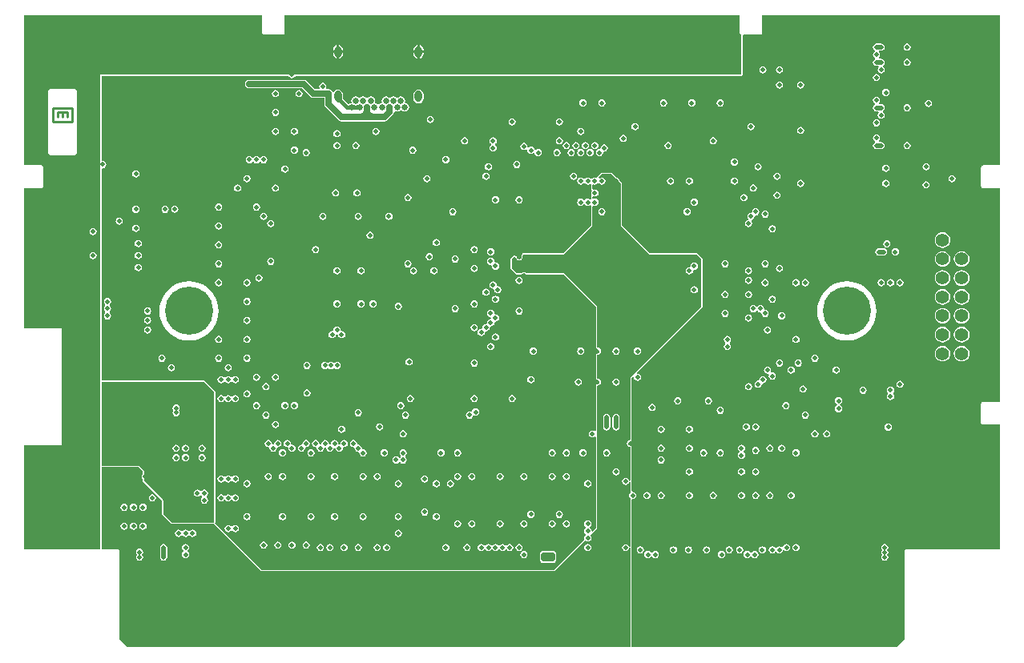
<source format=gbr>
%TF.GenerationSoftware,Altium Limited,Altium Designer,23.10.1 (27)*%
G04 Layer_Physical_Order=3*
G04 Layer_Color=16440176*
%FSLAX45Y45*%
%MOMM*%
%TF.SameCoordinates,E65562DB-48BA-4528-A783-DBC4A45482EB*%
%TF.FilePolarity,Positive*%
%TF.FileFunction,Copper,L3,Inr,Signal*%
%TF.Part,Single*%
G01*
G75*
%TA.AperFunction,Conductor*%
%ADD43C,0.40000*%
%ADD45C,0.50000*%
%TA.AperFunction,NonConductor*%
%ADD54C,0.25000*%
%TA.AperFunction,WasherPad*%
%ADD57C,5.08000*%
%TA.AperFunction,ComponentPad*%
%ADD58C,0.65000*%
%ADD59O,0.80000X1.20000*%
%ADD60C,1.40000*%
%TA.AperFunction,ViaPad*%
%ADD61C,0.50000*%
%TA.AperFunction,Conductor*%
%ADD62C,0.65000*%
G36*
X1402736Y2446000D02*
X1404293Y2438169D01*
X1408729Y2431530D01*
X1415368Y2427094D01*
X1423199Y2425537D01*
X1423199Y2412037D01*
X1423199Y2000000D01*
X-5350000Y2000000D01*
Y-3019537D01*
X-6152736D01*
Y-1920463D01*
X-5775000D01*
X-5767169Y-1918905D01*
X-5760531Y-1914470D01*
X-5756095Y-1907831D01*
X-5754537Y-1900000D01*
Y-700000D01*
X-5756095Y-692169D01*
X-5760531Y-685531D01*
X-5767169Y-681095D01*
X-5775000Y-679537D01*
X-6152736D01*
Y800537D01*
X-5973199D01*
X-5965368Y802094D01*
X-5958729Y806530D01*
X-5954293Y813169D01*
X-5952736Y821000D01*
Y1021000D01*
X-5954293Y1028831D01*
X-5958729Y1035470D01*
X-5965368Y1039905D01*
X-5973199Y1041463D01*
X-6152736D01*
Y2625537D01*
X-3643662D01*
Y2446000D01*
X-3642104Y2438169D01*
X-3637669Y2431530D01*
X-3631030Y2427094D01*
X-3623199Y2425537D01*
X-3423199D01*
X-3415368Y2427094D01*
X-3408729Y2431530D01*
X-3404293Y2438169D01*
X-3402736Y2446000D01*
Y2625537D01*
X1402736D01*
Y2446000D01*
D02*
G37*
G36*
X4156338Y1041463D02*
X3976801D01*
X3968970Y1039905D01*
X3962331Y1035470D01*
X3957896Y1028831D01*
X3956338Y1021000D01*
Y821000D01*
X3957896Y813169D01*
X3962331Y806530D01*
X3968970Y802094D01*
X3976801Y800537D01*
X4156338D01*
Y-1458537D01*
X3976801D01*
X3968970Y-1460095D01*
X3962331Y-1464530D01*
X3957896Y-1471169D01*
X3956338Y-1479000D01*
Y-1679000D01*
X3957896Y-1686831D01*
X3962331Y-1693470D01*
X3968970Y-1697905D01*
X3976801Y-1699463D01*
X4156338D01*
Y-3019537D01*
X3166801D01*
X3158970Y-3021095D01*
X3152332Y-3025530D01*
X3147896Y-3032169D01*
X3146338Y-3040000D01*
Y-3975325D01*
X3067126Y-4054537D01*
X263476D01*
Y-3005695D01*
X261737Y-3001496D01*
X261283Y-3000000D01*
X261737Y-2998504D01*
X263476Y-2994305D01*
Y-2496531D01*
X273912Y-2487967D01*
X275000Y-2488183D01*
X289612Y-2485276D01*
X302000Y-2476999D01*
X310277Y-2464612D01*
X313184Y-2449999D01*
X310277Y-2435387D01*
X302000Y-2422999D01*
X289612Y-2414722D01*
X275000Y-2411815D01*
X273912Y-2412032D01*
X263476Y-2403467D01*
Y-2305695D01*
X261737Y-2301496D01*
X261283Y-2300000D01*
X261737Y-2298504D01*
X263476Y-2294305D01*
Y-1938184D01*
X261972Y-1934552D01*
X261205Y-1930697D01*
X260057Y-1929930D01*
X259529Y-1928655D01*
X255897Y-1927151D01*
X252629Y-1924967D01*
X240646Y-1922583D01*
X232716Y-1917284D01*
X227417Y-1909355D01*
X225556Y-1900000D01*
X227417Y-1890646D01*
X232716Y-1882716D01*
X240645Y-1877417D01*
X252629Y-1875033D01*
X255897Y-1872849D01*
X259529Y-1871345D01*
X260057Y-1870070D01*
X261205Y-1869303D01*
X261972Y-1865448D01*
X263476Y-1861816D01*
Y-1205582D01*
X274043Y-1195015D01*
X282822Y-1198441D01*
X287037Y-1201113D01*
X289723Y-1214613D01*
X298000Y-1227000D01*
X310387Y-1235277D01*
X325000Y-1238184D01*
X339612Y-1235277D01*
X352000Y-1227000D01*
X360277Y-1214613D01*
X363184Y-1200000D01*
X360277Y-1185388D01*
X352000Y-1173000D01*
X339612Y-1164723D01*
X326113Y-1162038D01*
X323441Y-1157822D01*
X320015Y-1149043D01*
X509529Y-959529D01*
X1009529Y-459529D01*
X1013476Y-450000D01*
X1013476Y-450000D01*
Y51958D01*
X1013421Y52092D01*
X1013473Y52227D01*
X1011456Y56836D01*
X1009529Y61487D01*
X1009395Y61543D01*
X1009337Y61675D01*
X959337Y109717D01*
X954650Y111550D01*
X950000Y113476D01*
X455582Y113476D01*
X163476Y405582D01*
Y850000D01*
X163476Y850000D01*
X159529Y859529D01*
X136725Y882333D01*
X135277Y889612D01*
X127000Y902000D01*
X114612Y910277D01*
X107332Y911725D01*
X59530Y959528D01*
X59529Y959529D01*
X50000Y963477D01*
X49999Y963476D01*
X-49398D01*
X-58927Y959529D01*
X-58927Y959528D01*
X-98511Y919945D01*
X-98955Y918874D01*
X-103249Y914923D01*
X-113908Y911118D01*
X-114931Y911181D01*
X-125000Y913184D01*
X-139612Y910277D01*
X-152000Y902000D01*
X-154382Y898436D01*
X-170618D01*
X-173000Y902000D01*
X-185388Y910277D01*
X-200000Y913184D01*
X-214612Y910277D01*
X-227000Y902000D01*
X-229382Y898436D01*
X-245619D01*
X-248000Y902000D01*
X-260388Y910277D01*
X-275000Y913184D01*
X-289612Y910277D01*
X-302000Y902000D01*
X-310277Y889612D01*
X-313184Y875000D01*
X-310277Y860388D01*
X-302000Y848000D01*
X-289612Y839723D01*
X-275000Y836816D01*
X-260388Y839723D01*
X-248000Y848000D01*
X-245619Y851564D01*
X-229382D01*
X-227000Y848000D01*
X-214612Y839723D01*
X-200000Y836816D01*
X-185388Y839723D01*
X-178945Y844028D01*
X-164277Y841959D01*
X-161976Y840366D01*
X-161675Y838519D01*
X-162877Y836525D01*
X-162684Y834464D01*
X-163476Y832552D01*
Y792448D01*
X-162684Y790536D01*
X-162877Y788475D01*
X-160784Y785950D01*
X-159529Y782919D01*
X-157645Y773385D01*
X-158916Y766649D01*
X-160277Y764612D01*
X-163184Y750000D01*
X-160277Y735388D01*
X-158916Y733351D01*
X-158230Y729715D01*
X-159530Y717081D01*
X-162877Y711525D01*
X-162684Y709464D01*
X-163476Y707552D01*
X-163476Y704215D01*
Y692448D01*
X-162684Y690536D01*
X-162877Y688475D01*
X-161601Y686936D01*
X-161976Y684634D01*
X-164277Y683041D01*
X-178945Y680972D01*
X-185388Y685277D01*
X-200000Y688184D01*
X-214612Y685277D01*
X-227000Y677000D01*
X-229382Y673436D01*
X-245619D01*
X-248000Y677000D01*
X-260388Y685277D01*
X-275000Y688184D01*
X-289612Y685277D01*
X-302000Y677000D01*
X-310277Y664612D01*
X-313184Y650000D01*
X-310277Y635388D01*
X-302000Y623000D01*
X-289612Y614723D01*
X-275000Y611816D01*
X-260388Y614723D01*
X-248000Y623000D01*
X-245619Y626564D01*
X-229382D01*
X-227000Y623000D01*
X-214612Y614723D01*
X-200000Y611816D01*
X-185388Y614723D01*
X-178945Y619027D01*
X-164278Y616959D01*
X-161976Y615365D01*
X-161676Y613519D01*
X-162877Y611525D01*
X-162684Y609464D01*
X-163476Y607552D01*
Y405582D01*
X-455582Y113476D01*
X-882552Y113476D01*
X-884464Y112684D01*
X-886525Y112877D01*
X-889050Y110784D01*
X-892081Y109529D01*
X-892873Y107616D01*
X-894467Y106296D01*
X-901178Y93596D01*
X-901599Y89100D01*
X-902480Y84671D01*
X-900556Y75000D01*
X-902417Y65646D01*
X-907715Y57716D01*
X-915645Y52417D01*
X-925000Y50556D01*
X-934354Y52417D01*
X-942284Y57716D01*
X-947583Y65645D01*
X-949215Y73850D01*
X-949840Y74785D01*
X-949798Y75909D01*
X-952631Y78962D01*
X-954945Y82426D01*
X-956048Y82645D01*
X-956813Y83470D01*
X-967232Y88249D01*
X-969483Y88333D01*
X-971100Y89208D01*
X-971463Y89405D01*
X-971466Y89404D01*
X-974011Y89668D01*
X-974676Y89470D01*
X-975317Y89739D01*
X-979533Y88023D01*
X-983887Y86726D01*
X-983896Y86723D01*
X-984227Y86112D01*
X-984870Y85850D01*
X-1009471Y61544D01*
X-1009488Y61504D01*
X-1009529Y61487D01*
X-1011484Y56766D01*
X-1013476Y52040D01*
X-1013459Y51998D01*
X-1013476Y51958D01*
Y-49999D01*
X-1013477Y-50000D01*
X-1009529Y-59529D01*
X-1009528Y-59530D01*
X-959530Y-109528D01*
X-959529Y-109530D01*
X-950000Y-113477D01*
X-949999Y-113476D01*
X-903336D01*
X-902061Y-112948D01*
X-900707Y-113217D01*
X-897439Y-111033D01*
X-893807Y-109529D01*
X-893351Y-108429D01*
X-884355Y-102417D01*
X-875000Y-100556D01*
X-865646Y-102417D01*
X-856649Y-108429D01*
X-856193Y-109529D01*
X-852561Y-111033D01*
X-849293Y-113217D01*
X-847939Y-112948D01*
X-846664Y-113476D01*
X-455582D01*
X-113476Y-455583D01*
Y-886816D01*
X-111972Y-890448D01*
X-111205Y-894303D01*
X-110057Y-895070D01*
X-109529Y-896345D01*
X-105897Y-897849D01*
X-102629Y-900033D01*
X-90646Y-902417D01*
X-82716Y-907715D01*
X-77417Y-915645D01*
X-75556Y-925000D01*
X-77417Y-934354D01*
X-82716Y-942284D01*
X-90645Y-947583D01*
X-102629Y-949967D01*
X-105897Y-952150D01*
X-109529Y-953655D01*
X-110057Y-954930D01*
X-111205Y-955697D01*
X-111972Y-959552D01*
X-113476Y-963184D01*
Y-1211816D01*
X-111972Y-1215448D01*
X-111205Y-1219303D01*
X-110057Y-1220070D01*
X-109529Y-1221345D01*
X-105897Y-1222849D01*
X-102629Y-1225033D01*
X-90646Y-1227417D01*
X-82716Y-1232716D01*
X-77417Y-1240645D01*
X-75556Y-1250000D01*
X-77417Y-1259354D01*
X-82716Y-1267284D01*
X-90645Y-1272583D01*
X-102629Y-1274967D01*
X-105897Y-1277151D01*
X-109529Y-1278655D01*
X-110057Y-1279930D01*
X-111205Y-1280697D01*
X-111972Y-1284552D01*
X-113476Y-1288184D01*
Y-1764364D01*
X-114364Y-1765168D01*
X-126976Y-1770343D01*
X-135388Y-1764723D01*
X-150000Y-1761816D01*
X-164613Y-1764723D01*
X-177000Y-1773000D01*
X-185278Y-1785388D01*
X-188184Y-1800000D01*
X-185278Y-1814613D01*
X-177000Y-1827000D01*
X-164613Y-1835278D01*
X-150000Y-1838184D01*
X-135388Y-1835278D01*
X-126976Y-1829657D01*
X-114364Y-1834832D01*
X-113476Y-1835637D01*
Y-2794418D01*
X-149043Y-2829985D01*
X-157822Y-2826559D01*
X-162038Y-2823887D01*
X-164723Y-2810388D01*
X-173000Y-2798000D01*
X-176564Y-2795618D01*
Y-2779382D01*
X-173000Y-2777000D01*
X-164723Y-2764612D01*
X-161816Y-2750000D01*
X-164723Y-2735388D01*
X-173000Y-2723000D01*
X-185388Y-2714723D01*
X-200000Y-2711816D01*
X-214612Y-2714723D01*
X-227000Y-2723000D01*
X-235277Y-2735388D01*
X-238184Y-2750000D01*
X-235277Y-2764612D01*
X-227000Y-2777000D01*
X-223436Y-2779382D01*
Y-2795618D01*
X-227000Y-2798000D01*
X-235277Y-2810388D01*
X-238184Y-2825000D01*
X-235277Y-2839612D01*
X-227000Y-2852000D01*
X-223436Y-2854382D01*
Y-2870618D01*
X-227000Y-2873000D01*
X-235277Y-2885388D01*
X-238184Y-2900000D01*
X-235277Y-2914612D01*
X-236089Y-2917289D01*
X-236529Y-2917471D01*
X-555583Y-3236524D01*
X-3644418Y-3236524D01*
X-4138836Y-2742106D01*
X-4136524Y-2736524D01*
X-4136524Y-2736523D01*
Y-2100000D01*
Y-1350001D01*
X-4136523Y-1350000D01*
X-4140471Y-1340470D01*
X-4140472Y-1340470D01*
X-4240471Y-1240471D01*
X-4250000Y-1236524D01*
X-4250000Y-1236524D01*
X-5336524D01*
Y1003468D01*
X-5326088Y1012033D01*
X-5325000Y1011816D01*
X-5310388Y1014723D01*
X-5298000Y1023000D01*
X-5289723Y1035388D01*
X-5286816Y1050000D01*
X-5289723Y1064612D01*
X-5298000Y1077000D01*
X-5310388Y1085277D01*
X-5325000Y1088184D01*
X-5326088Y1087967D01*
X-5336524Y1096532D01*
Y1986524D01*
X-3360504Y1986524D01*
X-3360278Y1985387D01*
X-3352000Y1973000D01*
X-3339613Y1964723D01*
X-3325000Y1961816D01*
X-3310388Y1964723D01*
X-3298000Y1973000D01*
X-3289723Y1985387D01*
X-3289497Y1986524D01*
X1423199Y1986524D01*
X1432728Y1990471D01*
X1436675Y2000000D01*
X1436675Y2415990D01*
X1446221Y2425537D01*
X1623199D01*
X1631030Y2427094D01*
X1637669Y2431530D01*
X1642104Y2438169D01*
X1643662Y2446000D01*
Y2625537D01*
X4156338D01*
Y1041463D01*
D02*
G37*
G36*
X150000Y850000D02*
Y400000D01*
X450000Y100000D01*
X950000Y100000D01*
X1000000Y51958D01*
Y-450000D01*
X500000Y-950000D01*
X250000Y-1200000D01*
Y-1861816D01*
X235388Y-1864723D01*
X223000Y-1873000D01*
X214723Y-1885388D01*
X211816Y-1900000D01*
X214723Y-1914612D01*
X223000Y-1927000D01*
X235388Y-1935277D01*
X250000Y-1938184D01*
Y-2294305D01*
X237301Y-2295555D01*
X236667Y-2292375D01*
X235277Y-2285388D01*
X227000Y-2273000D01*
X214612Y-2264723D01*
X200000Y-2261816D01*
X185388Y-2264723D01*
X173000Y-2273000D01*
X164723Y-2285388D01*
X161816Y-2300000D01*
X164723Y-2314612D01*
X173000Y-2327000D01*
X185388Y-2335277D01*
X200000Y-2338184D01*
X214612Y-2335277D01*
X227000Y-2327000D01*
X235277Y-2314612D01*
X236667Y-2307625D01*
X237301Y-2304444D01*
X250000Y-2305695D01*
Y-2421663D01*
X248000Y-2422999D01*
X239722Y-2435387D01*
X236816Y-2449999D01*
X239722Y-2464612D01*
X248000Y-2476999D01*
X250000Y-2478336D01*
Y-2994305D01*
X237301Y-2995556D01*
X236667Y-2992375D01*
X235277Y-2985388D01*
X227000Y-2973000D01*
X214612Y-2964723D01*
X200000Y-2961816D01*
X185388Y-2964723D01*
X173000Y-2973000D01*
X164723Y-2985388D01*
X161816Y-3000000D01*
X164723Y-3014612D01*
X173000Y-3027000D01*
X185388Y-3035277D01*
X200000Y-3038184D01*
X214612Y-3035277D01*
X227000Y-3027000D01*
X235277Y-3014612D01*
X236667Y-3007625D01*
X237301Y-3004445D01*
X250000Y-3005695D01*
Y-4054537D01*
X-5065922D01*
X-5146336Y-3974123D01*
Y-3040000D01*
X-5147893Y-3032169D01*
X-5152329Y-3025530D01*
X-5158968Y-3021095D01*
X-5166799Y-3019537D01*
X-5336524D01*
Y-2150000D01*
X-4950000D01*
X-4900000Y-2200000D01*
Y-2221664D01*
X-4902000Y-2223000D01*
X-4910277Y-2235388D01*
X-4913184Y-2250000D01*
X-4910277Y-2264612D01*
X-4902000Y-2277000D01*
X-4900000Y-2278336D01*
Y-2300000D01*
X-4700000Y-2500000D01*
Y-2650000D01*
X-4600000Y-2750000D01*
X-4150000D01*
X-3650000Y-3250000D01*
X-550000Y-3250000D01*
X-227000Y-2927000D01*
X-214612Y-2935277D01*
X-200000Y-2938184D01*
X-185388Y-2935277D01*
X-173000Y-2927000D01*
X-164723Y-2914612D01*
X-161816Y-2900000D01*
X-164723Y-2885388D01*
X-173000Y-2873000D01*
X-100000Y-2800000D01*
Y-1288184D01*
X-85388Y-1285277D01*
X-73000Y-1277000D01*
X-64723Y-1264612D01*
X-61816Y-1250000D01*
X-64723Y-1235388D01*
X-73000Y-1223000D01*
X-85388Y-1214723D01*
X-100000Y-1211816D01*
Y-963184D01*
X-85388Y-960277D01*
X-73000Y-952000D01*
X-64723Y-939612D01*
X-61816Y-925000D01*
X-64723Y-910388D01*
X-73000Y-898000D01*
X-85388Y-889723D01*
X-100000Y-886816D01*
Y-450000D01*
X-450000Y-100000D01*
X-846664D01*
X-848000Y-98000D01*
X-860388Y-89723D01*
X-875000Y-86816D01*
X-889612Y-89723D01*
X-902000Y-98000D01*
X-903336Y-100000D01*
X-950000D01*
X-1000000Y-50000D01*
Y51958D01*
X-975398Y76264D01*
X-972851Y76000D01*
X-962432Y71221D01*
X-960277Y60388D01*
X-952000Y48000D01*
X-939612Y39723D01*
X-925000Y36816D01*
X-910388Y39723D01*
X-898000Y48000D01*
X-889723Y60388D01*
X-886816Y75000D01*
X-889263Y87300D01*
X-882552Y100000D01*
X-450000Y100000D01*
X-150000Y400000D01*
Y607552D01*
X-137300Y614263D01*
X-125000Y611816D01*
X-110388Y614723D01*
X-98000Y623000D01*
X-89723Y635388D01*
X-86816Y650000D01*
X-89723Y664612D01*
X-98000Y677000D01*
X-110388Y685277D01*
X-125000Y688184D01*
X-137300Y685737D01*
X-150000Y692448D01*
Y707552D01*
X-137300Y714263D01*
X-125000Y711816D01*
X-110388Y714723D01*
X-98000Y723000D01*
X-89723Y735388D01*
X-86816Y750000D01*
X-89723Y764612D01*
X-98000Y777000D01*
X-110388Y785277D01*
X-125000Y788184D01*
X-137300Y785737D01*
X-150000Y792448D01*
Y832552D01*
X-137300Y839263D01*
X-125000Y836816D01*
X-110388Y839723D01*
X-98000Y848000D01*
X-95137Y852285D01*
X-79863D01*
X-77000Y848000D01*
X-64612Y839723D01*
X-50000Y836816D01*
X-35388Y839723D01*
X-23000Y848000D01*
X-14723Y860388D01*
X-11816Y875000D01*
X-14723Y889612D01*
X-23000Y902000D01*
X-35388Y910277D01*
X-50000Y913184D01*
X-64612Y910277D01*
X-72888Y904747D01*
X-85584Y906847D01*
X-88090Y908262D01*
X-88982Y910416D01*
X-49398Y950000D01*
X50000D01*
X150000Y850000D01*
D02*
G37*
G36*
X-4150000Y-1350000D02*
Y-2100000D01*
Y-2736524D01*
X-4150000Y-2736524D01*
X-4594418D01*
X-4686524Y-2644418D01*
Y-2500001D01*
X-4686523Y-2500000D01*
X-4690470Y-2490471D01*
X-4690472Y-2490470D01*
X-4886524Y-2294418D01*
Y-2278336D01*
X-4887052Y-2277061D01*
X-4886783Y-2275708D01*
X-4888967Y-2272439D01*
X-4890471Y-2268807D01*
X-4891571Y-2268352D01*
X-4897583Y-2259355D01*
X-4899444Y-2250000D01*
X-4897583Y-2240646D01*
X-4891571Y-2231649D01*
X-4890471Y-2231193D01*
X-4888967Y-2227561D01*
X-4886783Y-2224292D01*
X-4887052Y-2222938D01*
X-4886524Y-2221664D01*
Y-2200000D01*
X-4886524Y-2200000D01*
X-4890471Y-2190471D01*
X-4940471Y-2140471D01*
X-4950000Y-2136524D01*
X-4950001Y-2136524D01*
X-5336524D01*
Y-1250000D01*
X-4250000D01*
X-4150000Y-1350000D01*
D02*
G37*
%LPC*%
G36*
X-2825699Y2313542D02*
Y2255000D01*
X-2784670D01*
Y2262500D01*
X-2788745Y2282984D01*
X-2800348Y2300350D01*
X-2817714Y2311954D01*
X-2825699Y2313542D01*
D02*
G37*
G36*
X-1975700D02*
Y2255000D01*
X-1934671D01*
Y2262500D01*
X-1938745Y2282984D01*
X-1950349Y2300350D01*
X-1967715Y2311954D01*
X-1975700Y2313542D01*
D02*
G37*
G36*
X-2850699D02*
X-2858683Y2311954D01*
X-2876049Y2300350D01*
X-2887653Y2282984D01*
X-2891727Y2262500D01*
Y2255000D01*
X-2850699D01*
Y2313542D01*
D02*
G37*
G36*
X-2000699D02*
X-2008683Y2311954D01*
X-2026049Y2300350D01*
X-2037653Y2282984D01*
X-2041727Y2262500D01*
Y2255000D01*
X-2000699D01*
Y2313542D01*
D02*
G37*
G36*
Y2230000D02*
X-2041727D01*
Y2222500D01*
X-2037653Y2202016D01*
X-2026049Y2184650D01*
X-2008683Y2173046D01*
X-2000699Y2171458D01*
Y2230000D01*
D02*
G37*
G36*
X-2850699D02*
X-2891727D01*
Y2222500D01*
X-2887653Y2202016D01*
X-2876049Y2184650D01*
X-2858683Y2173046D01*
X-2850699Y2171458D01*
Y2230000D01*
D02*
G37*
G36*
X-1934671D02*
X-1975700D01*
Y2171458D01*
X-1967715Y2173046D01*
X-1950349Y2184650D01*
X-1938745Y2202016D01*
X-1934671Y2222500D01*
Y2230000D01*
D02*
G37*
G36*
X-2784670D02*
X-2825699D01*
Y2171458D01*
X-2817714Y2173046D01*
X-2800348Y2184650D01*
X-2788745Y2202016D01*
X-2784670Y2222500D01*
Y2230000D01*
D02*
G37*
G36*
X-5875000Y1850000D02*
X-5875000Y1849999D01*
X-5879973Y1849999D01*
X-5889161Y1846193D01*
X-5896194Y1839161D01*
X-5900000Y1829972D01*
X-5900000Y1825000D01*
X-5900000Y1175000D01*
X-5900000D01*
Y1170027D01*
X-5896194Y1160838D01*
X-5889161Y1153806D01*
X-5879973Y1150000D01*
X-5625000Y1150000D01*
X-5624999Y1150000D01*
X-5620026Y1150000D01*
X-5610838Y1153806D01*
X-5603806Y1160838D01*
X-5600000Y1170027D01*
X-5600000Y1174999D01*
X-5600000Y1824999D01*
X-5600000Y1825000D01*
X-5600000D01*
X-5599999Y1829972D01*
X-5603806Y1839161D01*
X-5610838Y1846194D01*
X-5620027Y1850000D01*
X-5625000Y1849999D01*
X-5875000Y1850000D01*
D02*
G37*
G36*
X-5426801Y378684D02*
X-5441413Y375778D01*
X-5453801Y367500D01*
X-5462078Y355113D01*
X-5464985Y340500D01*
X-5462078Y325888D01*
X-5453801Y313500D01*
X-5441413Y305223D01*
X-5426801Y302316D01*
X-5412189Y305223D01*
X-5399801Y313500D01*
X-5391524Y325888D01*
X-5388617Y340500D01*
X-5391524Y355113D01*
X-5399801Y367500D01*
X-5412189Y375778D01*
X-5426801Y378684D01*
D02*
G37*
G36*
Y124684D02*
X-5441413Y121777D01*
X-5453801Y113500D01*
X-5462078Y101112D01*
X-5464985Y86500D01*
X-5462078Y71888D01*
X-5453801Y59500D01*
X-5441413Y51223D01*
X-5426801Y48316D01*
X-5412189Y51223D01*
X-5399801Y59500D01*
X-5391524Y71888D01*
X-5388617Y86500D01*
X-5391524Y101112D01*
X-5399801Y113500D01*
X-5412189Y121777D01*
X-5426801Y124684D01*
D02*
G37*
G36*
X3175000Y2328152D02*
X3160388Y2325245D01*
X3148000Y2316968D01*
X3139723Y2304580D01*
X3136816Y2289968D01*
X3139723Y2275355D01*
X3148000Y2262968D01*
X3160388Y2254690D01*
X3175000Y2251784D01*
X3189612Y2254690D01*
X3202000Y2262968D01*
X3210277Y2275355D01*
X3213184Y2289968D01*
X3210277Y2304580D01*
X3202000Y2316968D01*
X3189612Y2325245D01*
X3175000Y2328152D01*
D02*
G37*
G36*
Y2168152D02*
X3160388Y2165245D01*
X3148000Y2156968D01*
X3139723Y2144580D01*
X3136816Y2129968D01*
X3139723Y2115355D01*
X3148000Y2102968D01*
X3160388Y2094691D01*
X3175000Y2091784D01*
X3189612Y2094691D01*
X3202000Y2102968D01*
X3210277Y2115355D01*
X3213184Y2129968D01*
X3210277Y2144580D01*
X3202000Y2156968D01*
X3189612Y2165245D01*
X3175000Y2168152D01*
D02*
G37*
G36*
X1825000Y2088184D02*
X1810388Y2085277D01*
X1798000Y2077000D01*
X1789723Y2064612D01*
X1786816Y2050000D01*
X1789723Y2035388D01*
X1798000Y2023000D01*
X1810388Y2014723D01*
X1825000Y2011816D01*
X1839612Y2014723D01*
X1852000Y2023000D01*
X1860277Y2035388D01*
X1863184Y2050000D01*
X1860277Y2064612D01*
X1852000Y2077000D01*
X1839612Y2085277D01*
X1825000Y2088184D01*
D02*
G37*
G36*
X1650000D02*
X1635388Y2085277D01*
X1623000Y2077000D01*
X1614723Y2064612D01*
X1611816Y2050000D01*
X1614723Y2035388D01*
X1623000Y2023000D01*
X1635388Y2014723D01*
X1650000Y2011816D01*
X1664612Y2014723D01*
X1677000Y2023000D01*
X1685277Y2035388D01*
X1688184Y2050000D01*
X1685277Y2064612D01*
X1677000Y2077000D01*
X1664612Y2085277D01*
X1650000Y2088184D01*
D02*
G37*
G36*
X2900000Y2328184D02*
X2899999Y2328184D01*
X2850000D01*
X2835388Y2325277D01*
X2823000Y2317000D01*
X2814723Y2304612D01*
X2811816Y2290000D01*
X2814723Y2275388D01*
X2823000Y2263000D01*
X2831231Y2257500D01*
X2831615Y2256371D01*
Y2243629D01*
X2831231Y2242500D01*
X2823000Y2237000D01*
X2814723Y2224612D01*
X2811816Y2210000D01*
X2814723Y2195388D01*
X2823000Y2183000D01*
X2831231Y2177500D01*
X2831614Y2176371D01*
Y2163629D01*
X2831231Y2162500D01*
X2823000Y2157000D01*
X2814723Y2144612D01*
X2811816Y2130000D01*
X2814723Y2115388D01*
X2823000Y2103000D01*
X2835388Y2094723D01*
X2850000Y2091816D01*
X2870875D01*
X2874970Y2078316D01*
X2873000Y2077000D01*
X2864723Y2064612D01*
X2861816Y2050000D01*
X2864723Y2035387D01*
X2873000Y2023000D01*
X2885388Y2014722D01*
X2900000Y2011816D01*
X2914612Y2014722D01*
X2927000Y2023000D01*
X2935277Y2035387D01*
X2938184Y2050000D01*
X2935277Y2064612D01*
X2927000Y2077000D01*
X2918769Y2082500D01*
X2918385Y2083629D01*
Y2096370D01*
X2918769Y2097500D01*
X2927000Y2103000D01*
X2935277Y2115388D01*
X2938184Y2130000D01*
X2935277Y2144613D01*
X2927000Y2157000D01*
X2914612Y2165278D01*
X2900000Y2168184D01*
X2899999Y2168184D01*
X2879126D01*
X2875031Y2181684D01*
X2877000Y2183000D01*
X2885277Y2195388D01*
X2888184Y2210000D01*
X2885277Y2224612D01*
X2877000Y2237000D01*
X2875030Y2238316D01*
X2879126Y2251816D01*
X2900000D01*
X2914612Y2254723D01*
X2927000Y2263000D01*
X2935277Y2275388D01*
X2938184Y2290000D01*
X2935277Y2304613D01*
X2927000Y2317000D01*
X2914612Y2325278D01*
X2900000Y2328184D01*
D02*
G37*
G36*
X2850000Y2008184D02*
X2835388Y2005277D01*
X2823000Y1997000D01*
X2814723Y1984612D01*
X2811816Y1970000D01*
X2814723Y1955388D01*
X2823000Y1943000D01*
X2835388Y1934723D01*
X2850000Y1931816D01*
X2864612Y1934723D01*
X2877000Y1943000D01*
X2885277Y1955388D01*
X2888184Y1970000D01*
X2885277Y1984612D01*
X2877000Y1997000D01*
X2864612Y2005277D01*
X2850000Y2008184D01*
D02*
G37*
G36*
X2050000Y1928184D02*
X2035388Y1925277D01*
X2023000Y1917000D01*
X2014723Y1904612D01*
X2011816Y1890000D01*
X2014723Y1875388D01*
X2023000Y1863000D01*
X2035388Y1854723D01*
X2050000Y1851816D01*
X2064613Y1854723D01*
X2077000Y1863000D01*
X2085278Y1875388D01*
X2088184Y1890000D01*
X2085278Y1904612D01*
X2077000Y1917000D01*
X2064613Y1925277D01*
X2050000Y1928184D01*
D02*
G37*
G36*
X1825000Y1928152D02*
X1810388Y1925245D01*
X1798000Y1916968D01*
X1789723Y1904580D01*
X1786817Y1889968D01*
X1789723Y1875355D01*
X1798000Y1862968D01*
X1810388Y1854690D01*
X1825000Y1851784D01*
X1839613Y1854690D01*
X1852000Y1862968D01*
X1860278Y1875355D01*
X1863184Y1889968D01*
X1860278Y1904580D01*
X1852000Y1916968D01*
X1839613Y1925245D01*
X1825000Y1928152D01*
D02*
G37*
G36*
X2950000Y1848184D02*
X2935388Y1845277D01*
X2923000Y1837000D01*
X2914723Y1824612D01*
X2911816Y1810000D01*
X2914723Y1795388D01*
X2923000Y1783000D01*
X2935388Y1774723D01*
X2950000Y1771816D01*
X2964612Y1774723D01*
X2977000Y1783000D01*
X2985277Y1795388D01*
X2988184Y1810000D01*
X2985277Y1824612D01*
X2977000Y1837000D01*
X2964612Y1845277D01*
X2950000Y1848184D01*
D02*
G37*
G36*
X-3250000Y1838184D02*
X-3264612Y1835277D01*
X-3277000Y1827000D01*
X-3285277Y1814612D01*
X-3288184Y1800000D01*
X-3285277Y1785388D01*
X-3277000Y1773000D01*
X-3264612Y1764723D01*
X-3250000Y1761816D01*
X-3235388Y1764723D01*
X-3223000Y1773000D01*
X-3214723Y1785388D01*
X-3211816Y1800000D01*
X-3214723Y1814612D01*
X-3223000Y1827000D01*
X-3235388Y1835277D01*
X-3250000Y1838184D01*
D02*
G37*
G36*
X-3500000D02*
X-3514612Y1835277D01*
X-3527000Y1827000D01*
X-3535277Y1814612D01*
X-3538184Y1800000D01*
X-3535277Y1785388D01*
X-3527000Y1773000D01*
X-3514612Y1764723D01*
X-3500000Y1761816D01*
X-3485388Y1764723D01*
X-3473000Y1773000D01*
X-3464723Y1785388D01*
X-3461816Y1800000D01*
X-3464723Y1814612D01*
X-3473000Y1827000D01*
X-3485388Y1835277D01*
X-3500000Y1838184D01*
D02*
G37*
G36*
X-1988199Y1843477D02*
X-2008664Y1839407D01*
X-2026013Y1827814D01*
X-2037606Y1810465D01*
X-2041676Y1790000D01*
Y1750000D01*
X-2037606Y1729535D01*
X-2026013Y1712186D01*
X-2008664Y1700593D01*
X-1988199Y1696523D01*
X-1967734Y1700593D01*
X-1950385Y1712186D01*
X-1938792Y1729535D01*
X-1934722Y1750000D01*
Y1790000D01*
X-1938792Y1810465D01*
X-1950385Y1827814D01*
X-1967734Y1839407D01*
X-1988199Y1843477D01*
D02*
G37*
G36*
X-49979Y1738184D02*
X-64591Y1735278D01*
X-76979Y1727000D01*
X-85256Y1714613D01*
X-88162Y1700000D01*
X-85256Y1685388D01*
X-76979Y1673000D01*
X-64591Y1664723D01*
X-49979Y1661817D01*
X-35366Y1664723D01*
X-22979Y1673000D01*
X-14701Y1685388D01*
X-11795Y1700000D01*
X-14701Y1714613D01*
X-22979Y1727000D01*
X-35366Y1735278D01*
X-49979Y1738184D01*
D02*
G37*
G36*
X1200000Y1738184D02*
X1185388Y1735277D01*
X1173000Y1727000D01*
X1164723Y1714612D01*
X1161816Y1700000D01*
X1164723Y1685388D01*
X1173000Y1673000D01*
X1185388Y1664723D01*
X1200000Y1661816D01*
X1214612Y1664723D01*
X1227000Y1673000D01*
X1235277Y1685388D01*
X1238184Y1700000D01*
X1235277Y1714612D01*
X1227000Y1727000D01*
X1214612Y1735277D01*
X1200000Y1738184D01*
D02*
G37*
G36*
X900000D02*
X885388Y1735277D01*
X873000Y1727000D01*
X864723Y1714612D01*
X861816Y1700000D01*
X864723Y1685388D01*
X873000Y1673000D01*
X885388Y1664723D01*
X900000Y1661816D01*
X914612Y1664723D01*
X927000Y1673000D01*
X935277Y1685388D01*
X938184Y1700000D01*
X935277Y1714612D01*
X927000Y1727000D01*
X914612Y1735277D01*
X900000Y1738184D01*
D02*
G37*
G36*
X600000D02*
X585388Y1735277D01*
X573000Y1727000D01*
X564723Y1714612D01*
X561816Y1700000D01*
X564723Y1685388D01*
X573000Y1673000D01*
X585388Y1664723D01*
X600000Y1661816D01*
X614612Y1664723D01*
X627000Y1673000D01*
X635277Y1685388D01*
X638184Y1700000D01*
X635277Y1714612D01*
X627000Y1727000D01*
X614612Y1735277D01*
X600000Y1738184D01*
D02*
G37*
G36*
X-249979Y1738183D02*
X-264591Y1735277D01*
X-276979Y1726999D01*
X-285256Y1714612D01*
X-288163Y1699999D01*
X-285256Y1685387D01*
X-276979Y1672999D01*
X-264591Y1664722D01*
X-249979Y1661816D01*
X-235367Y1664722D01*
X-222979Y1672999D01*
X-214702Y1685387D01*
X-211795Y1699999D01*
X-214702Y1714612D01*
X-222979Y1726999D01*
X-235367Y1735277D01*
X-249979Y1738183D01*
D02*
G37*
G36*
X3400000Y1733167D02*
X3385388Y1730261D01*
X3373000Y1721984D01*
X3364723Y1709596D01*
X3361816Y1694984D01*
X3364723Y1680371D01*
X3373000Y1667984D01*
X3385388Y1659706D01*
X3400000Y1656800D01*
X3414612Y1659706D01*
X3427000Y1667984D01*
X3435277Y1680371D01*
X3438184Y1694984D01*
X3435277Y1709596D01*
X3427000Y1721984D01*
X3414612Y1730261D01*
X3400000Y1733167D01*
D02*
G37*
G36*
X3175000Y1688184D02*
X3160388Y1685277D01*
X3148000Y1677000D01*
X3139723Y1664612D01*
X3136816Y1650000D01*
X3139723Y1635387D01*
X3148000Y1623000D01*
X3160388Y1614722D01*
X3175000Y1611816D01*
X3189612Y1614722D01*
X3202000Y1623000D01*
X3210277Y1635387D01*
X3213184Y1650000D01*
X3210277Y1664612D01*
X3202000Y1677000D01*
X3189612Y1685277D01*
X3175000Y1688184D01*
D02*
G37*
G36*
X-3200000Y1945831D02*
X-3200001Y1945831D01*
X-3775000D01*
X-3792539Y1942342D01*
X-3807407Y1932407D01*
X-3817342Y1917539D01*
X-3820831Y1900000D01*
X-3817342Y1882461D01*
X-3807407Y1867593D01*
X-3792539Y1857658D01*
X-3775000Y1854169D01*
X-3218984D01*
X-3132408Y1767593D01*
X-3132407Y1767593D01*
X-3117539Y1757658D01*
X-3100000Y1754169D01*
X-2984030D01*
Y1688200D01*
X-2984030Y1688199D01*
X-2980541Y1670660D01*
X-2970606Y1655792D01*
X-2832408Y1517593D01*
X-2832407Y1517593D01*
X-2817538Y1507658D01*
X-2800000Y1504169D01*
X-2799998Y1504169D01*
X-2350001D01*
X-2350000Y1504169D01*
X-2332461Y1507658D01*
X-2317593Y1517593D01*
X-2260792Y1574393D01*
X-2260792Y1574394D01*
X-2250857Y1589262D01*
X-2247368Y1606801D01*
X-2247368Y1606802D01*
Y1607533D01*
X-2233868Y1614750D01*
X-2230737Y1612658D01*
X-2213199Y1609169D01*
X-2195660Y1612658D01*
X-2180791Y1622593D01*
X-2179949Y1623854D01*
X-2166449D01*
X-2165606Y1622593D01*
X-2150737Y1612658D01*
X-2133199Y1609169D01*
X-2115660Y1612658D01*
X-2100791Y1622593D01*
X-2090857Y1637461D01*
X-2087368Y1655000D01*
X-2090857Y1672539D01*
X-2100791Y1687407D01*
X-2115660Y1697342D01*
X-2120710Y1698347D01*
X-2130857Y1707461D01*
X-2127368Y1725000D01*
X-2130857Y1742539D01*
X-2140791Y1757407D01*
X-2155660Y1767342D01*
X-2173199Y1770831D01*
X-2190737Y1767342D01*
X-2205606Y1757407D01*
X-2206448Y1756146D01*
X-2219949D01*
X-2220791Y1757407D01*
X-2235660Y1767342D01*
X-2253199Y1770831D01*
X-2270737Y1767342D01*
X-2285606Y1757407D01*
X-2286449Y1756146D01*
X-2299949D01*
X-2300791Y1757407D01*
X-2315660Y1767342D01*
X-2333199Y1770831D01*
X-2350737Y1767342D01*
X-2365606Y1757407D01*
X-2375541Y1742539D01*
X-2379030Y1725000D01*
X-2375541Y1707461D01*
X-2385687Y1698347D01*
X-2390738Y1697342D01*
X-2405606Y1687407D01*
X-2406449Y1686146D01*
X-2419949D01*
X-2420792Y1687407D01*
X-2435660Y1697342D01*
X-2440710Y1698347D01*
X-2450857Y1707461D01*
X-2447368Y1725000D01*
X-2450857Y1742539D01*
X-2460792Y1757407D01*
X-2475660Y1767342D01*
X-2493199Y1770831D01*
X-2510738Y1767342D01*
X-2525606Y1757407D01*
X-2526449Y1756146D01*
X-2539949D01*
X-2540792Y1757407D01*
X-2555660Y1767342D01*
X-2573199Y1770831D01*
X-2590738Y1767342D01*
X-2605606Y1757407D01*
X-2606449Y1756146D01*
X-2619949D01*
X-2620792Y1757407D01*
X-2635660Y1767342D01*
X-2653199Y1770831D01*
X-2670738Y1767342D01*
X-2685607Y1757407D01*
X-2695541Y1742539D01*
X-2699030Y1725000D01*
X-2695541Y1707461D01*
X-2705688Y1698347D01*
X-2710738Y1697342D01*
X-2723809Y1688608D01*
X-2729961Y1688552D01*
X-2761168Y1719760D01*
X-2761541Y1720708D01*
X-2768907Y1728346D01*
X-2774969Y1735192D01*
X-2779875Y1741364D01*
X-2783608Y1746781D01*
X-2784905Y1749078D01*
X-2784721Y1750000D01*
Y1790000D01*
X-2788792Y1810465D01*
X-2800385Y1827814D01*
X-2817734Y1839407D01*
X-2838199Y1843477D01*
X-2858664Y1839407D01*
X-2876013Y1827814D01*
X-2882273Y1818446D01*
X-2887573Y1818092D01*
X-2897486Y1819977D01*
X-2905791Y1832407D01*
X-2920660Y1842342D01*
X-2938199Y1845831D01*
X-2958213D01*
X-2965429Y1859331D01*
X-2964723Y1860387D01*
X-2961816Y1875000D01*
X-2964723Y1889612D01*
X-2973000Y1902000D01*
X-2985388Y1910277D01*
X-3000000Y1913184D01*
X-3014612Y1910277D01*
X-3027000Y1902000D01*
X-3035277Y1889612D01*
X-3038184Y1875000D01*
X-3035277Y1860387D01*
X-3034572Y1859331D01*
X-3041787Y1845831D01*
X-3081016D01*
X-3167593Y1932407D01*
X-3182461Y1942342D01*
X-3200000Y1945831D01*
D02*
G37*
G36*
X-3500000Y1638184D02*
X-3514612Y1635277D01*
X-3527000Y1627000D01*
X-3535277Y1614612D01*
X-3538184Y1600000D01*
X-3535277Y1585388D01*
X-3527000Y1573000D01*
X-3514612Y1564723D01*
X-3500000Y1561816D01*
X-3485388Y1564723D01*
X-3473000Y1573000D01*
X-3464723Y1585388D01*
X-3461816Y1600000D01*
X-3464723Y1614612D01*
X-3473000Y1627000D01*
X-3485388Y1635277D01*
X-3500000Y1638184D01*
D02*
G37*
G36*
X2850000Y1768184D02*
X2835387Y1765277D01*
X2823000Y1757000D01*
X2814722Y1744612D01*
X2811816Y1730000D01*
X2814722Y1715388D01*
X2823000Y1703000D01*
X2831231Y1697500D01*
X2831615Y1696370D01*
Y1683630D01*
X2831231Y1682500D01*
X2823000Y1677000D01*
X2814723Y1664612D01*
X2811816Y1650000D01*
X2814723Y1635387D01*
X2823000Y1623000D01*
X2835388Y1614722D01*
X2850000Y1611816D01*
X2870874D01*
X2874969Y1598316D01*
X2873000Y1597000D01*
X2864723Y1584612D01*
X2861816Y1570000D01*
X2864723Y1555388D01*
X2873000Y1543000D01*
X2885388Y1534723D01*
X2900000Y1531816D01*
X2914612Y1534723D01*
X2927000Y1543000D01*
X2935277Y1555388D01*
X2938184Y1570000D01*
X2935277Y1584612D01*
X2927000Y1597000D01*
X2918769Y1602499D01*
X2918385Y1603628D01*
Y1616371D01*
X2918769Y1617500D01*
X2927000Y1623000D01*
X2935277Y1635388D01*
X2938184Y1650000D01*
X2935277Y1664612D01*
X2927000Y1677000D01*
X2914612Y1685277D01*
X2900000Y1688184D01*
X2899999Y1688184D01*
X2879125D01*
X2875030Y1701684D01*
X2877000Y1703000D01*
X2885277Y1715388D01*
X2888183Y1730000D01*
X2885277Y1744612D01*
X2877000Y1757000D01*
X2864612Y1765277D01*
X2850000Y1768184D01*
D02*
G37*
G36*
X-1863199Y1563184D02*
X-1877811Y1560277D01*
X-1890199Y1552000D01*
X-1898476Y1539612D01*
X-1901383Y1525000D01*
X-1898476Y1510388D01*
X-1890199Y1498000D01*
X-1877811Y1489723D01*
X-1863199Y1486816D01*
X-1848587Y1489723D01*
X-1836199Y1498000D01*
X-1827922Y1510388D01*
X-1825015Y1525000D01*
X-1827922Y1539612D01*
X-1836199Y1552000D01*
X-1848587Y1560277D01*
X-1863199Y1563184D01*
D02*
G37*
G36*
X-500000Y1538184D02*
X-514612Y1535277D01*
X-527000Y1527000D01*
X-535277Y1514612D01*
X-538184Y1500000D01*
X-535277Y1485388D01*
X-527000Y1473000D01*
X-514612Y1464723D01*
X-500000Y1461816D01*
X-485388Y1464723D01*
X-473000Y1473000D01*
X-464723Y1485388D01*
X-461816Y1500000D01*
X-464723Y1514612D01*
X-473000Y1527000D01*
X-485388Y1535277D01*
X-500000Y1538184D01*
D02*
G37*
G36*
X-1000000D02*
X-1014612Y1535277D01*
X-1027000Y1527000D01*
X-1035277Y1514612D01*
X-1038184Y1500000D01*
X-1035277Y1485388D01*
X-1027000Y1473000D01*
X-1014612Y1464723D01*
X-1000000Y1461816D01*
X-985388Y1464723D01*
X-973000Y1473000D01*
X-964723Y1485388D01*
X-961816Y1500000D01*
X-964723Y1514612D01*
X-973000Y1527000D01*
X-985388Y1535277D01*
X-1000000Y1538184D01*
D02*
G37*
G36*
X2850000Y1528184D02*
X2835388Y1525277D01*
X2823000Y1517000D01*
X2814723Y1504612D01*
X2811816Y1490000D01*
X2814723Y1475388D01*
X2823000Y1463000D01*
X2835388Y1454723D01*
X2850000Y1451816D01*
X2864612Y1454723D01*
X2877000Y1463000D01*
X2885277Y1475388D01*
X2888184Y1490000D01*
X2885277Y1504612D01*
X2877000Y1517000D01*
X2864612Y1525277D01*
X2850000Y1528184D01*
D02*
G37*
G36*
X1525000Y1488184D02*
X1510388Y1485277D01*
X1498000Y1477000D01*
X1489723Y1464612D01*
X1486816Y1450000D01*
X1489723Y1435388D01*
X1498000Y1423000D01*
X1510388Y1414723D01*
X1525000Y1411816D01*
X1539612Y1414723D01*
X1552000Y1423000D01*
X1560277Y1435388D01*
X1563184Y1450000D01*
X1560277Y1464612D01*
X1552000Y1477000D01*
X1539612Y1485277D01*
X1525000Y1488184D01*
D02*
G37*
G36*
X300000D02*
X285388Y1485277D01*
X273000Y1477000D01*
X264723Y1464612D01*
X261816Y1450000D01*
X264723Y1435388D01*
X273000Y1423000D01*
X285388Y1414723D01*
X300000Y1411816D01*
X314612Y1414723D01*
X327000Y1423000D01*
X335277Y1435388D01*
X338184Y1450000D01*
X335277Y1464612D01*
X327000Y1477000D01*
X314612Y1485277D01*
X300000Y1488184D01*
D02*
G37*
G36*
X2050000Y1448184D02*
X2035388Y1445277D01*
X2023000Y1437000D01*
X2014723Y1424612D01*
X2011816Y1410000D01*
X2014723Y1395388D01*
X2023000Y1383000D01*
X2035388Y1374723D01*
X2050000Y1371816D01*
X2064613Y1374723D01*
X2077000Y1383000D01*
X2085278Y1395388D01*
X2088184Y1410000D01*
X2085278Y1424612D01*
X2077000Y1437000D01*
X2064613Y1445277D01*
X2050000Y1448184D01*
D02*
G37*
G36*
X-2438199Y1438184D02*
X-2452811Y1435277D01*
X-2465199Y1427000D01*
X-2473476Y1414612D01*
X-2476383Y1400000D01*
X-2473476Y1385388D01*
X-2465199Y1373000D01*
X-2452811Y1364723D01*
X-2438199Y1361816D01*
X-2423586Y1364723D01*
X-2411199Y1373000D01*
X-2402922Y1385388D01*
X-2400015Y1400000D01*
X-2402922Y1414612D01*
X-2411199Y1427000D01*
X-2423586Y1435277D01*
X-2438199Y1438184D01*
D02*
G37*
G36*
X-3300000D02*
X-3314612Y1435277D01*
X-3327000Y1427000D01*
X-3335277Y1414612D01*
X-3338184Y1400000D01*
X-3335277Y1385388D01*
X-3327000Y1373000D01*
X-3314612Y1364723D01*
X-3300000Y1361816D01*
X-3285388Y1364723D01*
X-3273000Y1373000D01*
X-3264723Y1385388D01*
X-3261816Y1400000D01*
X-3264723Y1414612D01*
X-3273000Y1427000D01*
X-3285388Y1435277D01*
X-3300000Y1438184D01*
D02*
G37*
G36*
X-3500000D02*
X-3514612Y1435277D01*
X-3527000Y1427000D01*
X-3535277Y1414612D01*
X-3538184Y1400000D01*
X-3535277Y1385388D01*
X-3527000Y1373000D01*
X-3514612Y1364723D01*
X-3500000Y1361816D01*
X-3485388Y1364723D01*
X-3473000Y1373000D01*
X-3464723Y1385388D01*
X-3461816Y1400000D01*
X-3464723Y1414612D01*
X-3473000Y1427000D01*
X-3485388Y1435277D01*
X-3500000Y1438184D01*
D02*
G37*
G36*
X-275000Y1438184D02*
X-289612Y1435277D01*
X-302000Y1427000D01*
X-310277Y1414612D01*
X-313184Y1400000D01*
X-310277Y1385387D01*
X-302000Y1373000D01*
X-289612Y1364722D01*
X-275000Y1361816D01*
X-260388Y1364722D01*
X-248000Y1373000D01*
X-239723Y1385387D01*
X-236816Y1400000D01*
X-239723Y1414612D01*
X-248000Y1427000D01*
X-260388Y1435277D01*
X-275000Y1438184D01*
D02*
G37*
G36*
X-2850000Y1413184D02*
X-2864613Y1410277D01*
X-2877000Y1402000D01*
X-2885277Y1389612D01*
X-2888184Y1375000D01*
X-2885277Y1360387D01*
X-2877000Y1348000D01*
X-2864613Y1339722D01*
X-2850000Y1336816D01*
X-2835388Y1339722D01*
X-2823000Y1348000D01*
X-2814723Y1360387D01*
X-2811816Y1375000D01*
X-2814723Y1389612D01*
X-2823000Y1402000D01*
X-2835388Y1410277D01*
X-2850000Y1413184D01*
D02*
G37*
G36*
X175000Y1363184D02*
X160388Y1360277D01*
X148000Y1352000D01*
X139723Y1339612D01*
X136816Y1325000D01*
X139723Y1310388D01*
X148000Y1298000D01*
X160388Y1289723D01*
X175000Y1286816D01*
X189612Y1289723D01*
X202000Y1298000D01*
X210277Y1310388D01*
X213184Y1325000D01*
X210277Y1339612D01*
X202000Y1352000D01*
X189612Y1360277D01*
X175000Y1363184D01*
D02*
G37*
G36*
X1125000Y1338184D02*
X1110388Y1335277D01*
X1098000Y1327000D01*
X1089723Y1314612D01*
X1086816Y1300000D01*
X1089723Y1285388D01*
X1098000Y1273000D01*
X1110388Y1264723D01*
X1125000Y1261816D01*
X1139612Y1264723D01*
X1152000Y1273000D01*
X1160277Y1285388D01*
X1163184Y1300000D01*
X1160277Y1314612D01*
X1152000Y1327000D01*
X1139612Y1335277D01*
X1125000Y1338184D01*
D02*
G37*
G36*
X-500000D02*
X-514612Y1335277D01*
X-527000Y1327000D01*
X-535277Y1314612D01*
X-538184Y1300000D01*
X-535277Y1285388D01*
X-527000Y1273000D01*
X-514612Y1264723D01*
X-500000Y1261816D01*
X-485388Y1264723D01*
X-473000Y1273000D01*
X-464723Y1285388D01*
X-461816Y1300000D01*
X-464723Y1314612D01*
X-473000Y1327000D01*
X-485388Y1335277D01*
X-500000Y1338184D01*
D02*
G37*
G36*
X-1500000D02*
X-1514612Y1335277D01*
X-1527000Y1327000D01*
X-1535277Y1314612D01*
X-1538184Y1300000D01*
X-1535277Y1285388D01*
X-1527000Y1273000D01*
X-1514612Y1264723D01*
X-1500000Y1261816D01*
X-1485388Y1264723D01*
X-1473000Y1273000D01*
X-1464723Y1285388D01*
X-1461816Y1300000D01*
X-1464723Y1314612D01*
X-1473000Y1327000D01*
X-1485388Y1335277D01*
X-1500000Y1338184D01*
D02*
G37*
G36*
X-25000Y1263184D02*
X-39612Y1260277D01*
X-52000Y1252000D01*
X-60277Y1239612D01*
X-63184Y1225000D01*
X-63100Y1224581D01*
X-74582Y1213100D01*
X-75000Y1213184D01*
X-89612Y1210277D01*
X-102000Y1202000D01*
X-110277Y1189612D01*
X-113184Y1175000D01*
X-110277Y1160387D01*
X-102000Y1148000D01*
X-89612Y1139722D01*
X-75000Y1136816D01*
X-60388Y1139722D01*
X-48000Y1148000D01*
X-39723Y1160387D01*
X-36816Y1175000D01*
X-36900Y1175419D01*
X-25419Y1186900D01*
X-25000Y1186816D01*
X-10388Y1189723D01*
X2000Y1198000D01*
X10277Y1210388D01*
X13184Y1225000D01*
X10277Y1239612D01*
X2000Y1252000D01*
X-10388Y1260277D01*
X-25000Y1263184D01*
D02*
G37*
G36*
X3175000Y1288184D02*
X3160387Y1285277D01*
X3148000Y1277000D01*
X3139722Y1264612D01*
X3136816Y1250000D01*
X3139722Y1235388D01*
X3148000Y1223000D01*
X3160387Y1214723D01*
X3175000Y1211816D01*
X3189612Y1214723D01*
X3202000Y1223000D01*
X3210277Y1235388D01*
X3213184Y1250000D01*
X3210277Y1264612D01*
X3202000Y1277000D01*
X3189612Y1285277D01*
X3175000Y1288184D01*
D02*
G37*
G36*
X2850000Y1368184D02*
X2835388Y1365277D01*
X2823000Y1357000D01*
X2814723Y1344612D01*
X2811816Y1330000D01*
X2814723Y1315388D01*
X2823000Y1303000D01*
X2831230Y1297500D01*
X2831614Y1296371D01*
Y1283629D01*
X2831230Y1282500D01*
X2823000Y1277000D01*
X2814722Y1264612D01*
X2811816Y1250000D01*
X2814722Y1235388D01*
X2823000Y1223000D01*
X2835387Y1214723D01*
X2850000Y1211816D01*
X2900000D01*
X2914612Y1214723D01*
X2926999Y1223000D01*
X2935277Y1235388D01*
X2938184Y1250000D01*
X2935277Y1264613D01*
X2927000Y1277000D01*
X2914612Y1285278D01*
X2900000Y1288184D01*
X2899999Y1288184D01*
X2879126D01*
X2875031Y1301684D01*
X2877000Y1303000D01*
X2885277Y1315388D01*
X2888184Y1330000D01*
X2885277Y1344612D01*
X2877000Y1357000D01*
X2864612Y1365277D01*
X2850000Y1368184D01*
D02*
G37*
G36*
X650000Y1288184D02*
X635388Y1285277D01*
X623000Y1277000D01*
X614723Y1264612D01*
X611816Y1250000D01*
X614723Y1235387D01*
X623000Y1223000D01*
X635388Y1214722D01*
X650000Y1211816D01*
X664612Y1214722D01*
X677000Y1223000D01*
X685277Y1235387D01*
X688184Y1250000D01*
X685277Y1264612D01*
X677000Y1277000D01*
X664612Y1285277D01*
X650000Y1288184D01*
D02*
G37*
G36*
X-125000D02*
X-139613Y1285277D01*
X-152000Y1277000D01*
X-160278Y1264612D01*
X-163184Y1250000D01*
X-160278Y1235387D01*
X-152000Y1223000D01*
X-139613Y1214722D01*
X-125000Y1211816D01*
X-110388Y1214722D01*
X-98000Y1223000D01*
X-89723Y1235387D01*
X-86816Y1250000D01*
X-89723Y1264612D01*
X-98000Y1277000D01*
X-110388Y1285277D01*
X-125000Y1288184D01*
D02*
G37*
G36*
X-225000D02*
X-239612Y1285277D01*
X-252000Y1277000D01*
X-260277Y1264612D01*
X-263184Y1250000D01*
X-260277Y1235387D01*
X-252000Y1223000D01*
X-239612Y1214722D01*
X-225000Y1211816D01*
X-210388Y1214722D01*
X-198000Y1223000D01*
X-189723Y1235387D01*
X-186816Y1250000D01*
X-189723Y1264612D01*
X-198000Y1277000D01*
X-210388Y1285277D01*
X-225000Y1288184D01*
D02*
G37*
G36*
X-325000D02*
X-339612Y1285277D01*
X-352000Y1277000D01*
X-360277Y1264612D01*
X-363184Y1250000D01*
X-360277Y1235387D01*
X-352000Y1223000D01*
X-339612Y1214722D01*
X-325000Y1211816D01*
X-310388Y1214722D01*
X-298000Y1223000D01*
X-289723Y1235387D01*
X-286816Y1250000D01*
X-289723Y1264612D01*
X-298000Y1277000D01*
X-310388Y1285277D01*
X-325000Y1288184D01*
D02*
G37*
G36*
X-425000D02*
X-439613Y1285277D01*
X-452000Y1277000D01*
X-460278Y1264612D01*
X-463184Y1250000D01*
X-460278Y1235387D01*
X-452000Y1223000D01*
X-439613Y1214722D01*
X-425000Y1211816D01*
X-410388Y1214722D01*
X-398000Y1223000D01*
X-389723Y1235387D01*
X-386817Y1250000D01*
X-389723Y1264612D01*
X-398000Y1277000D01*
X-410388Y1285277D01*
X-425000Y1288184D01*
D02*
G37*
G36*
X-2650000D02*
X-2664612Y1285277D01*
X-2677000Y1277000D01*
X-2685277Y1264612D01*
X-2688184Y1250000D01*
X-2685277Y1235387D01*
X-2677000Y1223000D01*
X-2664612Y1214722D01*
X-2650000Y1211816D01*
X-2635388Y1214722D01*
X-2623000Y1223000D01*
X-2614723Y1235387D01*
X-2611816Y1250000D01*
X-2614723Y1264612D01*
X-2623000Y1277000D01*
X-2635388Y1285277D01*
X-2650000Y1288184D01*
D02*
G37*
G36*
X-2850000D02*
X-2864613Y1285277D01*
X-2877000Y1277000D01*
X-2885277Y1264612D01*
X-2888184Y1250000D01*
X-2885277Y1235387D01*
X-2877000Y1223000D01*
X-2864613Y1214722D01*
X-2850000Y1211816D01*
X-2835388Y1214722D01*
X-2823000Y1223000D01*
X-2814723Y1235387D01*
X-2811816Y1250000D01*
X-2814723Y1264612D01*
X-2823000Y1277000D01*
X-2835388Y1285277D01*
X-2850000Y1288184D01*
D02*
G37*
G36*
X-1200000Y1338184D02*
X-1214612Y1335277D01*
X-1227000Y1327000D01*
X-1235277Y1314612D01*
X-1238184Y1300000D01*
X-1235277Y1285388D01*
X-1227000Y1273000D01*
X-1223435Y1270618D01*
Y1254382D01*
X-1227000Y1252000D01*
X-1235277Y1239612D01*
X-1238184Y1225000D01*
X-1235277Y1210387D01*
X-1227000Y1198000D01*
X-1214613Y1189723D01*
X-1200000Y1186816D01*
X-1185388Y1189723D01*
X-1173000Y1198000D01*
X-1164723Y1210387D01*
X-1161816Y1225000D01*
X-1164723Y1239612D01*
X-1173000Y1252000D01*
X-1176565Y1254382D01*
Y1270618D01*
X-1173000Y1273000D01*
X-1164723Y1285388D01*
X-1161816Y1300000D01*
X-1164723Y1314612D01*
X-1173000Y1327000D01*
X-1185388Y1335277D01*
X-1200000Y1338184D01*
D02*
G37*
G36*
X-2050000Y1238184D02*
X-2064612Y1235277D01*
X-2077000Y1227000D01*
X-2085277Y1214612D01*
X-2088184Y1200000D01*
X-2085277Y1185388D01*
X-2077000Y1173000D01*
X-2064612Y1164723D01*
X-2050000Y1161816D01*
X-2035388Y1164723D01*
X-2023000Y1173000D01*
X-2014723Y1185388D01*
X-2011816Y1200000D01*
X-2014723Y1214612D01*
X-2023000Y1227000D01*
X-2035388Y1235277D01*
X-2050000Y1238184D01*
D02*
G37*
G36*
X-3300000D02*
X-3314612Y1235277D01*
X-3327000Y1227000D01*
X-3335277Y1214612D01*
X-3338184Y1200000D01*
X-3335277Y1185388D01*
X-3327000Y1173000D01*
X-3314612Y1164723D01*
X-3300000Y1161816D01*
X-3285388Y1164723D01*
X-3273000Y1173000D01*
X-3264723Y1185388D01*
X-3261816Y1200000D01*
X-3264723Y1214612D01*
X-3273000Y1227000D01*
X-3285388Y1235277D01*
X-3300000Y1238184D01*
D02*
G37*
G36*
X-3175016Y1213200D02*
X-3189628Y1210293D01*
X-3202016Y1202016D01*
X-3210293Y1189628D01*
X-3213200Y1175016D01*
X-3210293Y1160404D01*
X-3202016Y1148016D01*
X-3189628Y1139739D01*
X-3175016Y1136832D01*
X-3160404Y1139739D01*
X-3148016Y1148016D01*
X-3139739Y1160404D01*
X-3136832Y1175016D01*
X-3139739Y1189628D01*
X-3148016Y1202016D01*
X-3160404Y1210293D01*
X-3175016Y1213200D01*
D02*
G37*
G36*
X-175000Y1213184D02*
X-189612Y1210277D01*
X-202000Y1202000D01*
X-210277Y1189612D01*
X-213184Y1175000D01*
X-210277Y1160388D01*
X-202000Y1148000D01*
X-189612Y1139723D01*
X-175000Y1136816D01*
X-160388Y1139723D01*
X-148000Y1148000D01*
X-139723Y1160388D01*
X-136816Y1175000D01*
X-139723Y1189612D01*
X-148000Y1202000D01*
X-160388Y1210277D01*
X-175000Y1213184D01*
D02*
G37*
G36*
X-275000Y1213184D02*
X-289612Y1210277D01*
X-302000Y1202000D01*
X-310277Y1189612D01*
X-313184Y1175000D01*
X-310277Y1160387D01*
X-302000Y1148000D01*
X-289612Y1139722D01*
X-275000Y1136816D01*
X-260388Y1139722D01*
X-248000Y1148000D01*
X-239723Y1160387D01*
X-236816Y1175000D01*
X-239723Y1189612D01*
X-248000Y1202000D01*
X-260388Y1210277D01*
X-275000Y1213184D01*
D02*
G37*
G36*
X-375000D02*
X-389612Y1210277D01*
X-402000Y1202000D01*
X-410277Y1189612D01*
X-413184Y1175000D01*
X-410277Y1160387D01*
X-402000Y1148000D01*
X-389612Y1139722D01*
X-375000Y1136816D01*
X-360388Y1139722D01*
X-348000Y1148000D01*
X-339723Y1160387D01*
X-336816Y1175000D01*
X-339723Y1189612D01*
X-348000Y1202000D01*
X-360388Y1210277D01*
X-375000Y1213184D01*
D02*
G37*
G36*
X-525000D02*
X-539613Y1210277D01*
X-552000Y1202000D01*
X-560278Y1189612D01*
X-563184Y1175000D01*
X-560278Y1160387D01*
X-552000Y1148000D01*
X-539613Y1139722D01*
X-525000Y1136816D01*
X-510388Y1139722D01*
X-498000Y1148000D01*
X-489723Y1160387D01*
X-486816Y1175000D01*
X-489723Y1189612D01*
X-498000Y1202000D01*
X-510388Y1210277D01*
X-525000Y1213184D01*
D02*
G37*
G36*
X-875000Y1278184D02*
X-889613Y1275277D01*
X-902000Y1267000D01*
X-910278Y1254612D01*
X-913184Y1240000D01*
X-910278Y1225387D01*
X-902000Y1213000D01*
X-889613Y1204723D01*
X-875000Y1201816D01*
X-860388Y1204723D01*
X-849571Y1211950D01*
X-843615Y1209874D01*
X-837138Y1205257D01*
X-838184Y1200000D01*
X-835277Y1185388D01*
X-827000Y1173000D01*
X-814612Y1164723D01*
X-800000Y1161816D01*
X-785388Y1164723D01*
X-776134Y1170906D01*
X-765158Y1168302D01*
X-761405Y1166054D01*
X-760277Y1160387D01*
X-752000Y1148000D01*
X-739612Y1139722D01*
X-725000Y1136816D01*
X-710388Y1139722D01*
X-698000Y1148000D01*
X-689723Y1160387D01*
X-686816Y1175000D01*
X-689723Y1189612D01*
X-698000Y1202000D01*
X-710388Y1210277D01*
X-725000Y1213184D01*
X-739612Y1210277D01*
X-748866Y1204094D01*
X-759842Y1206697D01*
X-763595Y1208946D01*
X-764723Y1214612D01*
X-773000Y1227000D01*
X-785388Y1235277D01*
X-800000Y1238184D01*
X-814612Y1235277D01*
X-825429Y1228050D01*
X-831385Y1230126D01*
X-837862Y1234743D01*
X-836816Y1240000D01*
X-839723Y1254612D01*
X-848000Y1267000D01*
X-860388Y1275277D01*
X-875000Y1278184D01*
D02*
G37*
G36*
X-3625000Y1138184D02*
X-3639612Y1135277D01*
X-3652000Y1127000D01*
X-3654382Y1123436D01*
X-3670619D01*
X-3673000Y1127000D01*
X-3685388Y1135277D01*
X-3700000Y1138184D01*
X-3714612Y1135277D01*
X-3727000Y1127000D01*
X-3729382Y1123436D01*
X-3745618D01*
X-3748000Y1127000D01*
X-3760388Y1135277D01*
X-3775000Y1138184D01*
X-3789612Y1135277D01*
X-3802000Y1127000D01*
X-3810277Y1114612D01*
X-3813184Y1100000D01*
X-3810277Y1085388D01*
X-3802000Y1073000D01*
X-3789612Y1064723D01*
X-3775000Y1061816D01*
X-3760388Y1064723D01*
X-3748000Y1073000D01*
X-3745618Y1076565D01*
X-3729382D01*
X-3727000Y1073000D01*
X-3714612Y1064723D01*
X-3700000Y1061816D01*
X-3685388Y1064723D01*
X-3673000Y1073000D01*
X-3670619Y1076564D01*
X-3654382D01*
X-3652000Y1073000D01*
X-3639612Y1064723D01*
X-3625000Y1061816D01*
X-3610388Y1064723D01*
X-3598000Y1073000D01*
X-3589723Y1085388D01*
X-3586816Y1100000D01*
X-3589723Y1114612D01*
X-3598000Y1127000D01*
X-3610388Y1135277D01*
X-3625000Y1138184D01*
D02*
G37*
G36*
X-1700000D02*
X-1714612Y1135277D01*
X-1727000Y1127000D01*
X-1735277Y1114612D01*
X-1738184Y1100000D01*
X-1735277Y1085388D01*
X-1727000Y1073000D01*
X-1714612Y1064723D01*
X-1700000Y1061816D01*
X-1685388Y1064723D01*
X-1673000Y1073000D01*
X-1664723Y1085388D01*
X-1661816Y1100000D01*
X-1664723Y1114612D01*
X-1673000Y1127000D01*
X-1685388Y1135277D01*
X-1700000Y1138184D01*
D02*
G37*
G36*
X1350000Y1113184D02*
X1335388Y1110277D01*
X1323000Y1102000D01*
X1314723Y1089612D01*
X1311816Y1075000D01*
X1314723Y1060388D01*
X1323000Y1048000D01*
X1335388Y1039723D01*
X1350000Y1036816D01*
X1364612Y1039723D01*
X1377000Y1048000D01*
X1385277Y1060388D01*
X1388184Y1075000D01*
X1385277Y1089612D01*
X1377000Y1102000D01*
X1364612Y1110277D01*
X1350000Y1113184D01*
D02*
G37*
G36*
X-950000Y1088184D02*
X-964612Y1085277D01*
X-977000Y1077000D01*
X-985277Y1064612D01*
X-988184Y1050000D01*
X-985277Y1035388D01*
X-977000Y1023000D01*
X-964612Y1014723D01*
X-950000Y1011816D01*
X-935388Y1014723D01*
X-923000Y1023000D01*
X-914723Y1035388D01*
X-911816Y1050000D01*
X-914723Y1064612D01*
X-923000Y1077000D01*
X-935388Y1085277D01*
X-950000Y1088184D01*
D02*
G37*
G36*
X3375000Y1063184D02*
X3360388Y1060277D01*
X3348000Y1052000D01*
X3339723Y1039612D01*
X3336816Y1025000D01*
X3339723Y1010388D01*
X3348000Y998000D01*
X3360388Y989723D01*
X3375000Y986816D01*
X3389612Y989723D01*
X3402000Y998000D01*
X3410277Y1010388D01*
X3413184Y1025000D01*
X3410277Y1039612D01*
X3402000Y1052000D01*
X3389612Y1060277D01*
X3375000Y1063184D01*
D02*
G37*
G36*
X1600000D02*
X1585388Y1060277D01*
X1573000Y1052000D01*
X1564723Y1039612D01*
X1561816Y1025000D01*
X1564723Y1010388D01*
X1573000Y998000D01*
X1585388Y989723D01*
X1600000Y986816D01*
X1614612Y989723D01*
X1627000Y998000D01*
X1635277Y1010388D01*
X1638184Y1025000D01*
X1635277Y1039612D01*
X1627000Y1052000D01*
X1614612Y1060277D01*
X1600000Y1063184D01*
D02*
G37*
G36*
X-1250000D02*
X-1264612Y1060277D01*
X-1277000Y1052000D01*
X-1285277Y1039612D01*
X-1288184Y1025000D01*
X-1285277Y1010388D01*
X-1277000Y998000D01*
X-1264612Y989723D01*
X-1250000Y986816D01*
X-1235388Y989723D01*
X-1223000Y998000D01*
X-1214723Y1010388D01*
X-1211816Y1025000D01*
X-1214723Y1039612D01*
X-1223000Y1052000D01*
X-1235388Y1060277D01*
X-1250000Y1063184D01*
D02*
G37*
G36*
X2950000Y1048184D02*
X2935388Y1045277D01*
X2923000Y1037000D01*
X2914723Y1024612D01*
X2911816Y1010000D01*
X2914723Y995387D01*
X2923000Y983000D01*
X2935388Y974722D01*
X2950000Y971816D01*
X2964612Y974722D01*
X2977000Y983000D01*
X2985277Y995387D01*
X2988184Y1010000D01*
X2985277Y1024612D01*
X2977000Y1037000D01*
X2964612Y1045277D01*
X2950000Y1048184D01*
D02*
G37*
G36*
X-3400000Y1038184D02*
X-3414612Y1035277D01*
X-3427000Y1027000D01*
X-3435277Y1014612D01*
X-3438184Y1000000D01*
X-3435277Y985388D01*
X-3427000Y973000D01*
X-3414612Y964723D01*
X-3400000Y961816D01*
X-3385388Y964723D01*
X-3373000Y973000D01*
X-3364723Y985388D01*
X-3361816Y1000000D01*
X-3364723Y1014612D01*
X-3373000Y1027000D01*
X-3385388Y1035277D01*
X-3400000Y1038184D01*
D02*
G37*
G36*
X-4975000Y988184D02*
X-4989613Y985277D01*
X-5002000Y977000D01*
X-5010278Y964612D01*
X-5013184Y950000D01*
X-5010278Y935388D01*
X-5002000Y923000D01*
X-4989613Y914723D01*
X-4975000Y911816D01*
X-4960388Y914723D01*
X-4948000Y923000D01*
X-4939723Y935388D01*
X-4936816Y950000D01*
X-4939723Y964612D01*
X-4948000Y977000D01*
X-4960388Y985277D01*
X-4975000Y988184D01*
D02*
G37*
G36*
X1800000Y963184D02*
X1785388Y960277D01*
X1773000Y952000D01*
X1764723Y939612D01*
X1761816Y925000D01*
X1764723Y910388D01*
X1773000Y898000D01*
X1785388Y889723D01*
X1800000Y886816D01*
X1814612Y889723D01*
X1827000Y898000D01*
X1835277Y910388D01*
X1838184Y925000D01*
X1835277Y939612D01*
X1827000Y952000D01*
X1814612Y960277D01*
X1800000Y963184D01*
D02*
G37*
G36*
X-350000D02*
X-364612Y960277D01*
X-377000Y952000D01*
X-385277Y939612D01*
X-388184Y925000D01*
X-385277Y910388D01*
X-377000Y898000D01*
X-364612Y889723D01*
X-350000Y886816D01*
X-335388Y889723D01*
X-323000Y898000D01*
X-314723Y910388D01*
X-311816Y925000D01*
X-314723Y939612D01*
X-323000Y952000D01*
X-335388Y960277D01*
X-350000Y963184D01*
D02*
G37*
G36*
X-1275000D02*
X-1289612Y960277D01*
X-1302000Y952000D01*
X-1310277Y939612D01*
X-1313184Y925000D01*
X-1310277Y910388D01*
X-1302000Y898000D01*
X-1289612Y889723D01*
X-1275000Y886816D01*
X-1260388Y889723D01*
X-1248000Y898000D01*
X-1239723Y910388D01*
X-1236816Y925000D01*
X-1239723Y939612D01*
X-1248000Y952000D01*
X-1260388Y960277D01*
X-1275000Y963184D01*
D02*
G37*
G36*
X3650000Y938184D02*
X3635387Y935277D01*
X3623000Y927000D01*
X3614723Y914612D01*
X3611816Y900000D01*
X3614723Y885388D01*
X3623000Y873000D01*
X3635387Y864723D01*
X3650000Y861816D01*
X3664612Y864723D01*
X3677000Y873000D01*
X3685277Y885388D01*
X3688184Y900000D01*
X3685277Y914612D01*
X3677000Y927000D01*
X3664612Y935277D01*
X3650000Y938184D01*
D02*
G37*
G36*
X-1900000D02*
X-1914612Y935277D01*
X-1927000Y927000D01*
X-1935277Y914612D01*
X-1938184Y900000D01*
X-1935277Y885388D01*
X-1927000Y873000D01*
X-1914612Y864723D01*
X-1900000Y861816D01*
X-1885388Y864723D01*
X-1873000Y873000D01*
X-1864723Y885388D01*
X-1861816Y900000D01*
X-1864723Y914612D01*
X-1873000Y927000D01*
X-1885388Y935277D01*
X-1900000Y938184D01*
D02*
G37*
G36*
X-3800000D02*
X-3814612Y935277D01*
X-3827000Y927000D01*
X-3835277Y914612D01*
X-3838184Y900000D01*
X-3835277Y885388D01*
X-3827000Y873000D01*
X-3814612Y864723D01*
X-3800000Y861816D01*
X-3785388Y864723D01*
X-3773000Y873000D01*
X-3764723Y885388D01*
X-3761816Y900000D01*
X-3764723Y914612D01*
X-3773000Y927000D01*
X-3785388Y935277D01*
X-3800000Y938184D01*
D02*
G37*
G36*
X1350000Y913184D02*
X1335388Y910277D01*
X1323000Y902000D01*
X1314723Y889612D01*
X1311816Y875000D01*
X1314723Y860388D01*
X1323000Y848000D01*
X1335388Y839723D01*
X1350000Y836816D01*
X1364612Y839723D01*
X1377000Y848000D01*
X1385277Y860388D01*
X1388184Y875000D01*
X1385277Y889612D01*
X1377000Y902000D01*
X1364612Y910277D01*
X1350000Y913184D01*
D02*
G37*
G36*
X875000D02*
X860388Y910277D01*
X848000Y902000D01*
X839723Y889612D01*
X836816Y875000D01*
X839723Y860388D01*
X848000Y848000D01*
X860388Y839723D01*
X875000Y836816D01*
X889612Y839723D01*
X902000Y848000D01*
X910277Y860388D01*
X913184Y875000D01*
X910277Y889612D01*
X902000Y902000D01*
X889612Y910277D01*
X875000Y913184D01*
D02*
G37*
G36*
X675000D02*
X660388Y910277D01*
X648000Y902000D01*
X639723Y889612D01*
X636816Y875000D01*
X639723Y860388D01*
X648000Y848000D01*
X660388Y839723D01*
X675000Y836816D01*
X689612Y839723D01*
X702000Y848000D01*
X710277Y860388D01*
X713184Y875000D01*
X710277Y889612D01*
X702000Y902000D01*
X689612Y910277D01*
X675000Y913184D01*
D02*
G37*
G36*
X2950000Y888184D02*
X2935388Y885277D01*
X2923000Y877000D01*
X2914723Y864612D01*
X2911816Y850000D01*
X2914723Y835388D01*
X2923000Y823000D01*
X2935388Y814723D01*
X2950000Y811816D01*
X2964612Y814723D01*
X2977000Y823000D01*
X2985277Y835388D01*
X2988184Y850000D01*
X2985277Y864612D01*
X2977000Y877000D01*
X2964612Y885277D01*
X2950000Y888184D01*
D02*
G37*
G36*
X2050000D02*
X2035388Y885277D01*
X2023000Y877000D01*
X2014723Y864612D01*
X2011816Y850000D01*
X2014723Y835388D01*
X2023000Y823000D01*
X2035388Y814723D01*
X2050000Y811816D01*
X2064613Y814723D01*
X2077000Y823000D01*
X2085278Y835388D01*
X2088184Y850000D01*
X2085278Y864612D01*
X2077000Y877000D01*
X2064613Y885277D01*
X2050000Y888184D01*
D02*
G37*
G36*
X3375000Y873184D02*
X3360388Y870277D01*
X3348000Y862000D01*
X3339723Y849612D01*
X3336816Y835000D01*
X3339723Y820387D01*
X3348000Y808000D01*
X3360388Y799723D01*
X3375000Y796816D01*
X3389612Y799723D01*
X3402000Y808000D01*
X3410277Y820387D01*
X3413184Y835000D01*
X3410277Y849612D01*
X3402000Y862000D01*
X3389612Y870277D01*
X3375000Y873184D01*
D02*
G37*
G36*
X1550000Y838184D02*
X1535388Y835277D01*
X1523000Y827000D01*
X1514723Y814612D01*
X1511816Y800000D01*
X1514723Y785388D01*
X1523000Y773000D01*
X1535388Y764723D01*
X1550000Y761816D01*
X1564612Y764723D01*
X1577000Y773000D01*
X1585277Y785388D01*
X1588184Y800000D01*
X1585277Y814612D01*
X1577000Y827000D01*
X1564612Y835277D01*
X1550000Y838184D01*
D02*
G37*
G36*
X-3500000D02*
X-3514612Y835277D01*
X-3527000Y827000D01*
X-3535277Y814612D01*
X-3538184Y800000D01*
X-3535277Y785388D01*
X-3527000Y773000D01*
X-3514612Y764723D01*
X-3500000Y761816D01*
X-3485388Y764723D01*
X-3473000Y773000D01*
X-3464723Y785388D01*
X-3461816Y800000D01*
X-3464723Y814612D01*
X-3473000Y827000D01*
X-3485388Y835277D01*
X-3500000Y838184D01*
D02*
G37*
G36*
X-3900000D02*
X-3914612Y835277D01*
X-3927000Y827000D01*
X-3935277Y814612D01*
X-3938184Y800000D01*
X-3935277Y785388D01*
X-3927000Y773000D01*
X-3914612Y764723D01*
X-3900000Y761816D01*
X-3885388Y764723D01*
X-3873000Y773000D01*
X-3864723Y785388D01*
X-3861816Y800000D01*
X-3864723Y814612D01*
X-3873000Y827000D01*
X-3885388Y835277D01*
X-3900000Y838184D01*
D02*
G37*
G36*
X-2638199Y788184D02*
X-2652811Y785277D01*
X-2665199Y777000D01*
X-2673476Y764612D01*
X-2676383Y750000D01*
X-2673476Y735388D01*
X-2665199Y723000D01*
X-2652811Y714723D01*
X-2638199Y711816D01*
X-2623587Y714723D01*
X-2611199Y723000D01*
X-2602922Y735388D01*
X-2600015Y750000D01*
X-2602922Y764612D01*
X-2611199Y777000D01*
X-2623587Y785277D01*
X-2638199Y788184D01*
D02*
G37*
G36*
X-2863199D02*
X-2877811Y785277D01*
X-2890199Y777000D01*
X-2898476Y764612D01*
X-2901383Y750000D01*
X-2898476Y735388D01*
X-2890199Y723000D01*
X-2877811Y714723D01*
X-2863199Y711816D01*
X-2848587Y714723D01*
X-2836199Y723000D01*
X-2827922Y735388D01*
X-2825015Y750000D01*
X-2827922Y764612D01*
X-2836199Y777000D01*
X-2848587Y785277D01*
X-2863199Y788184D01*
D02*
G37*
G36*
X1800000Y763184D02*
X1785388Y760277D01*
X1773000Y752000D01*
X1764723Y739612D01*
X1761816Y725000D01*
X1764723Y710388D01*
X1773000Y698000D01*
X1785388Y689723D01*
X1800000Y686816D01*
X1814612Y689723D01*
X1827000Y698000D01*
X1835277Y710388D01*
X1838184Y725000D01*
X1835277Y739612D01*
X1827000Y752000D01*
X1814612Y760277D01*
X1800000Y763184D01*
D02*
G37*
G36*
X1450000Y738184D02*
X1435388Y735277D01*
X1423000Y727000D01*
X1414723Y714612D01*
X1411816Y700000D01*
X1414723Y685388D01*
X1423000Y673000D01*
X1435388Y664723D01*
X1450000Y661816D01*
X1464612Y664723D01*
X1477000Y673000D01*
X1485277Y685388D01*
X1488184Y700000D01*
X1485277Y714612D01*
X1477000Y727000D01*
X1464612Y735277D01*
X1450000Y738184D01*
D02*
G37*
G36*
X-2100000D02*
X-2114612Y735277D01*
X-2127000Y727000D01*
X-2135277Y714612D01*
X-2138184Y700000D01*
X-2135277Y685388D01*
X-2127000Y673000D01*
X-2114612Y664723D01*
X-2100000Y661816D01*
X-2085388Y664723D01*
X-2073000Y673000D01*
X-2064723Y685388D01*
X-2061816Y700000D01*
X-2064723Y714612D01*
X-2073000Y727000D01*
X-2085388Y735277D01*
X-2100000Y738184D01*
D02*
G37*
G36*
X-925000Y713184D02*
X-939612Y710277D01*
X-952000Y702000D01*
X-960277Y689612D01*
X-963184Y675000D01*
X-960277Y660388D01*
X-952000Y648000D01*
X-939612Y639723D01*
X-925000Y636816D01*
X-910388Y639723D01*
X-898000Y648000D01*
X-889723Y660388D01*
X-886816Y675000D01*
X-889723Y689612D01*
X-898000Y702000D01*
X-910388Y710277D01*
X-925000Y713184D01*
D02*
G37*
G36*
X-1175000D02*
X-1189613Y710277D01*
X-1202000Y702000D01*
X-1210277Y689612D01*
X-1213184Y675000D01*
X-1210277Y660388D01*
X-1202000Y648000D01*
X-1189613Y639723D01*
X-1175000Y636816D01*
X-1160388Y639723D01*
X-1148000Y648000D01*
X-1139723Y660388D01*
X-1136816Y675000D01*
X-1139723Y689612D01*
X-1148000Y702000D01*
X-1160388Y710277D01*
X-1175000Y713184D01*
D02*
G37*
G36*
X925000Y688184D02*
X910388Y685277D01*
X898000Y677000D01*
X889723Y664612D01*
X886816Y650000D01*
X889723Y635388D01*
X898000Y623000D01*
X910388Y614723D01*
X925000Y611816D01*
X939612Y614723D01*
X952000Y623000D01*
X960277Y635388D01*
X963184Y650000D01*
X960277Y664612D01*
X952000Y677000D01*
X939612Y685277D01*
X925000Y688184D01*
D02*
G37*
G36*
X-3700000Y638184D02*
X-3714612Y635277D01*
X-3727000Y627000D01*
X-3735277Y614612D01*
X-3738184Y600000D01*
X-3735277Y585388D01*
X-3727000Y573000D01*
X-3714612Y564723D01*
X-3700000Y561816D01*
X-3685388Y564723D01*
X-3673000Y573000D01*
X-3664723Y585388D01*
X-3661816Y600000D01*
X-3664723Y614612D01*
X-3673000Y627000D01*
X-3685388Y635277D01*
X-3700000Y638184D01*
D02*
G37*
G36*
X-4100000D02*
X-4114612Y635277D01*
X-4127000Y627000D01*
X-4135277Y614612D01*
X-4138184Y600000D01*
X-4135277Y585388D01*
X-4127000Y573000D01*
X-4114612Y564723D01*
X-4100000Y561816D01*
X-4085388Y564723D01*
X-4073000Y573000D01*
X-4064723Y585388D01*
X-4061816Y600000D01*
X-4064723Y614612D01*
X-4073000Y627000D01*
X-4085388Y635277D01*
X-4100000Y638184D01*
D02*
G37*
G36*
X-4563199Y614985D02*
X-4577811Y612079D01*
X-4590199Y603801D01*
X-4598476Y591414D01*
X-4601383Y576801D01*
X-4598476Y562189D01*
X-4590199Y549801D01*
X-4577811Y541524D01*
X-4563199Y538617D01*
X-4548587Y541524D01*
X-4536199Y549801D01*
X-4527922Y562189D01*
X-4525015Y576801D01*
X-4527922Y591414D01*
X-4536199Y603801D01*
X-4548587Y612079D01*
X-4563199Y614985D01*
D02*
G37*
G36*
X1575000Y588184D02*
X1560388Y585277D01*
X1548000Y577000D01*
X1539723Y564612D01*
X1536816Y550000D01*
X1536899Y549582D01*
X1525418Y538101D01*
X1525000Y538184D01*
X1510388Y535277D01*
X1498000Y527000D01*
X1489723Y514612D01*
X1486816Y500000D01*
X1489723Y485388D01*
X1495906Y476134D01*
X1493303Y465158D01*
X1491054Y461404D01*
X1485388Y460277D01*
X1473000Y452000D01*
X1464723Y439612D01*
X1461816Y425000D01*
X1464723Y410388D01*
X1473000Y398000D01*
X1485388Y389723D01*
X1500000Y386816D01*
X1514612Y389723D01*
X1527000Y398000D01*
X1535277Y410388D01*
X1538184Y425000D01*
X1535277Y439612D01*
X1529094Y448866D01*
X1531697Y459842D01*
X1533946Y463595D01*
X1539612Y464723D01*
X1552000Y473000D01*
X1560277Y485388D01*
X1563184Y500000D01*
X1563101Y500418D01*
X1574582Y511899D01*
X1575000Y511816D01*
X1589612Y514723D01*
X1602000Y523000D01*
X1610277Y535388D01*
X1613184Y550000D01*
X1610277Y564612D01*
X1602000Y577000D01*
X1589612Y585277D01*
X1575000Y588184D01*
D02*
G37*
G36*
X-4665000Y613184D02*
X-4679612Y610277D01*
X-4692000Y602000D01*
X-4700277Y589612D01*
X-4703184Y575000D01*
X-4700277Y560388D01*
X-4692000Y548000D01*
X-4679612Y539723D01*
X-4665000Y536816D01*
X-4650388Y539723D01*
X-4638000Y548000D01*
X-4629723Y560388D01*
X-4626816Y575000D01*
X-4629723Y589612D01*
X-4638000Y602000D01*
X-4650388Y610277D01*
X-4665000Y613184D01*
D02*
G37*
G36*
X-4975000D02*
X-4989613Y610277D01*
X-5002000Y602000D01*
X-5010278Y589612D01*
X-5013184Y575000D01*
X-5010278Y560388D01*
X-5002000Y548000D01*
X-4989613Y539723D01*
X-4975000Y536816D01*
X-4960388Y539723D01*
X-4948000Y548000D01*
X-4939723Y560388D01*
X-4936816Y575000D01*
X-4939723Y589612D01*
X-4948000Y602000D01*
X-4960388Y610277D01*
X-4975000Y613184D01*
D02*
G37*
G36*
X850000Y588184D02*
X835388Y585277D01*
X823000Y577000D01*
X814723Y564612D01*
X811816Y550000D01*
X814723Y535388D01*
X823000Y523000D01*
X835388Y514723D01*
X850000Y511816D01*
X864612Y514723D01*
X877000Y523000D01*
X885277Y535388D01*
X888184Y550000D01*
X885277Y564612D01*
X877000Y577000D01*
X864612Y585277D01*
X850000Y588184D01*
D02*
G37*
G36*
X-1625000D02*
X-1639612Y585277D01*
X-1652000Y577000D01*
X-1660277Y564612D01*
X-1663184Y550000D01*
X-1660277Y535388D01*
X-1652000Y523000D01*
X-1639612Y514723D01*
X-1625000Y511816D01*
X-1610388Y514723D01*
X-1598000Y523000D01*
X-1589723Y535388D01*
X-1586816Y550000D01*
X-1589723Y564612D01*
X-1598000Y577000D01*
X-1610388Y585277D01*
X-1625000Y588184D01*
D02*
G37*
G36*
X1675000Y563184D02*
X1660388Y560277D01*
X1648000Y552000D01*
X1639723Y539612D01*
X1636816Y525000D01*
X1639723Y510388D01*
X1648000Y498000D01*
X1660388Y489723D01*
X1675000Y486816D01*
X1689612Y489723D01*
X1702000Y498000D01*
X1710277Y510388D01*
X1713184Y525000D01*
X1710277Y539612D01*
X1702000Y552000D01*
X1689612Y560277D01*
X1675000Y563184D01*
D02*
G37*
G36*
X-2300000Y538184D02*
X-2314612Y535277D01*
X-2327000Y527000D01*
X-2335277Y514612D01*
X-2338184Y500000D01*
X-2335277Y485388D01*
X-2327000Y473000D01*
X-2314612Y464723D01*
X-2300000Y461816D01*
X-2285388Y464723D01*
X-2273000Y473000D01*
X-2264723Y485388D01*
X-2261816Y500000D01*
X-2264723Y514612D01*
X-2273000Y527000D01*
X-2285388Y535277D01*
X-2300000Y538184D01*
D02*
G37*
G36*
X-2625000D02*
X-2639612Y535277D01*
X-2652000Y527000D01*
X-2660277Y514612D01*
X-2663184Y500000D01*
X-2660277Y485388D01*
X-2652000Y473000D01*
X-2639612Y464723D01*
X-2625000Y461816D01*
X-2610388Y464723D01*
X-2598000Y473000D01*
X-2589723Y485388D01*
X-2586816Y500000D01*
X-2589723Y514612D01*
X-2598000Y527000D01*
X-2610388Y535277D01*
X-2625000Y538184D01*
D02*
G37*
G36*
X-3000000D02*
X-3014612Y535277D01*
X-3027000Y527000D01*
X-3035277Y514612D01*
X-3038184Y500000D01*
X-3035277Y485388D01*
X-3027000Y473000D01*
X-3014612Y464723D01*
X-3000000Y461816D01*
X-2985388Y464723D01*
X-2973000Y473000D01*
X-2964723Y485388D01*
X-2961816Y500000D01*
X-2964723Y514612D01*
X-2973000Y527000D01*
X-2985388Y535277D01*
X-3000000Y538184D01*
D02*
G37*
G36*
X-3625000Y538184D02*
X-3639612Y535277D01*
X-3652000Y527000D01*
X-3660277Y514612D01*
X-3663184Y500000D01*
X-3660277Y485387D01*
X-3652000Y473000D01*
X-3639612Y464722D01*
X-3625000Y461816D01*
X-3610387Y464722D01*
X-3598000Y473000D01*
X-3589723Y485387D01*
X-3586816Y500000D01*
X-3589723Y514612D01*
X-3598000Y527000D01*
X-3610387Y535277D01*
X-3625000Y538184D01*
D02*
G37*
G36*
X-5151801Y488184D02*
X-5166413Y485277D01*
X-5178801Y477000D01*
X-5187078Y464612D01*
X-5189985Y450000D01*
X-5187078Y435388D01*
X-5178801Y423000D01*
X-5166413Y414723D01*
X-5151801Y411816D01*
X-5137189Y414723D01*
X-5124801Y423000D01*
X-5116524Y435388D01*
X-5113617Y450000D01*
X-5116524Y464612D01*
X-5124801Y477000D01*
X-5137189Y485277D01*
X-5151801Y488184D01*
D02*
G37*
G36*
X-3550000Y463184D02*
X-3564612Y460277D01*
X-3577000Y452000D01*
X-3585277Y439612D01*
X-3588184Y425000D01*
X-3585277Y410388D01*
X-3577000Y398000D01*
X-3564612Y389723D01*
X-3550000Y386816D01*
X-3535388Y389723D01*
X-3523000Y398000D01*
X-3514723Y410388D01*
X-3511816Y425000D01*
X-3514723Y439612D01*
X-3523000Y452000D01*
X-3535388Y460277D01*
X-3550000Y463184D01*
D02*
G37*
G36*
X-4100000Y438184D02*
X-4114612Y435277D01*
X-4127000Y427000D01*
X-4135277Y414612D01*
X-4138184Y400000D01*
X-4135277Y385388D01*
X-4127000Y373000D01*
X-4114612Y364723D01*
X-4100000Y361816D01*
X-4085388Y364723D01*
X-4073000Y373000D01*
X-4064723Y385388D01*
X-4061816Y400000D01*
X-4064723Y414612D01*
X-4073000Y427000D01*
X-4085388Y435277D01*
X-4100000Y438184D01*
D02*
G37*
G36*
X-4975000Y413184D02*
X-4989613Y410277D01*
X-5002000Y402000D01*
X-5010278Y389612D01*
X-5013184Y375000D01*
X-5010278Y360387D01*
X-5002000Y348000D01*
X-4989613Y339722D01*
X-4975000Y336816D01*
X-4960388Y339722D01*
X-4948000Y348000D01*
X-4939723Y360387D01*
X-4936816Y375000D01*
X-4939723Y389612D01*
X-4948000Y402000D01*
X-4960388Y410277D01*
X-4975000Y413184D01*
D02*
G37*
G36*
X1750000Y408184D02*
X1735387Y405277D01*
X1723000Y397000D01*
X1714723Y384612D01*
X1711816Y370000D01*
X1714723Y355388D01*
X1723000Y343000D01*
X1735387Y334723D01*
X1750000Y331816D01*
X1764612Y334723D01*
X1777000Y343000D01*
X1785277Y355388D01*
X1788184Y370000D01*
X1785277Y384612D01*
X1777000Y397000D01*
X1764612Y405277D01*
X1750000Y408184D01*
D02*
G37*
G36*
X-2500000Y338184D02*
X-2514612Y335277D01*
X-2527000Y327000D01*
X-2535277Y314612D01*
X-2538184Y300000D01*
X-2535277Y285388D01*
X-2527000Y273000D01*
X-2514612Y264723D01*
X-2500000Y261816D01*
X-2485388Y264723D01*
X-2473000Y273000D01*
X-2464723Y285388D01*
X-2461816Y300000D01*
X-2464723Y314612D01*
X-2473000Y327000D01*
X-2485388Y335277D01*
X-2500000Y338184D01*
D02*
G37*
G36*
X-1800000Y263184D02*
X-1814612Y260277D01*
X-1827000Y252000D01*
X-1835277Y239612D01*
X-1838184Y225000D01*
X-1835277Y210388D01*
X-1827000Y198000D01*
X-1814612Y189723D01*
X-1800000Y186816D01*
X-1785388Y189723D01*
X-1773000Y198000D01*
X-1764723Y210388D01*
X-1761816Y225000D01*
X-1764723Y239612D01*
X-1773000Y252000D01*
X-1785388Y260277D01*
X-1800000Y263184D01*
D02*
G37*
G36*
X-4950000Y251684D02*
X-4964612Y248777D01*
X-4977000Y240500D01*
X-4985277Y228112D01*
X-4988184Y213500D01*
X-4985277Y198888D01*
X-4977000Y186500D01*
X-4964612Y178223D01*
X-4950000Y175316D01*
X-4935387Y178223D01*
X-4923000Y186500D01*
X-4914722Y198888D01*
X-4911816Y213500D01*
X-4914722Y228112D01*
X-4923000Y240500D01*
X-4935387Y248777D01*
X-4950000Y251684D01*
D02*
G37*
G36*
X2960000Y248184D02*
X2945388Y245277D01*
X2933000Y237000D01*
X2924723Y224612D01*
X2921816Y210000D01*
X2924723Y195388D01*
X2933000Y183000D01*
X2945388Y174723D01*
X2960000Y171816D01*
X2974613Y174723D01*
X2987000Y183000D01*
X2995277Y195388D01*
X2998184Y210000D01*
X2995277Y224612D01*
X2987000Y237000D01*
X2974613Y245277D01*
X2960000Y248184D01*
D02*
G37*
G36*
X3550000Y333161D02*
X3528477Y330328D01*
X3508419Y322020D01*
X3491196Y308804D01*
X3477980Y291581D01*
X3469673Y271524D01*
X3466839Y250000D01*
X3469673Y228476D01*
X3477980Y208419D01*
X3491196Y191196D01*
X3508419Y177980D01*
X3528477Y169672D01*
X3550000Y166839D01*
X3571524Y169672D01*
X3591581Y177980D01*
X3608804Y191196D01*
X3622020Y208419D01*
X3630328Y228476D01*
X3633162Y250000D01*
X3630328Y271524D01*
X3622020Y291581D01*
X3608804Y308804D01*
X3591581Y322020D01*
X3571524Y330328D01*
X3550000Y333161D01*
D02*
G37*
G36*
X-4100000Y238184D02*
X-4114612Y235277D01*
X-4127000Y227000D01*
X-4135277Y214612D01*
X-4138184Y200000D01*
X-4135277Y185388D01*
X-4127000Y173000D01*
X-4114612Y164723D01*
X-4100000Y161816D01*
X-4085388Y164723D01*
X-4073000Y173000D01*
X-4064723Y185388D01*
X-4061816Y200000D01*
X-4064723Y214612D01*
X-4073000Y227000D01*
X-4085388Y235277D01*
X-4100000Y238184D01*
D02*
G37*
G36*
X-1400000Y188184D02*
X-1414612Y185277D01*
X-1427000Y177000D01*
X-1435277Y164612D01*
X-1438184Y150000D01*
X-1435277Y135388D01*
X-1427000Y123000D01*
X-1414612Y114723D01*
X-1400000Y111816D01*
X-1385388Y114723D01*
X-1373000Y123000D01*
X-1364723Y135388D01*
X-1361816Y150000D01*
X-1364723Y164612D01*
X-1373000Y177000D01*
X-1385388Y185277D01*
X-1400000Y188184D01*
D02*
G37*
G36*
X-3075000D02*
X-3089613Y185277D01*
X-3102000Y177000D01*
X-3110277Y164612D01*
X-3113184Y150000D01*
X-3110277Y135388D01*
X-3102000Y123000D01*
X-3089613Y114723D01*
X-3075000Y111816D01*
X-3060388Y114723D01*
X-3048000Y123000D01*
X-3039723Y135388D01*
X-3036816Y150000D01*
X-3039723Y164612D01*
X-3048000Y177000D01*
X-3060388Y185277D01*
X-3075000Y188184D01*
D02*
G37*
G36*
X3050000Y163184D02*
X3035388Y160277D01*
X3023000Y152000D01*
X3014723Y139612D01*
X3011816Y125000D01*
X3014723Y110388D01*
X3023000Y98000D01*
X3035388Y89723D01*
X3050000Y86816D01*
X3064612Y89723D01*
X3077000Y98000D01*
X3085277Y110388D01*
X3088184Y125000D01*
X3085277Y139612D01*
X3077000Y152000D01*
X3064612Y160277D01*
X3050000Y163184D01*
D02*
G37*
G36*
X2925000D02*
X2875000D01*
X2860388Y160277D01*
X2848000Y152000D01*
X2839723Y139612D01*
X2836816Y125000D01*
X2839723Y110388D01*
X2848000Y98000D01*
X2860388Y89723D01*
X2875000Y86816D01*
X2925000D01*
X2939612Y89723D01*
X2952000Y98000D01*
X2960277Y110388D01*
X2963184Y125000D01*
X2960277Y139612D01*
X2952000Y152000D01*
X2939612Y160277D01*
X2925000Y163184D01*
D02*
G37*
G36*
X-1225000D02*
X-1239612Y160277D01*
X-1252000Y152000D01*
X-1260277Y139612D01*
X-1263184Y125000D01*
X-1260277Y110388D01*
X-1252000Y98000D01*
X-1239612Y89723D01*
X-1225000Y86816D01*
X-1210388Y89723D01*
X-1198000Y98000D01*
X-1189723Y110388D01*
X-1186816Y125000D01*
X-1189723Y139612D01*
X-1198000Y152000D01*
X-1210388Y160277D01*
X-1225000Y163184D01*
D02*
G37*
G36*
X-4950000Y124684D02*
X-4964612Y121777D01*
X-4977000Y113500D01*
X-4985277Y101112D01*
X-4988184Y86500D01*
X-4985277Y71888D01*
X-4977000Y59500D01*
X-4964612Y51223D01*
X-4950000Y48316D01*
X-4935387Y51223D01*
X-4923000Y59500D01*
X-4914722Y71888D01*
X-4911816Y86500D01*
X-4914722Y101112D01*
X-4923000Y113500D01*
X-4935387Y121777D01*
X-4950000Y124684D01*
D02*
G37*
G36*
X-1875000Y113184D02*
X-1889612Y110277D01*
X-1902000Y102000D01*
X-1910277Y89612D01*
X-1913184Y75000D01*
X-1910277Y60388D01*
X-1902000Y48000D01*
X-1889612Y39723D01*
X-1875000Y36816D01*
X-1860388Y39723D01*
X-1848000Y48000D01*
X-1839723Y60388D01*
X-1836816Y75000D01*
X-1839723Y89612D01*
X-1848000Y102000D01*
X-1860388Y110277D01*
X-1875000Y113184D01*
D02*
G37*
G36*
X-1600000Y88184D02*
X-1614612Y85277D01*
X-1627000Y77000D01*
X-1635277Y64612D01*
X-1638184Y50000D01*
X-1635277Y35388D01*
X-1627000Y23000D01*
X-1614612Y14723D01*
X-1600000Y11816D01*
X-1585388Y14723D01*
X-1573000Y23000D01*
X-1564723Y35388D01*
X-1561816Y50000D01*
X-1564723Y64612D01*
X-1573000Y77000D01*
X-1585388Y85277D01*
X-1600000Y88184D01*
D02*
G37*
G36*
X-3550000Y63184D02*
X-3564612Y60277D01*
X-3577000Y52000D01*
X-3585277Y39612D01*
X-3588184Y25000D01*
X-3585277Y10388D01*
X-3577000Y-2000D01*
X-3564612Y-10277D01*
X-3550000Y-13184D01*
X-3535388Y-10277D01*
X-3523000Y-2000D01*
X-3514723Y10388D01*
X-3511816Y25000D01*
X-3514723Y39612D01*
X-3523000Y52000D01*
X-3535388Y60277D01*
X-3550000Y63184D01*
D02*
G37*
G36*
X3750000Y133161D02*
X3728476Y130328D01*
X3708419Y122020D01*
X3691196Y108804D01*
X3677980Y91581D01*
X3669672Y71524D01*
X3666839Y50000D01*
X3669672Y28476D01*
X3677980Y8419D01*
X3691196Y-8804D01*
X3708419Y-22020D01*
X3728476Y-30328D01*
X3750000Y-33161D01*
X3771524Y-30328D01*
X3791581Y-22020D01*
X3808804Y-8804D01*
X3822020Y8419D01*
X3830328Y28476D01*
X3833161Y50000D01*
X3830328Y71524D01*
X3822020Y91581D01*
X3808804Y108804D01*
X3791581Y122020D01*
X3771524Y130328D01*
X3750000Y133161D01*
D02*
G37*
G36*
X3550000D02*
X3528477Y130328D01*
X3508419Y122020D01*
X3491196Y108804D01*
X3477980Y91580D01*
X3469673Y71524D01*
X3466839Y50000D01*
X3469673Y28476D01*
X3477980Y8419D01*
X3491196Y-8804D01*
X3508419Y-22020D01*
X3528477Y-30328D01*
X3550000Y-33161D01*
X3571524Y-30328D01*
X3591581Y-22020D01*
X3608804Y-8804D01*
X3622020Y8419D01*
X3630328Y28476D01*
X3633162Y50000D01*
X3630328Y71524D01*
X3622020Y91580D01*
X3608804Y108804D01*
X3591581Y122020D01*
X3571524Y130328D01*
X3550000Y133161D01*
D02*
G37*
G36*
X1675000Y38184D02*
X1660388Y35277D01*
X1648000Y27000D01*
X1639723Y14612D01*
X1636816Y0D01*
X1639723Y-14612D01*
X1648000Y-27000D01*
X1660388Y-35277D01*
X1675000Y-38184D01*
X1689612Y-35277D01*
X1702000Y-27000D01*
X1710277Y-14612D01*
X1713184Y0D01*
X1710277Y14612D01*
X1702000Y27000D01*
X1689612Y35277D01*
X1675000Y38184D01*
D02*
G37*
G36*
X1250000D02*
X1235388Y35277D01*
X1223000Y27000D01*
X1214723Y14612D01*
X1211816Y0D01*
X1214723Y-14612D01*
X1223000Y-27000D01*
X1235388Y-35277D01*
X1250000Y-38184D01*
X1264612Y-35277D01*
X1277000Y-27000D01*
X1285277Y-14612D01*
X1288184Y0D01*
X1285277Y14612D01*
X1277000Y27000D01*
X1264612Y35277D01*
X1250000Y38184D01*
D02*
G37*
G36*
X-2100000D02*
X-2114612Y35277D01*
X-2127000Y27000D01*
X-2135277Y14612D01*
X-2138184Y0D01*
X-2135277Y-14612D01*
X-2127000Y-27000D01*
X-2114612Y-35277D01*
X-2100000Y-38184D01*
X-2085388Y-35277D01*
X-2073000Y-27000D01*
X-2064723Y-14612D01*
X-2061816Y0D01*
X-2064723Y14612D01*
X-2073000Y27000D01*
X-2085388Y35277D01*
X-2100000Y38184D01*
D02*
G37*
G36*
X-4100000D02*
X-4114612Y35277D01*
X-4127000Y27000D01*
X-4135277Y14612D01*
X-4138184Y0D01*
X-4135277Y-14612D01*
X-4127000Y-27000D01*
X-4114612Y-35277D01*
X-4100000Y-38184D01*
X-4085388Y-35277D01*
X-4073000Y-27000D01*
X-4064723Y-14612D01*
X-4061816Y0D01*
X-4064723Y14612D01*
X-4073000Y27000D01*
X-4085388Y35277D01*
X-4100000Y38184D01*
D02*
G37*
G36*
X-1225000Y63184D02*
X-1239612Y60277D01*
X-1252000Y52000D01*
X-1260277Y39612D01*
X-1263184Y25000D01*
X-1260277Y10388D01*
X-1252000Y-2000D01*
X-1239612Y-10277D01*
X-1225000Y-13184D01*
X-1224582Y-13101D01*
X-1213101Y-24582D01*
X-1213184Y-25000D01*
X-1210277Y-39613D01*
X-1202000Y-52000D01*
X-1189613Y-60278D01*
X-1175000Y-63184D01*
X-1160388Y-60278D01*
X-1148000Y-52000D01*
X-1139723Y-39613D01*
X-1136816Y-25000D01*
X-1139723Y-10388D01*
X-1148000Y2000D01*
X-1160388Y10277D01*
X-1175000Y13184D01*
X-1175419Y13100D01*
X-1186900Y24581D01*
X-1186816Y25000D01*
X-1189723Y39612D01*
X-1198000Y52000D01*
X-1210388Y60277D01*
X-1225000Y63184D01*
D02*
G37*
G36*
X-4950000Y-2316D02*
X-4964612Y-5223D01*
X-4977000Y-13500D01*
X-4985277Y-25888D01*
X-4988184Y-40500D01*
X-4985277Y-55113D01*
X-4977000Y-67500D01*
X-4964612Y-75778D01*
X-4950000Y-78684D01*
X-4935387Y-75778D01*
X-4923000Y-67500D01*
X-4914722Y-55113D01*
X-4911816Y-40500D01*
X-4914722Y-25888D01*
X-4923000Y-13500D01*
X-4935387Y-5223D01*
X-4950000Y-2316D01*
D02*
G37*
G36*
X1825000Y-11816D02*
X1810388Y-14723D01*
X1798000Y-23000D01*
X1789723Y-35388D01*
X1786816Y-50000D01*
X1789723Y-64612D01*
X1798000Y-77000D01*
X1810388Y-85277D01*
X1825000Y-88184D01*
X1839612Y-85277D01*
X1852000Y-77000D01*
X1860277Y-64612D01*
X1863184Y-50000D01*
X1860277Y-35388D01*
X1852000Y-23000D01*
X1839612Y-14723D01*
X1825000Y-11816D01*
D02*
G37*
G36*
X-1400000D02*
X-1414613Y-14723D01*
X-1427000Y-23000D01*
X-1435278Y-35388D01*
X-1438184Y-50000D01*
X-1435278Y-64612D01*
X-1427000Y-77000D01*
X-1414613Y-85277D01*
X-1400000Y-88184D01*
X-1385388Y-85277D01*
X-1373000Y-77000D01*
X-1364723Y-64612D01*
X-1361816Y-50000D01*
X-1364723Y-35388D01*
X-1373000Y-23000D01*
X-1385388Y-14723D01*
X-1400000Y-11816D01*
D02*
G37*
G36*
X1500000Y-36816D02*
X1485387Y-39723D01*
X1473000Y-48000D01*
X1464722Y-60388D01*
X1461816Y-75000D01*
X1464722Y-89612D01*
X1473000Y-102000D01*
X1485387Y-110277D01*
X1500000Y-113184D01*
X1514612Y-110277D01*
X1527000Y-102000D01*
X1535277Y-89612D01*
X1538184Y-75000D01*
X1535277Y-60388D01*
X1527000Y-48000D01*
X1514612Y-39723D01*
X1500000Y-36816D01*
D02*
G37*
G36*
X-1825000D02*
X-1839613Y-39723D01*
X-1852000Y-48000D01*
X-1860277Y-60388D01*
X-1863184Y-75000D01*
X-1860277Y-89612D01*
X-1852000Y-102000D01*
X-1839613Y-110277D01*
X-1825000Y-113184D01*
X-1810388Y-110277D01*
X-1798000Y-102000D01*
X-1789723Y-89612D01*
X-1786816Y-75000D01*
X-1789723Y-60388D01*
X-1798000Y-48000D01*
X-1810388Y-39723D01*
X-1825000Y-36816D01*
D02*
G37*
G36*
X-2595250D02*
X-2609862Y-39723D01*
X-2622250Y-48000D01*
X-2630527Y-60388D01*
X-2633434Y-75000D01*
X-2630527Y-89612D01*
X-2622250Y-102000D01*
X-2609862Y-110277D01*
X-2595250Y-113184D01*
X-2580638Y-110277D01*
X-2568250Y-102000D01*
X-2559973Y-89612D01*
X-2557066Y-75000D01*
X-2559973Y-60388D01*
X-2568250Y-48000D01*
X-2580638Y-39723D01*
X-2595250Y-36816D01*
D02*
G37*
G36*
X-2849250D02*
X-2863862Y-39723D01*
X-2876250Y-48000D01*
X-2884527Y-60388D01*
X-2887434Y-75000D01*
X-2884527Y-89612D01*
X-2876250Y-102000D01*
X-2863862Y-110277D01*
X-2849250Y-113184D01*
X-2834638Y-110277D01*
X-2822250Y-102000D01*
X-2813973Y-89612D01*
X-2811066Y-75000D01*
X-2813973Y-60388D01*
X-2822250Y-48000D01*
X-2834638Y-39723D01*
X-2849250Y-36816D01*
D02*
G37*
G36*
X-2041016Y-36833D02*
X-2055628Y-39739D01*
X-2068016Y-48016D01*
X-2076293Y-60404D01*
X-2079200Y-75016D01*
X-2076293Y-89629D01*
X-2068016Y-102016D01*
X-2055628Y-110294D01*
X-2041016Y-113200D01*
X-2026404Y-110294D01*
X-2014016Y-102016D01*
X-2005739Y-89629D01*
X-2002832Y-75016D01*
X-2005739Y-60404D01*
X-2014016Y-48016D01*
X-2026404Y-39739D01*
X-2041016Y-36833D01*
D02*
G37*
G36*
X-3675000Y-111816D02*
X-3689612Y-114723D01*
X-3702000Y-123000D01*
X-3710277Y-135388D01*
X-3713184Y-150000D01*
X-3710277Y-164612D01*
X-3702000Y-177000D01*
X-3689612Y-185277D01*
X-3675000Y-188184D01*
X-3660388Y-185277D01*
X-3648000Y-177000D01*
X-3639723Y-164612D01*
X-3636816Y-150000D01*
X-3639723Y-135388D01*
X-3648000Y-123000D01*
X-3660388Y-114723D01*
X-3675000Y-111816D01*
D02*
G37*
G36*
X-925000Y-136816D02*
X-939612Y-139723D01*
X-952000Y-148000D01*
X-960277Y-160388D01*
X-963184Y-175000D01*
X-960277Y-189612D01*
X-952000Y-202000D01*
X-939612Y-210277D01*
X-925000Y-213184D01*
X-910388Y-210277D01*
X-898000Y-202000D01*
X-889723Y-189612D01*
X-886816Y-175000D01*
X-889723Y-160388D01*
X-898000Y-148000D01*
X-910388Y-139723D01*
X-925000Y-136816D01*
D02*
G37*
G36*
X1500000Y-136816D02*
X1485387Y-139723D01*
X1473000Y-148000D01*
X1464722Y-160388D01*
X1461816Y-175000D01*
X1464722Y-189613D01*
X1473000Y-202000D01*
X1485387Y-210277D01*
X1500000Y-213184D01*
X1514612Y-210277D01*
X1527000Y-202000D01*
X1535277Y-189613D01*
X1538184Y-175000D01*
X1535277Y-160388D01*
X1527000Y-148000D01*
X1514612Y-139723D01*
X1500000Y-136816D01*
D02*
G37*
G36*
X3750000Y-66839D02*
X3728476Y-69672D01*
X3708420Y-77980D01*
X3691196Y-91196D01*
X3677980Y-108419D01*
X3669672Y-128476D01*
X3666839Y-150000D01*
X3669672Y-171524D01*
X3677980Y-191581D01*
X3691196Y-208804D01*
X3708420Y-222020D01*
X3728476Y-230328D01*
X3750000Y-233161D01*
X3771524Y-230328D01*
X3791581Y-222020D01*
X3808804Y-208804D01*
X3822020Y-191581D01*
X3830328Y-171524D01*
X3833161Y-150000D01*
X3830328Y-128476D01*
X3822020Y-108419D01*
X3808804Y-91196D01*
X3791581Y-77980D01*
X3771524Y-69672D01*
X3750000Y-66839D01*
D02*
G37*
G36*
X3550000D02*
X3528477Y-69672D01*
X3508420Y-77980D01*
X3491196Y-91196D01*
X3477980Y-108419D01*
X3469673Y-128476D01*
X3466839Y-150000D01*
X3469673Y-171524D01*
X3477980Y-191581D01*
X3491196Y-208804D01*
X3508420Y-222020D01*
X3528477Y-230328D01*
X3550000Y-233161D01*
X3571524Y-230328D01*
X3591581Y-222020D01*
X3608804Y-208804D01*
X3622020Y-191581D01*
X3630328Y-171524D01*
X3633162Y-150000D01*
X3630328Y-128476D01*
X3622020Y-108419D01*
X3608804Y-91196D01*
X3591581Y-77980D01*
X3571524Y-69672D01*
X3550000Y-66839D01*
D02*
G37*
G36*
X3100000Y-161816D02*
X3085388Y-164723D01*
X3073000Y-173000D01*
X3064723Y-185388D01*
X3061816Y-200000D01*
X3064723Y-214612D01*
X3073000Y-227000D01*
X3085388Y-235277D01*
X3100000Y-238184D01*
X3114612Y-235277D01*
X3127000Y-227000D01*
X3135277Y-214612D01*
X3138184Y-200000D01*
X3135277Y-185388D01*
X3127000Y-173000D01*
X3114612Y-164723D01*
X3100000Y-161816D01*
D02*
G37*
G36*
X3000000D02*
X2985388Y-164723D01*
X2973000Y-173000D01*
X2964723Y-185388D01*
X2961816Y-200000D01*
X2964723Y-214612D01*
X2973000Y-227000D01*
X2985388Y-235277D01*
X3000000Y-238184D01*
X3014612Y-235277D01*
X3027000Y-227000D01*
X3035277Y-214612D01*
X3038184Y-200000D01*
X3035277Y-185388D01*
X3027000Y-173000D01*
X3014612Y-164723D01*
X3000000Y-161816D01*
D02*
G37*
G36*
X2900000D02*
X2885388Y-164723D01*
X2873000Y-173000D01*
X2864723Y-185388D01*
X2861816Y-200000D01*
X2864723Y-214612D01*
X2873000Y-227000D01*
X2885388Y-235277D01*
X2900000Y-238184D01*
X2914612Y-235277D01*
X2927000Y-227000D01*
X2935277Y-214612D01*
X2938184Y-200000D01*
X2935277Y-185388D01*
X2927000Y-173000D01*
X2914612Y-164723D01*
X2900000Y-161816D01*
D02*
G37*
G36*
X2100000D02*
X2085388Y-164723D01*
X2073000Y-173000D01*
X2064723Y-185388D01*
X2061816Y-200000D01*
X2064723Y-214612D01*
X2073000Y-227000D01*
X2085388Y-235277D01*
X2100000Y-238184D01*
X2114612Y-235277D01*
X2127000Y-227000D01*
X2135277Y-214612D01*
X2138184Y-200000D01*
X2135277Y-185388D01*
X2127000Y-173000D01*
X2114612Y-164723D01*
X2100000Y-161816D01*
D02*
G37*
G36*
X2000000D02*
X1985388Y-164723D01*
X1973000Y-173000D01*
X1964723Y-185388D01*
X1961816Y-200000D01*
X1964723Y-214612D01*
X1973000Y-227000D01*
X1985388Y-235277D01*
X2000000Y-238184D01*
X2014612Y-235277D01*
X2027000Y-227000D01*
X2035277Y-214612D01*
X2038184Y-200000D01*
X2035277Y-185388D01*
X2027000Y-173000D01*
X2014612Y-164723D01*
X2000000Y-161816D01*
D02*
G37*
G36*
X1675000D02*
X1660388Y-164723D01*
X1648000Y-173000D01*
X1639723Y-185388D01*
X1636816Y-200000D01*
X1639723Y-214612D01*
X1648000Y-227000D01*
X1660388Y-235277D01*
X1675000Y-238184D01*
X1689612Y-235277D01*
X1702000Y-227000D01*
X1710277Y-214612D01*
X1713184Y-200000D01*
X1710277Y-185388D01*
X1702000Y-173000D01*
X1689612Y-164723D01*
X1675000Y-161816D01*
D02*
G37*
G36*
X-3800000D02*
X-3814612Y-164723D01*
X-3827000Y-173000D01*
X-3835277Y-185388D01*
X-3838184Y-200000D01*
X-3835277Y-214612D01*
X-3827000Y-227000D01*
X-3814612Y-235277D01*
X-3800000Y-238184D01*
X-3785388Y-235277D01*
X-3773000Y-227000D01*
X-3764723Y-214612D01*
X-3761816Y-200000D01*
X-3764723Y-185388D01*
X-3773000Y-173000D01*
X-3785388Y-164723D01*
X-3800000Y-161816D01*
D02*
G37*
G36*
X-4100000D02*
X-4114612Y-164723D01*
X-4127000Y-173000D01*
X-4135277Y-185388D01*
X-4138184Y-200000D01*
X-4135277Y-214612D01*
X-4127000Y-227000D01*
X-4114612Y-235277D01*
X-4100000Y-238184D01*
X-4085388Y-235277D01*
X-4073000Y-227000D01*
X-4064723Y-214612D01*
X-4061816Y-200000D01*
X-4064723Y-185388D01*
X-4073000Y-173000D01*
X-4085388Y-164723D01*
X-4100000Y-161816D01*
D02*
G37*
G36*
X-1200000Y-186816D02*
X-1214613Y-189723D01*
X-1227000Y-198000D01*
X-1235277Y-210388D01*
X-1238184Y-225000D01*
X-1235277Y-239612D01*
X-1227000Y-252000D01*
X-1214613Y-260277D01*
X-1200000Y-263184D01*
X-1199582Y-263101D01*
X-1188101Y-274582D01*
X-1188184Y-275000D01*
X-1185278Y-289613D01*
X-1177000Y-302000D01*
X-1164613Y-310278D01*
X-1150000Y-313184D01*
X-1135388Y-310278D01*
X-1123000Y-302000D01*
X-1114723Y-289613D01*
X-1111816Y-275000D01*
X-1114723Y-260388D01*
X-1123000Y-248000D01*
X-1135388Y-239723D01*
X-1150000Y-236816D01*
X-1150419Y-236900D01*
X-1161900Y-225419D01*
X-1161816Y-225000D01*
X-1164723Y-210388D01*
X-1173000Y-198000D01*
X-1185388Y-189723D01*
X-1200000Y-186816D01*
D02*
G37*
G36*
X-1275000Y-261816D02*
X-1289613Y-264723D01*
X-1302000Y-273000D01*
X-1310278Y-285388D01*
X-1313184Y-300000D01*
X-1310278Y-314613D01*
X-1302000Y-327000D01*
X-1289613Y-335277D01*
X-1275000Y-338184D01*
X-1260388Y-335277D01*
X-1248000Y-327000D01*
X-1239723Y-314613D01*
X-1236816Y-300000D01*
X-1239723Y-285388D01*
X-1248000Y-273000D01*
X-1260388Y-264723D01*
X-1275000Y-261816D01*
D02*
G37*
G36*
X1500000Y-286816D02*
X1485387Y-289723D01*
X1473000Y-298000D01*
X1464722Y-310388D01*
X1461816Y-325000D01*
X1464722Y-339612D01*
X1473000Y-352000D01*
X1485387Y-360277D01*
X1500000Y-363184D01*
X1514612Y-360277D01*
X1527000Y-352000D01*
X1535277Y-339612D01*
X1538184Y-325000D01*
X1535277Y-310388D01*
X1527000Y-298000D01*
X1514612Y-289723D01*
X1500000Y-286816D01*
D02*
G37*
G36*
X1250000D02*
X1235388Y-289723D01*
X1223000Y-298000D01*
X1214723Y-310388D01*
X1211816Y-325000D01*
X1214723Y-339612D01*
X1223000Y-352000D01*
X1235388Y-360277D01*
X1250000Y-363184D01*
X1264612Y-360277D01*
X1277000Y-352000D01*
X1285277Y-339612D01*
X1288184Y-325000D01*
X1285277Y-310388D01*
X1277000Y-298000D01*
X1264612Y-289723D01*
X1250000Y-286816D01*
D02*
G37*
G36*
X1750000Y-336816D02*
X1735387Y-339723D01*
X1723000Y-348000D01*
X1714723Y-360388D01*
X1711816Y-375000D01*
X1714723Y-389612D01*
X1723000Y-402000D01*
X1735387Y-410277D01*
X1750000Y-413184D01*
X1764612Y-410277D01*
X1777000Y-402000D01*
X1785277Y-389612D01*
X1788184Y-375000D01*
X1785277Y-360388D01*
X1777000Y-348000D01*
X1764612Y-339723D01*
X1750000Y-336816D01*
D02*
G37*
G36*
X-1175000D02*
X-1189612Y-339723D01*
X-1202000Y-348000D01*
X-1210277Y-360388D01*
X-1213184Y-375000D01*
X-1210277Y-389612D01*
X-1202000Y-402000D01*
X-1189612Y-410277D01*
X-1175000Y-413184D01*
X-1160387Y-410277D01*
X-1148000Y-402000D01*
X-1139722Y-389612D01*
X-1136816Y-375000D01*
X-1139722Y-360388D01*
X-1148000Y-348000D01*
X-1160387Y-339723D01*
X-1175000Y-336816D01*
D02*
G37*
G36*
X3750000Y-266839D02*
X3728476Y-269672D01*
X3708420Y-277980D01*
X3691196Y-291196D01*
X3677980Y-308419D01*
X3669672Y-328476D01*
X3666839Y-350000D01*
X3669672Y-371524D01*
X3677980Y-391581D01*
X3691196Y-408804D01*
X3708420Y-422020D01*
X3728476Y-430328D01*
X3750000Y-433161D01*
X3771524Y-430328D01*
X3791581Y-422020D01*
X3808804Y-408804D01*
X3822020Y-391581D01*
X3830328Y-371524D01*
X3833161Y-350000D01*
X3830328Y-328476D01*
X3822020Y-308419D01*
X3808804Y-291196D01*
X3791581Y-277980D01*
X3771524Y-269672D01*
X3750000Y-266839D01*
D02*
G37*
G36*
X3550000D02*
X3528477Y-269672D01*
X3508420Y-277980D01*
X3491196Y-291196D01*
X3477980Y-308419D01*
X3469673Y-328476D01*
X3466839Y-350000D01*
X3469673Y-371524D01*
X3477980Y-391581D01*
X3491196Y-408804D01*
X3508420Y-422020D01*
X3528477Y-430328D01*
X3550000Y-433161D01*
X3571524Y-430328D01*
X3591581Y-422020D01*
X3608804Y-408804D01*
X3622020Y-391581D01*
X3630328Y-371524D01*
X3633162Y-350000D01*
X3630328Y-328476D01*
X3622020Y-308419D01*
X3608804Y-291196D01*
X3591581Y-277980D01*
X3571524Y-269672D01*
X3550000Y-266839D01*
D02*
G37*
G36*
X-3800000Y-361816D02*
X-3814612Y-364723D01*
X-3827000Y-373000D01*
X-3835277Y-385388D01*
X-3838184Y-400000D01*
X-3835277Y-414612D01*
X-3827000Y-427000D01*
X-3814612Y-435277D01*
X-3800000Y-438184D01*
X-3785388Y-435277D01*
X-3773000Y-427000D01*
X-3764723Y-414612D01*
X-3761816Y-400000D01*
X-3764723Y-385388D01*
X-3773000Y-373000D01*
X-3785388Y-364723D01*
X-3800000Y-361816D01*
D02*
G37*
G36*
X1625000Y-436816D02*
X1610387Y-439723D01*
X1598000Y-448000D01*
X1595618Y-451564D01*
X1579381D01*
X1577000Y-448000D01*
X1564612Y-439723D01*
X1550000Y-436816D01*
X1535388Y-439723D01*
X1523000Y-448000D01*
X1514723Y-460388D01*
X1511816Y-475000D01*
X1514723Y-489612D01*
X1523000Y-502000D01*
X1535388Y-510277D01*
X1550000Y-513184D01*
X1564612Y-510277D01*
X1577000Y-502000D01*
X1579381Y-498436D01*
X1595618D01*
X1598000Y-502000D01*
X1610387Y-510277D01*
X1625000Y-513184D01*
X1625418Y-513101D01*
X1636899Y-524582D01*
X1636816Y-525000D01*
X1639723Y-539613D01*
X1648000Y-552000D01*
X1660388Y-560278D01*
X1675000Y-563184D01*
X1689612Y-560278D01*
X1702000Y-552000D01*
X1710277Y-539613D01*
X1713184Y-525000D01*
X1710277Y-510388D01*
X1702000Y-498000D01*
X1689612Y-489723D01*
X1675000Y-486816D01*
X1674581Y-486900D01*
X1663100Y-475419D01*
X1663184Y-475000D01*
X1660277Y-460388D01*
X1652000Y-448000D01*
X1639612Y-439723D01*
X1625000Y-436816D01*
D02*
G37*
G36*
X-2595250Y-386816D02*
X-2609862Y-389723D01*
X-2622250Y-398000D01*
X-2630527Y-410388D01*
X-2633434Y-425000D01*
X-2630527Y-439612D01*
X-2622250Y-452000D01*
X-2609862Y-460277D01*
X-2595250Y-463184D01*
X-2580638Y-460277D01*
X-2568250Y-452000D01*
X-2559973Y-439612D01*
X-2557066Y-425000D01*
X-2559973Y-410388D01*
X-2568250Y-398000D01*
X-2580638Y-389723D01*
X-2595250Y-386816D01*
D02*
G37*
G36*
X-2849250D02*
X-2863862Y-389723D01*
X-2876250Y-398000D01*
X-2884527Y-410388D01*
X-2887434Y-425000D01*
X-2884527Y-439612D01*
X-2876250Y-452000D01*
X-2863862Y-460277D01*
X-2849250Y-463184D01*
X-2834638Y-460277D01*
X-2822250Y-452000D01*
X-2813973Y-439612D01*
X-2811066Y-425000D01*
X-2813973Y-410388D01*
X-2822250Y-398000D01*
X-2834638Y-389723D01*
X-2849250Y-386816D01*
D02*
G37*
G36*
X-1400000Y-386816D02*
X-1414613Y-389723D01*
X-1427000Y-398000D01*
X-1435278Y-410388D01*
X-1438184Y-425000D01*
X-1435278Y-439613D01*
X-1427000Y-452000D01*
X-1414613Y-460277D01*
X-1400000Y-463184D01*
X-1385388Y-460277D01*
X-1373000Y-452000D01*
X-1364723Y-439613D01*
X-1361816Y-425000D01*
X-1364723Y-410388D01*
X-1373000Y-398000D01*
X-1385388Y-389723D01*
X-1400000Y-386816D01*
D02*
G37*
G36*
X-2468250D02*
X-2482862Y-389723D01*
X-2495250Y-398000D01*
X-2503527Y-410388D01*
X-2506434Y-425000D01*
X-2503527Y-439613D01*
X-2495250Y-452000D01*
X-2482862Y-460277D01*
X-2468250Y-463184D01*
X-2453638Y-460277D01*
X-2441250Y-452000D01*
X-2432973Y-439613D01*
X-2430066Y-425000D01*
X-2432973Y-410388D01*
X-2441250Y-398000D01*
X-2453638Y-389723D01*
X-2468250Y-386816D01*
D02*
G37*
G36*
X-2200000Y-411816D02*
X-2214612Y-414723D01*
X-2227000Y-423000D01*
X-2235277Y-435387D01*
X-2238184Y-450000D01*
X-2235277Y-464612D01*
X-2227000Y-477000D01*
X-2214612Y-485277D01*
X-2200000Y-488184D01*
X-2185388Y-485277D01*
X-2173000Y-477000D01*
X-2164723Y-464612D01*
X-2161816Y-450000D01*
X-2164723Y-435387D01*
X-2173000Y-423000D01*
X-2185388Y-414723D01*
X-2200000Y-411816D01*
D02*
G37*
G36*
X-1600000Y-436816D02*
X-1614612Y-439723D01*
X-1627000Y-448000D01*
X-1635277Y-460388D01*
X-1638184Y-475000D01*
X-1635277Y-489612D01*
X-1627000Y-502000D01*
X-1614612Y-510277D01*
X-1600000Y-513184D01*
X-1585388Y-510277D01*
X-1573000Y-502000D01*
X-1564723Y-489612D01*
X-1561816Y-475000D01*
X-1564723Y-460388D01*
X-1573000Y-448000D01*
X-1585388Y-439723D01*
X-1600000Y-436816D01*
D02*
G37*
G36*
X-925000Y-461816D02*
X-939612Y-464723D01*
X-952000Y-473000D01*
X-960277Y-485388D01*
X-963184Y-500000D01*
X-960277Y-514612D01*
X-952000Y-527000D01*
X-939612Y-535277D01*
X-925000Y-538184D01*
X-910388Y-535277D01*
X-898000Y-527000D01*
X-889723Y-514612D01*
X-886816Y-500000D01*
X-889723Y-485388D01*
X-898000Y-473000D01*
X-910388Y-464723D01*
X-925000Y-461816D01*
D02*
G37*
G36*
X-4850000D02*
X-4864612Y-464723D01*
X-4877000Y-473000D01*
X-4885277Y-485388D01*
X-4888184Y-500000D01*
X-4885277Y-514612D01*
X-4877000Y-527000D01*
X-4864612Y-535277D01*
X-4850000Y-538184D01*
X-4835388Y-535277D01*
X-4823000Y-527000D01*
X-4814723Y-514612D01*
X-4811816Y-500000D01*
X-4814723Y-485388D01*
X-4823000Y-473000D01*
X-4835388Y-464723D01*
X-4850000Y-461816D01*
D02*
G37*
G36*
X1250000Y-486816D02*
X1235388Y-489723D01*
X1223000Y-498000D01*
X1214723Y-510388D01*
X1211816Y-525000D01*
X1214723Y-539612D01*
X1223000Y-552000D01*
X1235388Y-560277D01*
X1250000Y-563184D01*
X1264612Y-560277D01*
X1277000Y-552000D01*
X1285277Y-539612D01*
X1288184Y-525000D01*
X1285277Y-510388D01*
X1277000Y-498000D01*
X1264612Y-489723D01*
X1250000Y-486816D01*
D02*
G37*
G36*
X1850000Y-511816D02*
X1835388Y-514723D01*
X1823000Y-523000D01*
X1814723Y-535388D01*
X1811816Y-550000D01*
X1814723Y-564612D01*
X1823000Y-577000D01*
X1835388Y-585277D01*
X1850000Y-588184D01*
X1864612Y-585277D01*
X1877000Y-577000D01*
X1885277Y-564612D01*
X1888184Y-550000D01*
X1885277Y-535388D01*
X1877000Y-523000D01*
X1864612Y-514723D01*
X1850000Y-511816D01*
D02*
G37*
G36*
X-5275000Y-361817D02*
X-5289612Y-364723D01*
X-5302000Y-373001D01*
X-5310277Y-385388D01*
X-5313184Y-400000D01*
X-5310277Y-414613D01*
X-5302000Y-427000D01*
X-5298436Y-429382D01*
Y-445619D01*
X-5302000Y-448000D01*
X-5310277Y-460388D01*
X-5313184Y-475000D01*
X-5310277Y-489613D01*
X-5302000Y-502000D01*
X-5298436Y-504382D01*
Y-520619D01*
X-5302000Y-523000D01*
X-5310277Y-535388D01*
X-5313184Y-550000D01*
X-5310277Y-564613D01*
X-5302000Y-577000D01*
X-5289612Y-585278D01*
X-5275000Y-588184D01*
X-5260388Y-585278D01*
X-5248000Y-577000D01*
X-5239723Y-564613D01*
X-5236816Y-550000D01*
X-5239723Y-535388D01*
X-5248000Y-523000D01*
X-5251565Y-520619D01*
Y-504382D01*
X-5248000Y-502000D01*
X-5239723Y-489613D01*
X-5236816Y-475000D01*
X-5239723Y-460388D01*
X-5248000Y-448000D01*
X-5251564Y-445619D01*
Y-429382D01*
X-5248000Y-427000D01*
X-5239723Y-414613D01*
X-5236816Y-400000D01*
X-5239723Y-385388D01*
X-5248000Y-373001D01*
X-5260388Y-364723D01*
X-5275000Y-361817D01*
D02*
G37*
G36*
X-1225000Y-486816D02*
X-1239612Y-489723D01*
X-1252000Y-498000D01*
X-1260277Y-510388D01*
X-1263184Y-525000D01*
X-1260277Y-539612D01*
X-1252000Y-552000D01*
X-1239612Y-560277D01*
X-1225000Y-563184D01*
X-1222360Y-575000D01*
X-1225000Y-586816D01*
X-1239612Y-589723D01*
X-1252000Y-598000D01*
X-1260277Y-610388D01*
X-1263184Y-625000D01*
X-1263100Y-625419D01*
X-1274581Y-636900D01*
X-1275000Y-636816D01*
X-1289613Y-639723D01*
X-1302000Y-648000D01*
X-1310278Y-660388D01*
X-1313184Y-675000D01*
X-1313101Y-675419D01*
X-1324582Y-686900D01*
X-1325000Y-686816D01*
X-1339613Y-689723D01*
X-1352000Y-698000D01*
X-1360277Y-710388D01*
X-1363184Y-725000D01*
X-1360277Y-739612D01*
X-1352000Y-752000D01*
X-1339613Y-760277D01*
X-1325000Y-763184D01*
X-1310388Y-760277D01*
X-1298000Y-752000D01*
X-1289723Y-739612D01*
X-1286816Y-725000D01*
X-1286900Y-724582D01*
X-1275419Y-713101D01*
X-1275000Y-713184D01*
X-1260388Y-710277D01*
X-1248000Y-702000D01*
X-1239723Y-689613D01*
X-1236816Y-675000D01*
X-1236900Y-674582D01*
X-1225419Y-663101D01*
X-1225000Y-663184D01*
X-1210387Y-660277D01*
X-1198000Y-652000D01*
X-1189723Y-639612D01*
X-1186816Y-625000D01*
X-1186899Y-624581D01*
X-1175418Y-613100D01*
X-1175000Y-613184D01*
X-1160388Y-610277D01*
X-1148000Y-602000D01*
X-1139723Y-589612D01*
X-1136816Y-575000D01*
X-1139723Y-560388D01*
X-1148000Y-548000D01*
X-1160388Y-539723D01*
X-1175000Y-536816D01*
X-1175419Y-536899D01*
X-1186900Y-525418D01*
X-1186816Y-525000D01*
X-1189723Y-510388D01*
X-1198000Y-498000D01*
X-1210388Y-489723D01*
X-1225000Y-486816D01*
D02*
G37*
G36*
X1500000Y-536816D02*
X1485388Y-539723D01*
X1473000Y-548000D01*
X1464723Y-560388D01*
X1461816Y-575000D01*
X1464723Y-589612D01*
X1473000Y-602000D01*
X1485388Y-610277D01*
X1500000Y-613184D01*
X1514612Y-610277D01*
X1527000Y-602000D01*
X1535277Y-589612D01*
X1538184Y-575000D01*
X1535277Y-560388D01*
X1527000Y-548000D01*
X1514612Y-539723D01*
X1500000Y-536816D01*
D02*
G37*
G36*
X3750000Y-466839D02*
X3728476Y-469672D01*
X3708420Y-477980D01*
X3691196Y-491196D01*
X3677980Y-508419D01*
X3669672Y-528476D01*
X3666839Y-550000D01*
X3669672Y-571524D01*
X3677980Y-591581D01*
X3691196Y-608804D01*
X3708420Y-622020D01*
X3728476Y-630328D01*
X3750000Y-633162D01*
X3771524Y-630328D01*
X3791581Y-622020D01*
X3808804Y-608804D01*
X3822020Y-591581D01*
X3830328Y-571524D01*
X3833161Y-550000D01*
X3830328Y-528476D01*
X3822020Y-508419D01*
X3808804Y-491196D01*
X3791581Y-477980D01*
X3771524Y-469672D01*
X3750000Y-466839D01*
D02*
G37*
G36*
X3550000D02*
X3528477Y-469672D01*
X3508420Y-477980D01*
X3491196Y-491196D01*
X3477980Y-508420D01*
X3469673Y-528476D01*
X3466839Y-550000D01*
X3469673Y-571524D01*
X3477980Y-591581D01*
X3491196Y-608804D01*
X3508420Y-622020D01*
X3528477Y-630328D01*
X3550000Y-633162D01*
X3571524Y-630328D01*
X3591581Y-622020D01*
X3608804Y-608804D01*
X3622020Y-591581D01*
X3630328Y-571524D01*
X3633162Y-550000D01*
X3630328Y-528476D01*
X3622020Y-508420D01*
X3608804Y-491196D01*
X3591581Y-477980D01*
X3571524Y-469672D01*
X3550000Y-466839D01*
D02*
G37*
G36*
X-3800000Y-561816D02*
X-3814612Y-564723D01*
X-3827000Y-573000D01*
X-3835277Y-585388D01*
X-3838184Y-600000D01*
X-3835277Y-614612D01*
X-3827000Y-627000D01*
X-3814612Y-635277D01*
X-3800000Y-638184D01*
X-3785388Y-635277D01*
X-3773000Y-627000D01*
X-3764723Y-614612D01*
X-3761816Y-600000D01*
X-3764723Y-585388D01*
X-3773000Y-573000D01*
X-3785388Y-564723D01*
X-3800000Y-561816D01*
D02*
G37*
G36*
X-4850000D02*
X-4864612Y-564723D01*
X-4877000Y-573000D01*
X-4885277Y-585388D01*
X-4888184Y-600000D01*
X-4885277Y-614612D01*
X-4877000Y-627000D01*
X-4864612Y-635277D01*
X-4850000Y-638184D01*
X-4835388Y-635277D01*
X-4823000Y-627000D01*
X-4814723Y-614612D01*
X-4811816Y-600000D01*
X-4814723Y-585388D01*
X-4823000Y-573000D01*
X-4835388Y-564723D01*
X-4850000Y-561816D01*
D02*
G37*
G36*
X-2850000Y-661816D02*
X-2864613Y-664723D01*
X-2877000Y-673000D01*
X-2885277Y-685388D01*
X-2888184Y-700000D01*
X-2888101Y-700418D01*
X-2899582Y-711900D01*
X-2900000Y-711816D01*
X-2914612Y-714723D01*
X-2927000Y-723000D01*
X-2935277Y-735388D01*
X-2938184Y-750000D01*
X-2935277Y-764612D01*
X-2927000Y-777000D01*
X-2914612Y-785277D01*
X-2900000Y-788184D01*
X-2885388Y-785277D01*
X-2873000Y-777000D01*
X-2864723Y-764612D01*
X-2861816Y-750000D01*
X-2861900Y-749582D01*
X-2850418Y-738101D01*
X-2850000Y-738184D01*
X-2849582Y-738101D01*
X-2838101Y-749582D01*
X-2838184Y-750000D01*
X-2835278Y-764612D01*
X-2827000Y-777000D01*
X-2814613Y-785277D01*
X-2800000Y-788184D01*
X-2785388Y-785277D01*
X-2773000Y-777000D01*
X-2764723Y-764612D01*
X-2761816Y-750000D01*
X-2764723Y-735388D01*
X-2773000Y-723000D01*
X-2785388Y-714723D01*
X-2800000Y-711816D01*
X-2800419Y-711900D01*
X-2811900Y-700418D01*
X-2811816Y-700000D01*
X-2814723Y-685388D01*
X-2823000Y-673000D01*
X-2835388Y-664723D01*
X-2850000Y-661816D01*
D02*
G37*
G36*
X-1400000Y-636816D02*
X-1414612Y-639723D01*
X-1427000Y-648000D01*
X-1435277Y-660388D01*
X-1438184Y-675000D01*
X-1435277Y-689612D01*
X-1427000Y-702000D01*
X-1414612Y-710277D01*
X-1400000Y-713184D01*
X-1385388Y-710277D01*
X-1373000Y-702000D01*
X-1364723Y-689612D01*
X-1361816Y-675000D01*
X-1364723Y-660388D01*
X-1373000Y-648000D01*
X-1385388Y-639723D01*
X-1400000Y-636816D01*
D02*
G37*
G36*
X1700000Y-661816D02*
X1685388Y-664723D01*
X1673000Y-673000D01*
X1664723Y-685388D01*
X1661816Y-700000D01*
X1664723Y-714612D01*
X1673000Y-727000D01*
X1685388Y-735277D01*
X1700000Y-738184D01*
X1714612Y-735277D01*
X1727000Y-727000D01*
X1735277Y-714612D01*
X1738184Y-700000D01*
X1735277Y-685388D01*
X1727000Y-673000D01*
X1714612Y-664723D01*
X1700000Y-661816D01*
D02*
G37*
G36*
X-4850000D02*
X-4864612Y-664723D01*
X-4877000Y-673000D01*
X-4885277Y-685388D01*
X-4888184Y-700000D01*
X-4885277Y-714612D01*
X-4877000Y-727000D01*
X-4864612Y-735277D01*
X-4850000Y-738184D01*
X-4835388Y-735277D01*
X-4823000Y-727000D01*
X-4814723Y-714612D01*
X-4811816Y-700000D01*
X-4814723Y-685388D01*
X-4823000Y-673000D01*
X-4835388Y-664723D01*
X-4850000Y-661816D01*
D02*
G37*
G36*
X-1175000Y-736816D02*
X-1189613Y-739723D01*
X-1202000Y-748000D01*
X-1210277Y-760388D01*
X-1213184Y-775000D01*
X-1210277Y-789612D01*
X-1202000Y-802000D01*
X-1189613Y-810277D01*
X-1175000Y-813184D01*
X-1160388Y-810277D01*
X-1148000Y-802000D01*
X-1139723Y-789612D01*
X-1136816Y-775000D01*
X-1139723Y-760388D01*
X-1148000Y-748000D01*
X-1160388Y-739723D01*
X-1175000Y-736816D01*
D02*
G37*
G36*
X2536801Y-186584D02*
X2487772Y-190443D01*
X2439950Y-201923D01*
X2394513Y-220744D01*
X2352580Y-246441D01*
X2315182Y-278381D01*
X2283242Y-315779D01*
X2257545Y-357712D01*
X2238725Y-403149D01*
X2227244Y-450971D01*
X2223385Y-500000D01*
X2227244Y-549029D01*
X2238725Y-596851D01*
X2257545Y-642288D01*
X2283242Y-684221D01*
X2315182Y-721619D01*
X2352580Y-753559D01*
X2394513Y-779256D01*
X2439950Y-798077D01*
X2487772Y-809557D01*
X2536801Y-813416D01*
X2585830Y-809557D01*
X2633652Y-798077D01*
X2679089Y-779256D01*
X2721022Y-753559D01*
X2758420Y-721619D01*
X2790360Y-684221D01*
X2816057Y-642288D01*
X2834878Y-596851D01*
X2846359Y-549029D01*
X2850217Y-500000D01*
X2846359Y-450971D01*
X2834878Y-403149D01*
X2816057Y-357712D01*
X2790360Y-315779D01*
X2758420Y-278381D01*
X2721022Y-246441D01*
X2679089Y-220744D01*
X2633652Y-201923D01*
X2585830Y-190443D01*
X2536801Y-186584D01*
D02*
G37*
G36*
X-4413199D02*
X-4462228Y-190443D01*
X-4510050Y-201923D01*
X-4555487Y-220744D01*
X-4597420Y-246441D01*
X-4634818Y-278381D01*
X-4666758Y-315779D01*
X-4692455Y-357712D01*
X-4711276Y-403149D01*
X-4722756Y-450971D01*
X-4726615Y-500000D01*
X-4722756Y-549029D01*
X-4711276Y-596851D01*
X-4692455Y-642288D01*
X-4666758Y-684221D01*
X-4634818Y-721619D01*
X-4597420Y-753559D01*
X-4555487Y-779256D01*
X-4510050Y-798077D01*
X-4462228Y-809557D01*
X-4413199Y-813416D01*
X-4364170Y-809557D01*
X-4316348Y-798077D01*
X-4270911Y-779256D01*
X-4228978Y-753559D01*
X-4191580Y-721619D01*
X-4159640Y-684221D01*
X-4133943Y-642288D01*
X-4115122Y-596851D01*
X-4103642Y-549029D01*
X-4099783Y-500000D01*
X-4103642Y-450971D01*
X-4115122Y-403149D01*
X-4133943Y-357712D01*
X-4159640Y-315779D01*
X-4191580Y-278381D01*
X-4228978Y-246441D01*
X-4270911Y-220744D01*
X-4316348Y-201923D01*
X-4364170Y-190443D01*
X-4413199Y-186584D01*
D02*
G37*
G36*
X3750000Y-666839D02*
X3728476Y-669672D01*
X3708419Y-677980D01*
X3691196Y-691196D01*
X3677980Y-708419D01*
X3669672Y-728476D01*
X3666839Y-750000D01*
X3669672Y-771524D01*
X3677980Y-791581D01*
X3691196Y-808804D01*
X3708419Y-822020D01*
X3728476Y-830328D01*
X3750000Y-833161D01*
X3771524Y-830328D01*
X3791581Y-822020D01*
X3808804Y-808804D01*
X3822020Y-791581D01*
X3830328Y-771524D01*
X3833161Y-750000D01*
X3830328Y-728476D01*
X3822020Y-708419D01*
X3808804Y-691196D01*
X3791581Y-677980D01*
X3771524Y-669672D01*
X3750000Y-666839D01*
D02*
G37*
G36*
X3550000D02*
X3528477Y-669672D01*
X3508419Y-677980D01*
X3491196Y-691196D01*
X3477980Y-708419D01*
X3469673Y-728476D01*
X3466839Y-750000D01*
X3469673Y-771524D01*
X3477980Y-791581D01*
X3491196Y-808804D01*
X3508419Y-822020D01*
X3528477Y-830328D01*
X3550000Y-833161D01*
X3571524Y-830328D01*
X3591581Y-822020D01*
X3608804Y-808804D01*
X3622020Y-791581D01*
X3630328Y-771524D01*
X3633162Y-750000D01*
X3630328Y-728476D01*
X3622020Y-708419D01*
X3608804Y-691196D01*
X3591581Y-677980D01*
X3571524Y-669672D01*
X3550000Y-666839D01*
D02*
G37*
G36*
X2000000Y-761816D02*
X1985388Y-764723D01*
X1973000Y-773000D01*
X1964723Y-785388D01*
X1961816Y-800000D01*
X1964723Y-814612D01*
X1973000Y-827000D01*
X1985388Y-835277D01*
X2000000Y-838184D01*
X2014612Y-835277D01*
X2027000Y-827000D01*
X2035277Y-814612D01*
X2038184Y-800000D01*
X2035277Y-785388D01*
X2027000Y-773000D01*
X2014612Y-764723D01*
X2000000Y-761816D01*
D02*
G37*
G36*
X-3800000D02*
X-3814612Y-764723D01*
X-3827000Y-773000D01*
X-3835277Y-785388D01*
X-3838184Y-800000D01*
X-3835277Y-814612D01*
X-3827000Y-827000D01*
X-3814612Y-835277D01*
X-3800000Y-838184D01*
X-3785388Y-835277D01*
X-3773000Y-827000D01*
X-3764723Y-814612D01*
X-3761816Y-800000D01*
X-3764723Y-785388D01*
X-3773000Y-773000D01*
X-3785388Y-764723D01*
X-3800000Y-761816D01*
D02*
G37*
G36*
X-4100000D02*
X-4114612Y-764723D01*
X-4127000Y-773000D01*
X-4135277Y-785388D01*
X-4138184Y-800000D01*
X-4135277Y-814612D01*
X-4127000Y-827000D01*
X-4114612Y-835277D01*
X-4100000Y-838184D01*
X-4085388Y-835277D01*
X-4073000Y-827000D01*
X-4064723Y-814612D01*
X-4061816Y-800000D01*
X-4064723Y-785388D01*
X-4073000Y-773000D01*
X-4085388Y-764723D01*
X-4100000Y-761816D01*
D02*
G37*
G36*
X1275000D02*
X1260388Y-764723D01*
X1248000Y-773000D01*
X1239723Y-785388D01*
X1236816Y-800000D01*
X1239723Y-814612D01*
X1248000Y-827000D01*
X1251564Y-829382D01*
Y-845618D01*
X1248000Y-848000D01*
X1239723Y-860388D01*
X1236816Y-875000D01*
X1239723Y-889612D01*
X1248000Y-902000D01*
X1260388Y-910277D01*
X1275000Y-913184D01*
X1289612Y-910277D01*
X1302000Y-902000D01*
X1310277Y-889612D01*
X1313184Y-875000D01*
X1310277Y-860388D01*
X1302000Y-848000D01*
X1298436Y-845618D01*
Y-829382D01*
X1302000Y-827000D01*
X1310277Y-814612D01*
X1313184Y-800000D01*
X1310277Y-785388D01*
X1302000Y-773000D01*
X1289612Y-764723D01*
X1275000Y-761816D01*
D02*
G37*
G36*
X-1225000Y-836816D02*
X-1239612Y-839723D01*
X-1252000Y-848000D01*
X-1260277Y-860388D01*
X-1263184Y-875000D01*
X-1260277Y-889612D01*
X-1252000Y-902000D01*
X-1239612Y-910277D01*
X-1225000Y-913184D01*
X-1210388Y-910277D01*
X-1198000Y-902000D01*
X-1189723Y-889612D01*
X-1186816Y-875000D01*
X-1189723Y-860388D01*
X-1198000Y-848000D01*
X-1210388Y-839723D01*
X-1225000Y-836816D01*
D02*
G37*
G36*
X-275000Y-886816D02*
X-289612Y-889723D01*
X-302000Y-898000D01*
X-310277Y-910388D01*
X-313184Y-925000D01*
X-310277Y-939612D01*
X-302000Y-952000D01*
X-289612Y-960277D01*
X-275000Y-963184D01*
X-260388Y-960277D01*
X-248000Y-952000D01*
X-239723Y-939612D01*
X-236816Y-925000D01*
X-239723Y-910388D01*
X-248000Y-898000D01*
X-260388Y-889723D01*
X-275000Y-886816D01*
D02*
G37*
G36*
X-775000D02*
X-789612Y-889723D01*
X-802000Y-898000D01*
X-810277Y-910388D01*
X-813184Y-925000D01*
X-810277Y-939612D01*
X-802000Y-952000D01*
X-789612Y-960277D01*
X-775000Y-963184D01*
X-760388Y-960277D01*
X-748000Y-952000D01*
X-739723Y-939612D01*
X-736816Y-925000D01*
X-739723Y-910388D01*
X-748000Y-898000D01*
X-760388Y-889723D01*
X-775000Y-886816D01*
D02*
G37*
G36*
X3750000Y-866839D02*
X3728476Y-869672D01*
X3708419Y-877980D01*
X3691196Y-891196D01*
X3677980Y-908419D01*
X3669672Y-928476D01*
X3666839Y-950000D01*
X3669672Y-971524D01*
X3677980Y-991581D01*
X3691196Y-1008804D01*
X3708419Y-1022020D01*
X3728476Y-1030328D01*
X3750000Y-1033162D01*
X3771524Y-1030328D01*
X3791581Y-1022020D01*
X3808804Y-1008804D01*
X3822020Y-991581D01*
X3830328Y-971524D01*
X3833161Y-950000D01*
X3830328Y-928476D01*
X3822020Y-908419D01*
X3808804Y-891196D01*
X3791581Y-877980D01*
X3771524Y-869672D01*
X3750000Y-866839D01*
D02*
G37*
G36*
X3550000D02*
X3528477Y-869672D01*
X3508419Y-877980D01*
X3491196Y-891196D01*
X3477980Y-908420D01*
X3469673Y-928476D01*
X3466839Y-950000D01*
X3469673Y-971524D01*
X3477980Y-991581D01*
X3491196Y-1008804D01*
X3508419Y-1022020D01*
X3528477Y-1030328D01*
X3550000Y-1033162D01*
X3571524Y-1030328D01*
X3591581Y-1022020D01*
X3608804Y-1008804D01*
X3622020Y-991581D01*
X3630328Y-971524D01*
X3633162Y-950000D01*
X3630328Y-928476D01*
X3622020Y-908420D01*
X3608804Y-891196D01*
X3591581Y-877980D01*
X3571524Y-869672D01*
X3550000Y-866839D01*
D02*
G37*
G36*
X2200000Y-961816D02*
X2185388Y-964723D01*
X2173000Y-973000D01*
X2164723Y-985388D01*
X2161816Y-1000000D01*
X2164723Y-1014612D01*
X2173000Y-1027000D01*
X2185388Y-1035277D01*
X2200000Y-1038184D01*
X2214612Y-1035277D01*
X2227000Y-1027000D01*
X2235277Y-1014612D01*
X2238184Y-1000000D01*
X2235277Y-985388D01*
X2227000Y-973000D01*
X2214612Y-964723D01*
X2200000Y-961816D01*
D02*
G37*
G36*
X-3800000D02*
X-3814612Y-964723D01*
X-3827000Y-973000D01*
X-3835277Y-985388D01*
X-3838184Y-1000000D01*
X-3835277Y-1014612D01*
X-3827000Y-1027000D01*
X-3814612Y-1035277D01*
X-3800000Y-1038184D01*
X-3785388Y-1035277D01*
X-3773000Y-1027000D01*
X-3764723Y-1014612D01*
X-3761816Y-1000000D01*
X-3764723Y-985388D01*
X-3773000Y-973000D01*
X-3785388Y-964723D01*
X-3800000Y-961816D01*
D02*
G37*
G36*
X-4100000D02*
X-4114612Y-964723D01*
X-4127000Y-973000D01*
X-4135277Y-985388D01*
X-4138184Y-1000000D01*
X-4135277Y-1014612D01*
X-4127000Y-1027000D01*
X-4114612Y-1035277D01*
X-4100000Y-1038184D01*
X-4085388Y-1035277D01*
X-4073000Y-1027000D01*
X-4064723Y-1014612D01*
X-4061816Y-1000000D01*
X-4064723Y-985388D01*
X-4073000Y-973000D01*
X-4085388Y-964723D01*
X-4100000Y-961816D01*
D02*
G37*
G36*
X-4700000D02*
X-4714612Y-964723D01*
X-4727000Y-973000D01*
X-4735277Y-985388D01*
X-4738184Y-1000000D01*
X-4735277Y-1014612D01*
X-4727000Y-1027000D01*
X-4714612Y-1035277D01*
X-4700000Y-1038184D01*
X-4685388Y-1035277D01*
X-4673000Y-1027000D01*
X-4664723Y-1014612D01*
X-4661816Y-1000000D01*
X-4664723Y-985388D01*
X-4673000Y-973000D01*
X-4685388Y-964723D01*
X-4700000Y-961816D01*
D02*
G37*
G36*
X-2849250Y-1036816D02*
X-2863862Y-1039723D01*
X-2871593Y-1044888D01*
X-2881000Y-1046956D01*
X-2890407Y-1044888D01*
X-2898138Y-1039723D01*
X-2912750Y-1036816D01*
X-2927362Y-1039723D01*
X-2935093Y-1044888D01*
X-2944500Y-1046956D01*
X-2953907Y-1044888D01*
X-2961638Y-1039723D01*
X-2976250Y-1036816D01*
X-2990862Y-1039723D01*
X-3003250Y-1048000D01*
X-3011527Y-1060388D01*
X-3014434Y-1075000D01*
X-3011527Y-1089613D01*
X-3003250Y-1102000D01*
X-2990862Y-1110277D01*
X-2976250Y-1113184D01*
X-2961638Y-1110277D01*
X-2953907Y-1105112D01*
X-2944500Y-1103044D01*
X-2935093Y-1105112D01*
X-2927362Y-1110277D01*
X-2912750Y-1113184D01*
X-2898138Y-1110277D01*
X-2890407Y-1105112D01*
X-2881000Y-1103044D01*
X-2871593Y-1105112D01*
X-2863862Y-1110277D01*
X-2849250Y-1113184D01*
X-2834638Y-1110277D01*
X-2822250Y-1102000D01*
X-2813973Y-1089613D01*
X-2811066Y-1075000D01*
X-2813973Y-1060388D01*
X-2822250Y-1048000D01*
X-2834638Y-1039723D01*
X-2849250Y-1036816D01*
D02*
G37*
G36*
X-2087250Y-999066D02*
X-2101862Y-1001973D01*
X-2114250Y-1010250D01*
X-2122527Y-1022638D01*
X-2125434Y-1037250D01*
X-2122527Y-1051863D01*
X-2114250Y-1064250D01*
X-2101862Y-1072527D01*
X-2087250Y-1075434D01*
X-2072638Y-1072527D01*
X-2060250Y-1064250D01*
X-2051973Y-1051863D01*
X-2049066Y-1037250D01*
X-2051973Y-1022638D01*
X-2060250Y-1010250D01*
X-2072638Y-1001973D01*
X-2087250Y-999066D01*
D02*
G37*
G36*
X2025000Y-1011816D02*
X2010388Y-1014723D01*
X1998000Y-1023000D01*
X1989723Y-1035388D01*
X1986816Y-1050000D01*
X1989723Y-1064612D01*
X1998000Y-1077000D01*
X2010388Y-1085277D01*
X2025000Y-1088184D01*
X2039612Y-1085277D01*
X2052000Y-1077000D01*
X2060277Y-1064612D01*
X2063184Y-1050000D01*
X2060277Y-1035388D01*
X2052000Y-1023000D01*
X2039612Y-1014723D01*
X2025000Y-1011816D01*
D02*
G37*
G36*
X1825000D02*
X1810388Y-1014723D01*
X1798000Y-1023000D01*
X1789723Y-1035388D01*
X1786816Y-1050000D01*
X1789723Y-1064612D01*
X1798000Y-1077000D01*
X1810388Y-1085277D01*
X1825000Y-1088184D01*
X1839612Y-1085277D01*
X1852000Y-1077000D01*
X1860277Y-1064612D01*
X1863184Y-1050000D01*
X1860277Y-1035388D01*
X1852000Y-1023000D01*
X1839612Y-1014723D01*
X1825000Y-1011816D01*
D02*
G37*
G36*
X-1400000Y-1011816D02*
X-1414613Y-1014723D01*
X-1427000Y-1023000D01*
X-1435278Y-1035388D01*
X-1438184Y-1050000D01*
X-1435278Y-1064613D01*
X-1427000Y-1077000D01*
X-1414613Y-1085277D01*
X-1400000Y-1088184D01*
X-1385388Y-1085277D01*
X-1373000Y-1077000D01*
X-1364723Y-1064613D01*
X-1361816Y-1050000D01*
X-1364723Y-1035388D01*
X-1373000Y-1023000D01*
X-1385388Y-1014723D01*
X-1400000Y-1011816D01*
D02*
G37*
G36*
X-3166750Y-1036816D02*
X-3181362Y-1039723D01*
X-3193750Y-1048000D01*
X-3202027Y-1060388D01*
X-3204934Y-1075000D01*
X-3202027Y-1089613D01*
X-3193750Y-1102000D01*
X-3181362Y-1110277D01*
X-3166750Y-1113184D01*
X-3152138Y-1110277D01*
X-3139750Y-1102000D01*
X-3131473Y-1089613D01*
X-3128566Y-1075000D01*
X-3131473Y-1060388D01*
X-3139750Y-1048000D01*
X-3152138Y-1039723D01*
X-3166750Y-1036816D01*
D02*
G37*
G36*
X-4000000Y-1061816D02*
X-4014612Y-1064723D01*
X-4027000Y-1073000D01*
X-4035277Y-1085388D01*
X-4038184Y-1100000D01*
X-4035277Y-1114612D01*
X-4027000Y-1127000D01*
X-4014612Y-1135277D01*
X-4000000Y-1138184D01*
X-3985388Y-1135277D01*
X-3973000Y-1127000D01*
X-3964723Y-1114612D01*
X-3961816Y-1100000D01*
X-3964723Y-1085388D01*
X-3973000Y-1073000D01*
X-3985388Y-1064723D01*
X-4000000Y-1061816D01*
D02*
G37*
G36*
X-4600000D02*
X-4614612Y-1064723D01*
X-4627000Y-1073000D01*
X-4635277Y-1085388D01*
X-4638184Y-1100000D01*
X-4635277Y-1114612D01*
X-4627000Y-1127000D01*
X-4614612Y-1135277D01*
X-4600000Y-1138184D01*
X-4585388Y-1135277D01*
X-4573000Y-1127000D01*
X-4564723Y-1114612D01*
X-4561816Y-1100000D01*
X-4564723Y-1085388D01*
X-4573000Y-1073000D01*
X-4585388Y-1064723D01*
X-4600000Y-1061816D01*
D02*
G37*
G36*
X2425000Y-1086816D02*
X2410388Y-1089723D01*
X2398000Y-1098000D01*
X2389723Y-1110388D01*
X2386816Y-1125000D01*
X2389723Y-1139612D01*
X2398000Y-1152000D01*
X2410388Y-1160277D01*
X2425000Y-1163184D01*
X2439612Y-1160277D01*
X2452000Y-1152000D01*
X2460277Y-1139612D01*
X2463184Y-1125000D01*
X2460277Y-1110388D01*
X2452000Y-1098000D01*
X2439612Y-1089723D01*
X2425000Y-1086816D01*
D02*
G37*
G36*
X1950000D02*
X1935388Y-1089723D01*
X1923000Y-1098000D01*
X1914723Y-1110388D01*
X1911816Y-1125000D01*
X1914723Y-1139612D01*
X1923000Y-1152000D01*
X1935388Y-1160277D01*
X1950000Y-1163184D01*
X1964612Y-1160277D01*
X1977000Y-1152000D01*
X1985277Y-1139612D01*
X1988184Y-1125000D01*
X1985277Y-1110388D01*
X1977000Y-1098000D01*
X1964612Y-1089723D01*
X1950000Y-1086816D01*
D02*
G37*
G36*
X-3925000Y-1186816D02*
X-3939612Y-1189723D01*
X-3952000Y-1198000D01*
X-3954382Y-1201565D01*
X-3970619D01*
X-3973000Y-1198000D01*
X-3985388Y-1189723D01*
X-4000000Y-1186816D01*
X-4014613Y-1189723D01*
X-4027000Y-1198000D01*
X-4029382Y-1201564D01*
X-4045619D01*
X-4048000Y-1198000D01*
X-4060388Y-1189723D01*
X-4075000Y-1186816D01*
X-4089612Y-1189723D01*
X-4102000Y-1198000D01*
X-4110277Y-1210387D01*
X-4113184Y-1225000D01*
X-4110277Y-1239612D01*
X-4102000Y-1252000D01*
X-4089612Y-1260277D01*
X-4075000Y-1263184D01*
X-4060388Y-1260277D01*
X-4048000Y-1252000D01*
X-4045619Y-1248436D01*
X-4029382D01*
X-4027000Y-1252000D01*
X-4014613Y-1260277D01*
X-4000000Y-1263184D01*
X-3985388Y-1260277D01*
X-3973000Y-1252000D01*
X-3970618Y-1248435D01*
X-3954382D01*
X-3952000Y-1252000D01*
X-3939612Y-1260277D01*
X-3925000Y-1263184D01*
X-3910388Y-1260277D01*
X-3898000Y-1252000D01*
X-3889723Y-1239612D01*
X-3886816Y-1225000D01*
X-3889723Y-1210387D01*
X-3898000Y-1198000D01*
X-3910388Y-1189723D01*
X-3925000Y-1186816D01*
D02*
G37*
G36*
X1700000Y-1086816D02*
X1685388Y-1089723D01*
X1673000Y-1098000D01*
X1664723Y-1110388D01*
X1661816Y-1125000D01*
X1664723Y-1139612D01*
X1673000Y-1152000D01*
X1685388Y-1160277D01*
X1700000Y-1163184D01*
X1704961Y-1162197D01*
X1709464Y-1166667D01*
X1714281Y-1174108D01*
X1711816Y-1186500D01*
X1714723Y-1201112D01*
X1723000Y-1213500D01*
X1735387Y-1221777D01*
X1750000Y-1224684D01*
X1764612Y-1221777D01*
X1777000Y-1213500D01*
X1785277Y-1201112D01*
X1788184Y-1186500D01*
X1785277Y-1171888D01*
X1777000Y-1159500D01*
X1764612Y-1151223D01*
X1750000Y-1148316D01*
X1745039Y-1149303D01*
X1740536Y-1144833D01*
X1735719Y-1137392D01*
X1738184Y-1125000D01*
X1735277Y-1110388D01*
X1727000Y-1098000D01*
X1714612Y-1089723D01*
X1700000Y-1086816D01*
D02*
G37*
G36*
X1650000Y-1186816D02*
X1635387Y-1189723D01*
X1623000Y-1198000D01*
X1614722Y-1210388D01*
X1611816Y-1225000D01*
X1611899Y-1225418D01*
X1600418Y-1236899D01*
X1600000Y-1236816D01*
X1585387Y-1239723D01*
X1573000Y-1248000D01*
X1564723Y-1260388D01*
X1561816Y-1275000D01*
X1564723Y-1289612D01*
X1573000Y-1302000D01*
X1585387Y-1310277D01*
X1600000Y-1313184D01*
X1614612Y-1310277D01*
X1627000Y-1302000D01*
X1635277Y-1289612D01*
X1638184Y-1275000D01*
X1638100Y-1274582D01*
X1649581Y-1263101D01*
X1650000Y-1263184D01*
X1664612Y-1260277D01*
X1677000Y-1252000D01*
X1685277Y-1239612D01*
X1688184Y-1225000D01*
X1685277Y-1210388D01*
X1677000Y-1198000D01*
X1664612Y-1189723D01*
X1650000Y-1186816D01*
D02*
G37*
G36*
X-3500000Y-1161816D02*
X-3514612Y-1164723D01*
X-3527000Y-1173000D01*
X-3535277Y-1185388D01*
X-3538184Y-1200000D01*
X-3535277Y-1214612D01*
X-3527000Y-1227000D01*
X-3514612Y-1235277D01*
X-3500000Y-1238184D01*
X-3485388Y-1235277D01*
X-3473000Y-1227000D01*
X-3464723Y-1214612D01*
X-3461816Y-1200000D01*
X-3464723Y-1185388D01*
X-3473000Y-1173000D01*
X-3485388Y-1164723D01*
X-3500000Y-1161816D01*
D02*
G37*
G36*
X-3700000D02*
X-3714612Y-1164723D01*
X-3727000Y-1173000D01*
X-3735277Y-1185388D01*
X-3738184Y-1200000D01*
X-3735277Y-1214612D01*
X-3727000Y-1227000D01*
X-3714612Y-1235277D01*
X-3700000Y-1238184D01*
X-3685388Y-1235277D01*
X-3673000Y-1227000D01*
X-3664723Y-1214612D01*
X-3661816Y-1200000D01*
X-3664723Y-1185388D01*
X-3673000Y-1173000D01*
X-3685388Y-1164723D01*
X-3700000Y-1161816D01*
D02*
G37*
G36*
X-800000Y-1186817D02*
X-814613Y-1189723D01*
X-827000Y-1198000D01*
X-835277Y-1210388D01*
X-838184Y-1225000D01*
X-835277Y-1239613D01*
X-827000Y-1252000D01*
X-814613Y-1260278D01*
X-800000Y-1263184D01*
X-785388Y-1260278D01*
X-773000Y-1252000D01*
X-764723Y-1239613D01*
X-761816Y-1225000D01*
X-764723Y-1210388D01*
X-773000Y-1198000D01*
X-785388Y-1189723D01*
X-800000Y-1186817D01*
D02*
G37*
G36*
X-300000Y-1211816D02*
X-314612Y-1214723D01*
X-327000Y-1223000D01*
X-335277Y-1235388D01*
X-338184Y-1250000D01*
X-335277Y-1264612D01*
X-327000Y-1277000D01*
X-314612Y-1285277D01*
X-300000Y-1288184D01*
X-285388Y-1285277D01*
X-273000Y-1277000D01*
X-264723Y-1264612D01*
X-261816Y-1250000D01*
X-264723Y-1235388D01*
X-273000Y-1223000D01*
X-285388Y-1214723D01*
X-300000Y-1211816D01*
D02*
G37*
G36*
X3100000Y-1236816D02*
X3085387Y-1239723D01*
X3073000Y-1248000D01*
X3064722Y-1260388D01*
X3061816Y-1275000D01*
X3064722Y-1289612D01*
X3073000Y-1302000D01*
X3085387Y-1310277D01*
X3100000Y-1313184D01*
X3114612Y-1310277D01*
X3127000Y-1302000D01*
X3135277Y-1289612D01*
X3138183Y-1275000D01*
X3135277Y-1260388D01*
X3127000Y-1248000D01*
X3114612Y-1239723D01*
X3100000Y-1236816D01*
D02*
G37*
G36*
X1500000Y-1261816D02*
X1485388Y-1264723D01*
X1473000Y-1273000D01*
X1464723Y-1285388D01*
X1461816Y-1300000D01*
X1464723Y-1314612D01*
X1473000Y-1327000D01*
X1485388Y-1335277D01*
X1500000Y-1338184D01*
X1514612Y-1335277D01*
X1527000Y-1327000D01*
X1535277Y-1314612D01*
X1538184Y-1300000D01*
X1535277Y-1285388D01*
X1527000Y-1273000D01*
X1514612Y-1264723D01*
X1500000Y-1261816D01*
D02*
G37*
G36*
X-3600000D02*
X-3614612Y-1264723D01*
X-3627000Y-1273000D01*
X-3635277Y-1285388D01*
X-3638184Y-1300000D01*
X-3635277Y-1314612D01*
X-3627000Y-1327000D01*
X-3614612Y-1335277D01*
X-3600000Y-1338184D01*
X-3585388Y-1335277D01*
X-3573000Y-1327000D01*
X-3564723Y-1314612D01*
X-3561816Y-1300000D01*
X-3564723Y-1285388D01*
X-3573000Y-1273000D01*
X-3585388Y-1264723D01*
X-3600000Y-1261816D01*
D02*
G37*
G36*
X2075000Y-1286816D02*
X2060388Y-1289723D01*
X2048000Y-1298000D01*
X2039723Y-1310388D01*
X2036816Y-1325000D01*
X2039723Y-1339612D01*
X2048000Y-1352000D01*
X2060388Y-1360277D01*
X2075000Y-1363184D01*
X2089612Y-1360277D01*
X2102000Y-1352000D01*
X2110277Y-1339612D01*
X2113184Y-1325000D01*
X2110277Y-1310388D01*
X2102000Y-1298000D01*
X2089612Y-1289723D01*
X2075000Y-1286816D01*
D02*
G37*
G36*
X2710000Y-1299316D02*
X2695388Y-1302223D01*
X2683000Y-1310500D01*
X2674723Y-1322888D01*
X2671816Y-1337500D01*
X2674723Y-1352112D01*
X2683000Y-1364500D01*
X2695388Y-1372777D01*
X2710000Y-1375684D01*
X2724612Y-1372777D01*
X2737000Y-1364500D01*
X2745277Y-1352112D01*
X2748184Y-1337500D01*
X2745277Y-1322888D01*
X2737000Y-1310500D01*
X2724612Y-1302223D01*
X2710000Y-1299316D01*
D02*
G37*
G36*
X-3925000Y-1386816D02*
X-3939612Y-1389723D01*
X-3952000Y-1398000D01*
X-3954382Y-1401565D01*
X-3970619D01*
X-3973000Y-1398000D01*
X-3985388Y-1389723D01*
X-4000000Y-1386816D01*
X-4014613Y-1389723D01*
X-4027000Y-1398000D01*
X-4029382Y-1401564D01*
X-4045619D01*
X-4048000Y-1398000D01*
X-4060388Y-1389723D01*
X-4075000Y-1386816D01*
X-4089612Y-1389723D01*
X-4102000Y-1398000D01*
X-4110277Y-1410388D01*
X-4113184Y-1425000D01*
X-4110277Y-1439612D01*
X-4102000Y-1452000D01*
X-4089612Y-1460277D01*
X-4075000Y-1463184D01*
X-4060388Y-1460277D01*
X-4048000Y-1452000D01*
X-4045619Y-1448436D01*
X-4029382D01*
X-4027000Y-1452000D01*
X-4014613Y-1460277D01*
X-4000000Y-1463184D01*
X-3985388Y-1460277D01*
X-3973000Y-1452000D01*
X-3970618Y-1448436D01*
X-3954382D01*
X-3952000Y-1452000D01*
X-3939612Y-1460277D01*
X-3925000Y-1463184D01*
X-3910388Y-1460277D01*
X-3898000Y-1452000D01*
X-3889723Y-1439612D01*
X-3886816Y-1425000D01*
X-3889723Y-1410388D01*
X-3898000Y-1398000D01*
X-3910388Y-1389723D01*
X-3925000Y-1386816D01*
D02*
G37*
G36*
X-3166750Y-1328566D02*
X-3181362Y-1331473D01*
X-3193750Y-1339750D01*
X-3202027Y-1352138D01*
X-3204934Y-1366750D01*
X-3202027Y-1381362D01*
X-3193750Y-1393750D01*
X-3181362Y-1402027D01*
X-3166750Y-1404934D01*
X-3152138Y-1402027D01*
X-3139750Y-1393750D01*
X-3131473Y-1381362D01*
X-3128566Y-1366750D01*
X-3131473Y-1352138D01*
X-3139750Y-1339750D01*
X-3152138Y-1331473D01*
X-3166750Y-1328566D01*
D02*
G37*
G36*
X-3800000Y-1336816D02*
X-3814612Y-1339723D01*
X-3827000Y-1348000D01*
X-3835277Y-1360388D01*
X-3838184Y-1375000D01*
X-3835277Y-1389612D01*
X-3827000Y-1402000D01*
X-3814612Y-1410277D01*
X-3800000Y-1413184D01*
X-3785388Y-1410277D01*
X-3773000Y-1402000D01*
X-3764723Y-1389612D01*
X-3761816Y-1375000D01*
X-3764723Y-1360388D01*
X-3773000Y-1348000D01*
X-3785388Y-1339723D01*
X-3800000Y-1336816D01*
D02*
G37*
G36*
X3000000Y-1299316D02*
X2985388Y-1302223D01*
X2973000Y-1310500D01*
X2964723Y-1322888D01*
X2961816Y-1337500D01*
X2964723Y-1352112D01*
X2970581Y-1360880D01*
X2972090Y-1370000D01*
X2970581Y-1379120D01*
X2964723Y-1387888D01*
X2961816Y-1402500D01*
X2964723Y-1417112D01*
X2973000Y-1429500D01*
X2985388Y-1437777D01*
X3000000Y-1440684D01*
X3014612Y-1437777D01*
X3027000Y-1429500D01*
X3035277Y-1417112D01*
X3038184Y-1402500D01*
X3035277Y-1387888D01*
X3029419Y-1379120D01*
X3027910Y-1370000D01*
X3029419Y-1360880D01*
X3035277Y-1352112D01*
X3038184Y-1337500D01*
X3035277Y-1322888D01*
X3027000Y-1310500D01*
X3014612Y-1302223D01*
X3000000Y-1299316D01*
D02*
G37*
G36*
X-1000000Y-1386816D02*
X-1014612Y-1389723D01*
X-1027000Y-1398000D01*
X-1035277Y-1410388D01*
X-1038184Y-1425000D01*
X-1035277Y-1439612D01*
X-1027000Y-1452000D01*
X-1014612Y-1460277D01*
X-1000000Y-1463184D01*
X-985388Y-1460277D01*
X-973000Y-1452000D01*
X-964723Y-1439612D01*
X-961816Y-1425000D01*
X-964723Y-1410388D01*
X-973000Y-1398000D01*
X-985388Y-1389723D01*
X-1000000Y-1386816D01*
D02*
G37*
G36*
X-1400000Y-1386816D02*
X-1414613Y-1389723D01*
X-1427000Y-1398000D01*
X-1435278Y-1410388D01*
X-1438184Y-1425000D01*
X-1435278Y-1439613D01*
X-1427000Y-1452000D01*
X-1414613Y-1460277D01*
X-1400000Y-1463184D01*
X-1385388Y-1460277D01*
X-1373000Y-1452000D01*
X-1364723Y-1439613D01*
X-1361816Y-1425000D01*
X-1364723Y-1410388D01*
X-1373000Y-1398000D01*
X-1385388Y-1389723D01*
X-1400000Y-1386816D01*
D02*
G37*
G36*
X-2075000D02*
X-2089613Y-1389723D01*
X-2102000Y-1398000D01*
X-2110277Y-1410388D01*
X-2113184Y-1425000D01*
X-2110277Y-1439613D01*
X-2102000Y-1452000D01*
X-2089613Y-1460277D01*
X-2075000Y-1463184D01*
X-2060388Y-1460277D01*
X-2048000Y-1452000D01*
X-2039723Y-1439613D01*
X-2036816Y-1425000D01*
X-2039723Y-1410388D01*
X-2048000Y-1398000D01*
X-2060388Y-1389723D01*
X-2075000Y-1386816D01*
D02*
G37*
G36*
X1075000Y-1411816D02*
X1060388Y-1414723D01*
X1048000Y-1423000D01*
X1039723Y-1435388D01*
X1036816Y-1450000D01*
X1039723Y-1464612D01*
X1048000Y-1477000D01*
X1060388Y-1485277D01*
X1075000Y-1488184D01*
X1089612Y-1485277D01*
X1102000Y-1477000D01*
X1110277Y-1464612D01*
X1113184Y-1450000D01*
X1110277Y-1435388D01*
X1102000Y-1423000D01*
X1089612Y-1414723D01*
X1075000Y-1411816D01*
D02*
G37*
G36*
X750000D02*
X735388Y-1414723D01*
X723000Y-1423000D01*
X714723Y-1435388D01*
X711816Y-1450000D01*
X714723Y-1464612D01*
X723000Y-1477000D01*
X735388Y-1485277D01*
X750000Y-1488184D01*
X764612Y-1485277D01*
X777000Y-1477000D01*
X785277Y-1464612D01*
X788184Y-1450000D01*
X785277Y-1435388D01*
X777000Y-1423000D01*
X764612Y-1414723D01*
X750000Y-1411816D01*
D02*
G37*
G36*
X1895000Y-1461816D02*
X1880388Y-1464723D01*
X1868000Y-1473000D01*
X1859723Y-1485388D01*
X1856816Y-1500000D01*
X1859723Y-1514612D01*
X1868000Y-1527000D01*
X1880388Y-1535277D01*
X1895000Y-1538184D01*
X1909612Y-1535277D01*
X1922000Y-1527000D01*
X1930277Y-1514612D01*
X1933184Y-1500000D01*
X1930277Y-1485388D01*
X1922000Y-1473000D01*
X1909612Y-1464723D01*
X1895000Y-1461816D01*
D02*
G37*
G36*
X-2175000D02*
X-2189612Y-1464723D01*
X-2202000Y-1473000D01*
X-2210277Y-1485388D01*
X-2213184Y-1500000D01*
X-2210277Y-1514612D01*
X-2202000Y-1527000D01*
X-2189612Y-1535277D01*
X-2175000Y-1538184D01*
X-2160388Y-1535277D01*
X-2148000Y-1527000D01*
X-2139723Y-1514612D01*
X-2136816Y-1500000D01*
X-2139723Y-1485388D01*
X-2148000Y-1473000D01*
X-2160388Y-1464723D01*
X-2175000Y-1461816D01*
D02*
G37*
G36*
X-3300000D02*
X-3314612Y-1464723D01*
X-3327000Y-1473000D01*
X-3335277Y-1485388D01*
X-3338184Y-1500000D01*
X-3335277Y-1514612D01*
X-3327000Y-1527000D01*
X-3314612Y-1535277D01*
X-3300000Y-1538184D01*
X-3285388Y-1535277D01*
X-3273000Y-1527000D01*
X-3264723Y-1514612D01*
X-3261816Y-1500000D01*
X-3264723Y-1485388D01*
X-3273000Y-1473000D01*
X-3285388Y-1464723D01*
X-3300000Y-1461816D01*
D02*
G37*
G36*
X-3400000D02*
X-3414612Y-1464723D01*
X-3427000Y-1473000D01*
X-3435277Y-1485388D01*
X-3438184Y-1500000D01*
X-3435277Y-1514612D01*
X-3427000Y-1527000D01*
X-3414612Y-1535277D01*
X-3400000Y-1538184D01*
X-3385388Y-1535277D01*
X-3373000Y-1527000D01*
X-3364723Y-1514612D01*
X-3361816Y-1500000D01*
X-3364723Y-1485388D01*
X-3373000Y-1473000D01*
X-3385388Y-1464723D01*
X-3400000Y-1461816D01*
D02*
G37*
G36*
X-3700000D02*
X-3714612Y-1464723D01*
X-3727000Y-1473000D01*
X-3735277Y-1485388D01*
X-3738184Y-1500000D01*
X-3735277Y-1514612D01*
X-3727000Y-1527000D01*
X-3714612Y-1535277D01*
X-3700000Y-1538184D01*
X-3685388Y-1535277D01*
X-3673000Y-1527000D01*
X-3664723Y-1514612D01*
X-3661816Y-1500000D01*
X-3664723Y-1485388D01*
X-3673000Y-1473000D01*
X-3685388Y-1464723D01*
X-3700000Y-1461816D01*
D02*
G37*
G36*
X480000Y-1481816D02*
X465388Y-1484723D01*
X453000Y-1493000D01*
X444723Y-1505388D01*
X441816Y-1520000D01*
X444723Y-1534612D01*
X453000Y-1547000D01*
X465388Y-1555277D01*
X480000Y-1558184D01*
X494612Y-1555277D01*
X507000Y-1547000D01*
X515277Y-1534612D01*
X518184Y-1520000D01*
X515277Y-1505388D01*
X507000Y-1493000D01*
X494612Y-1484723D01*
X480000Y-1481816D01*
D02*
G37*
G36*
X-1385000Y-1529316D02*
X-1399613Y-1532222D01*
X-1412000Y-1540500D01*
X-1420278Y-1552887D01*
X-1421278Y-1557915D01*
X-1435388Y-1564723D01*
X-1450000Y-1561816D01*
X-1464613Y-1564723D01*
X-1477000Y-1573000D01*
X-1485277Y-1585388D01*
X-1488184Y-1600000D01*
X-1485277Y-1614612D01*
X-1477000Y-1627000D01*
X-1464613Y-1635277D01*
X-1450000Y-1638184D01*
X-1435388Y-1635277D01*
X-1423000Y-1627000D01*
X-1414723Y-1614612D01*
X-1413723Y-1609585D01*
X-1399612Y-1602777D01*
X-1385000Y-1605684D01*
X-1370388Y-1602777D01*
X-1358000Y-1594500D01*
X-1349723Y-1582112D01*
X-1346816Y-1567500D01*
X-1349723Y-1552887D01*
X-1358000Y-1540500D01*
X-1370388Y-1532222D01*
X-1385000Y-1529316D01*
D02*
G37*
G36*
X2450000Y-1411816D02*
X2435388Y-1414723D01*
X2423000Y-1423000D01*
X2414723Y-1435388D01*
X2411816Y-1450000D01*
X2414723Y-1464612D01*
X2423000Y-1477000D01*
X2433289Y-1483875D01*
X2434449Y-1491250D01*
X2433289Y-1498624D01*
X2423000Y-1505500D01*
X2414722Y-1517887D01*
X2411816Y-1532500D01*
X2414722Y-1547112D01*
X2423000Y-1559500D01*
X2435387Y-1567777D01*
X2450000Y-1570684D01*
X2464612Y-1567777D01*
X2477000Y-1559500D01*
X2485277Y-1547112D01*
X2488183Y-1532500D01*
X2485277Y-1517887D01*
X2477000Y-1505500D01*
X2466710Y-1498625D01*
X2465551Y-1491250D01*
X2466710Y-1483875D01*
X2477000Y-1477000D01*
X2485277Y-1464612D01*
X2488184Y-1450000D01*
X2485277Y-1435388D01*
X2477000Y-1423000D01*
X2464612Y-1414723D01*
X2450000Y-1411816D01*
D02*
G37*
G36*
X1200000Y-1511816D02*
X1185388Y-1514723D01*
X1173000Y-1523000D01*
X1164723Y-1535388D01*
X1161816Y-1550000D01*
X1164723Y-1564612D01*
X1173000Y-1577000D01*
X1185388Y-1585277D01*
X1200000Y-1588184D01*
X1214612Y-1585277D01*
X1227000Y-1577000D01*
X1235277Y-1564612D01*
X1238184Y-1550000D01*
X1235277Y-1535388D01*
X1227000Y-1523000D01*
X1214612Y-1514723D01*
X1200000Y-1511816D01*
D02*
G37*
G36*
X-2625000Y-1536816D02*
X-2639612Y-1539723D01*
X-2652000Y-1548000D01*
X-2660277Y-1560388D01*
X-2663184Y-1575000D01*
X-2660277Y-1589612D01*
X-2652000Y-1602000D01*
X-2639612Y-1610277D01*
X-2625000Y-1613184D01*
X-2610388Y-1610277D01*
X-2598000Y-1602000D01*
X-2589723Y-1589612D01*
X-2586816Y-1575000D01*
X-2589723Y-1560388D01*
X-2598000Y-1548000D01*
X-2610388Y-1539723D01*
X-2625000Y-1536816D01*
D02*
G37*
G36*
X2100000Y-1561816D02*
X2085388Y-1564723D01*
X2073000Y-1573000D01*
X2064723Y-1585388D01*
X2061816Y-1600000D01*
X2064723Y-1614612D01*
X2073000Y-1627000D01*
X2085388Y-1635277D01*
X2100000Y-1638184D01*
X2114612Y-1635277D01*
X2127000Y-1627000D01*
X2135277Y-1614612D01*
X2138184Y-1600000D01*
X2135277Y-1585388D01*
X2127000Y-1573000D01*
X2114612Y-1564723D01*
X2100000Y-1561816D01*
D02*
G37*
G36*
X-2125000D02*
X-2139612Y-1564723D01*
X-2152000Y-1573000D01*
X-2160277Y-1585388D01*
X-2163184Y-1600000D01*
X-2160277Y-1614612D01*
X-2152000Y-1627000D01*
X-2139612Y-1635277D01*
X-2125000Y-1638184D01*
X-2110388Y-1635277D01*
X-2098000Y-1627000D01*
X-2089723Y-1614612D01*
X-2086816Y-1600000D01*
X-2089723Y-1585388D01*
X-2098000Y-1573000D01*
X-2110388Y-1564723D01*
X-2125000Y-1561816D01*
D02*
G37*
G36*
X-3600000D02*
X-3614612Y-1564723D01*
X-3627000Y-1573000D01*
X-3635277Y-1585388D01*
X-3638184Y-1600000D01*
X-3635277Y-1614612D01*
X-3627000Y-1627000D01*
X-3614612Y-1635277D01*
X-3600000Y-1638184D01*
X-3585388Y-1635277D01*
X-3573000Y-1627000D01*
X-3564723Y-1614612D01*
X-3561816Y-1600000D01*
X-3564723Y-1585388D01*
X-3573000Y-1573000D01*
X-3585388Y-1564723D01*
X-3600000Y-1561816D01*
D02*
G37*
G36*
X-3500000Y-1661816D02*
X-3514612Y-1664723D01*
X-3527000Y-1673000D01*
X-3535277Y-1685388D01*
X-3538184Y-1700000D01*
X-3535277Y-1714612D01*
X-3527000Y-1727000D01*
X-3514612Y-1735277D01*
X-3500000Y-1738184D01*
X-3485388Y-1735277D01*
X-3473000Y-1727000D01*
X-3464723Y-1714612D01*
X-3461816Y-1700000D01*
X-3464723Y-1685388D01*
X-3473000Y-1673000D01*
X-3485388Y-1664723D01*
X-3500000Y-1661816D01*
D02*
G37*
G36*
X1575000Y-1686816D02*
X1560388Y-1689723D01*
X1548000Y-1698000D01*
X1539723Y-1710388D01*
X1536816Y-1725000D01*
X1539723Y-1739612D01*
X1548000Y-1752000D01*
X1560388Y-1760277D01*
X1575000Y-1763184D01*
X1589612Y-1760277D01*
X1602000Y-1752000D01*
X1610277Y-1739612D01*
X1613184Y-1725000D01*
X1610277Y-1710388D01*
X1602000Y-1698000D01*
X1589612Y-1689723D01*
X1575000Y-1686816D01*
D02*
G37*
G36*
X1475000D02*
X1460388Y-1689723D01*
X1448000Y-1698000D01*
X1439723Y-1710388D01*
X1436816Y-1725000D01*
X1439723Y-1739612D01*
X1448000Y-1752000D01*
X1460388Y-1760277D01*
X1475000Y-1763184D01*
X1489612Y-1760277D01*
X1502000Y-1752000D01*
X1510277Y-1739612D01*
X1513184Y-1725000D01*
X1510277Y-1710388D01*
X1502000Y-1698000D01*
X1489612Y-1689723D01*
X1475000Y-1686816D01*
D02*
G37*
G36*
X-2400000D02*
X-2414612Y-1689723D01*
X-2427000Y-1698000D01*
X-2435277Y-1710388D01*
X-2438184Y-1725000D01*
X-2435277Y-1739612D01*
X-2427000Y-1752000D01*
X-2414612Y-1760277D01*
X-2400000Y-1763184D01*
X-2385388Y-1760277D01*
X-2373000Y-1752000D01*
X-2364723Y-1739612D01*
X-2361816Y-1725000D01*
X-2364723Y-1710388D01*
X-2373000Y-1698000D01*
X-2385388Y-1689723D01*
X-2400000Y-1686816D01*
D02*
G37*
G36*
X2975000Y-1689316D02*
X2960388Y-1692223D01*
X2948000Y-1700500D01*
X2939723Y-1712888D01*
X2936816Y-1727500D01*
X2939723Y-1742112D01*
X2948000Y-1754500D01*
X2960388Y-1762777D01*
X2975000Y-1765684D01*
X2989612Y-1762777D01*
X3002000Y-1754500D01*
X3010277Y-1742112D01*
X3013184Y-1727500D01*
X3010277Y-1712888D01*
X3002000Y-1700500D01*
X2989612Y-1692223D01*
X2975000Y-1689316D01*
D02*
G37*
G36*
X875000Y-1711816D02*
X860388Y-1714723D01*
X848000Y-1723000D01*
X839723Y-1735388D01*
X836816Y-1750000D01*
X839723Y-1764612D01*
X848000Y-1777000D01*
X860388Y-1785277D01*
X875000Y-1788184D01*
X889612Y-1785277D01*
X902000Y-1777000D01*
X910277Y-1764612D01*
X913184Y-1750000D01*
X910277Y-1735388D01*
X902000Y-1723000D01*
X889612Y-1714723D01*
X875000Y-1711816D01*
D02*
G37*
G36*
X575000D02*
X560388Y-1714723D01*
X548000Y-1723000D01*
X539723Y-1735388D01*
X536816Y-1750000D01*
X539723Y-1764612D01*
X548000Y-1777000D01*
X560388Y-1785277D01*
X575000Y-1788184D01*
X589612Y-1785277D01*
X602000Y-1777000D01*
X610277Y-1764612D01*
X613184Y-1750000D01*
X610277Y-1735388D01*
X602000Y-1723000D01*
X589612Y-1714723D01*
X575000Y-1711816D01*
D02*
G37*
G36*
X-2800000D02*
X-2814612Y-1714723D01*
X-2827000Y-1723000D01*
X-2835277Y-1735388D01*
X-2838184Y-1750000D01*
X-2835277Y-1764612D01*
X-2827000Y-1777000D01*
X-2814612Y-1785277D01*
X-2800000Y-1788184D01*
X-2785388Y-1785277D01*
X-2773000Y-1777000D01*
X-2764723Y-1764612D01*
X-2761816Y-1750000D01*
X-2764723Y-1735388D01*
X-2773000Y-1723000D01*
X-2785388Y-1714723D01*
X-2800000Y-1711816D01*
D02*
G37*
G36*
X2325000Y-1761816D02*
X2310388Y-1764723D01*
X2298000Y-1773000D01*
X2289723Y-1785388D01*
X2286816Y-1800000D01*
X2289723Y-1814612D01*
X2298000Y-1827000D01*
X2310388Y-1835277D01*
X2325000Y-1838184D01*
X2339612Y-1835277D01*
X2352000Y-1827000D01*
X2360277Y-1814612D01*
X2363184Y-1800000D01*
X2360277Y-1785388D01*
X2352000Y-1773000D01*
X2339612Y-1764723D01*
X2325000Y-1761816D01*
D02*
G37*
G36*
X2200000D02*
X2185388Y-1764723D01*
X2173000Y-1773000D01*
X2164723Y-1785388D01*
X2161816Y-1800000D01*
X2164723Y-1814612D01*
X2173000Y-1827000D01*
X2185388Y-1835277D01*
X2200000Y-1838184D01*
X2214612Y-1835277D01*
X2227000Y-1827000D01*
X2235277Y-1814612D01*
X2238184Y-1800000D01*
X2235277Y-1785388D01*
X2227000Y-1773000D01*
X2214612Y-1764723D01*
X2200000Y-1761816D01*
D02*
G37*
G36*
X-2150000Y-1761816D02*
X-2164612Y-1764723D01*
X-2177000Y-1773000D01*
X-2185277Y-1785388D01*
X-2188184Y-1800000D01*
X-2185277Y-1814613D01*
X-2177000Y-1827000D01*
X-2164612Y-1835278D01*
X-2150000Y-1838184D01*
X-2135388Y-1835278D01*
X-2123000Y-1827000D01*
X-2114723Y-1814613D01*
X-2111816Y-1800000D01*
X-2114723Y-1785388D01*
X-2123000Y-1773000D01*
X-2135388Y-1764723D01*
X-2150000Y-1761816D01*
D02*
G37*
G36*
X-3175000Y-1861816D02*
X-3189613Y-1864723D01*
X-3202000Y-1873000D01*
X-3210278Y-1885388D01*
X-3213184Y-1900000D01*
X-3213101Y-1900419D01*
X-3224582Y-1911900D01*
X-3225000Y-1911816D01*
X-3239613Y-1914723D01*
X-3252000Y-1923000D01*
X-3260277Y-1935388D01*
X-3263184Y-1950000D01*
X-3260277Y-1964613D01*
X-3252000Y-1977000D01*
X-3239613Y-1985277D01*
X-3225000Y-1988184D01*
X-3210388Y-1985277D01*
X-3198000Y-1977000D01*
X-3189723Y-1964613D01*
X-3186816Y-1950000D01*
X-3186900Y-1949582D01*
X-3175419Y-1938101D01*
X-3175000Y-1938184D01*
X-3160388Y-1935277D01*
X-3148000Y-1927000D01*
X-3139723Y-1914612D01*
X-3136816Y-1900000D01*
X-3139723Y-1885388D01*
X-3148000Y-1873000D01*
X-3160388Y-1864723D01*
X-3175000Y-1861816D01*
D02*
G37*
G36*
X-3475000D02*
X-3489613Y-1864723D01*
X-3502000Y-1873000D01*
X-3510277Y-1885388D01*
X-3513184Y-1900000D01*
X-3513101Y-1900419D01*
X-3524582Y-1911900D01*
X-3525000Y-1911816D01*
X-3525419Y-1911900D01*
X-3536900Y-1900419D01*
X-3536816Y-1900000D01*
X-3539723Y-1885388D01*
X-3548000Y-1873000D01*
X-3560388Y-1864723D01*
X-3575000Y-1861816D01*
X-3589613Y-1864723D01*
X-3602000Y-1873000D01*
X-3610278Y-1885388D01*
X-3613184Y-1900000D01*
X-3610278Y-1914612D01*
X-3602000Y-1927000D01*
X-3589613Y-1935277D01*
X-3575000Y-1938184D01*
X-3574582Y-1938101D01*
X-3563101Y-1949582D01*
X-3563184Y-1950000D01*
X-3560277Y-1964613D01*
X-3552000Y-1977000D01*
X-3539612Y-1985277D01*
X-3525000Y-1988184D01*
X-3510388Y-1985277D01*
X-3498000Y-1977000D01*
X-3489723Y-1964613D01*
X-3486816Y-1950000D01*
X-3486900Y-1949582D01*
X-3475418Y-1938101D01*
X-3475000Y-1938184D01*
X-3460388Y-1935277D01*
X-3448000Y-1927000D01*
X-3439723Y-1914612D01*
X-3436816Y-1900000D01*
X-3439723Y-1885388D01*
X-3448000Y-1873000D01*
X-3460388Y-1864723D01*
X-3475000Y-1861816D01*
D02*
G37*
G36*
X-2775000D02*
X-2789612Y-1864723D01*
X-2802000Y-1873000D01*
X-2810277Y-1885388D01*
X-2813184Y-1900000D01*
X-2813101Y-1900419D01*
X-2824582Y-1911900D01*
X-2825000Y-1911816D01*
X-2825419Y-1911900D01*
X-2836900Y-1900419D01*
X-2836816Y-1900000D01*
X-2839723Y-1885388D01*
X-2848000Y-1873000D01*
X-2860388Y-1864723D01*
X-2875000Y-1861816D01*
X-2889612Y-1864723D01*
X-2902000Y-1873000D01*
X-2910277Y-1885388D01*
X-2913184Y-1900000D01*
X-2913101Y-1900419D01*
X-2924582Y-1911900D01*
X-2925000Y-1911816D01*
X-2925419Y-1911900D01*
X-2936900Y-1900419D01*
X-2936816Y-1900000D01*
X-2939723Y-1885388D01*
X-2948000Y-1873000D01*
X-2960388Y-1864723D01*
X-2975000Y-1861816D01*
X-2989613Y-1864723D01*
X-3002000Y-1873000D01*
X-3010277Y-1885388D01*
X-3013184Y-1900000D01*
X-3013101Y-1900419D01*
X-3024582Y-1911900D01*
X-3025000Y-1911816D01*
X-3025419Y-1911900D01*
X-3036900Y-1900419D01*
X-3036816Y-1900000D01*
X-3039723Y-1885388D01*
X-3048000Y-1873000D01*
X-3060388Y-1864723D01*
X-3075000Y-1861816D01*
X-3089613Y-1864723D01*
X-3102000Y-1873000D01*
X-3110277Y-1885388D01*
X-3113184Y-1900000D01*
X-3110277Y-1914612D01*
X-3102000Y-1927000D01*
X-3089613Y-1935277D01*
X-3075000Y-1938184D01*
X-3074582Y-1938101D01*
X-3063101Y-1949582D01*
X-3063184Y-1950000D01*
X-3060277Y-1964613D01*
X-3052000Y-1977000D01*
X-3039612Y-1985277D01*
X-3025000Y-1988184D01*
X-3010388Y-1985277D01*
X-2998000Y-1977000D01*
X-2989723Y-1964613D01*
X-2986816Y-1950000D01*
X-2986900Y-1949582D01*
X-2975418Y-1938101D01*
X-2975000Y-1938184D01*
X-2974582Y-1938101D01*
X-2963101Y-1949582D01*
X-2963184Y-1950000D01*
X-2960278Y-1964613D01*
X-2952000Y-1977000D01*
X-2939613Y-1985277D01*
X-2925000Y-1988184D01*
X-2910388Y-1985277D01*
X-2898000Y-1977000D01*
X-2889723Y-1964613D01*
X-2886816Y-1950000D01*
X-2875000Y-1947360D01*
X-2863184Y-1950000D01*
X-2860277Y-1964613D01*
X-2852000Y-1977000D01*
X-2839613Y-1985277D01*
X-2825000Y-1988184D01*
X-2810388Y-1985277D01*
X-2798000Y-1977000D01*
X-2789723Y-1964613D01*
X-2786816Y-1950000D01*
X-2786900Y-1949582D01*
X-2775419Y-1938101D01*
X-2775000Y-1938184D01*
X-2760388Y-1935277D01*
X-2748000Y-1927000D01*
X-2739723Y-1914612D01*
X-2736816Y-1900000D01*
X-2739723Y-1885388D01*
X-2748000Y-1873000D01*
X-2760388Y-1864723D01*
X-2775000Y-1861816D01*
D02*
G37*
G36*
X1850000Y-1911807D02*
X1835388Y-1914714D01*
X1823000Y-1922991D01*
X1814723Y-1935379D01*
X1811816Y-1949991D01*
X1814723Y-1964604D01*
X1823000Y-1976991D01*
X1835388Y-1985269D01*
X1850000Y-1988175D01*
X1864612Y-1985269D01*
X1877000Y-1976991D01*
X1885277Y-1964604D01*
X1888184Y-1949991D01*
X1885277Y-1935379D01*
X1877000Y-1922991D01*
X1864612Y-1914714D01*
X1850000Y-1911807D01*
D02*
G37*
G36*
X1725000D02*
X1710388Y-1914714D01*
X1698000Y-1922991D01*
X1689723Y-1935379D01*
X1686816Y-1949991D01*
X1689723Y-1964604D01*
X1698000Y-1976991D01*
X1710388Y-1985269D01*
X1725000Y-1988175D01*
X1739612Y-1985269D01*
X1752000Y-1976991D01*
X1760277Y-1964604D01*
X1763184Y-1949991D01*
X1760277Y-1935379D01*
X1752000Y-1922991D01*
X1739612Y-1914714D01*
X1725000Y-1911807D01*
D02*
G37*
G36*
X875000Y-1911816D02*
X860388Y-1914723D01*
X848000Y-1923000D01*
X839723Y-1935388D01*
X836816Y-1950000D01*
X839723Y-1964612D01*
X848000Y-1977000D01*
X860388Y-1985277D01*
X875000Y-1988184D01*
X889613Y-1985277D01*
X902000Y-1977000D01*
X910278Y-1964612D01*
X913184Y-1950000D01*
X910278Y-1935388D01*
X902000Y-1923000D01*
X889613Y-1914723D01*
X875000Y-1911816D01*
D02*
G37*
G36*
X575000D02*
X560388Y-1914723D01*
X548000Y-1923000D01*
X539723Y-1935388D01*
X536816Y-1950000D01*
X539723Y-1964612D01*
X548000Y-1977000D01*
X560388Y-1985277D01*
X575000Y-1988184D01*
X589612Y-1985277D01*
X602000Y-1977000D01*
X610277Y-1964612D01*
X613184Y-1950000D01*
X610277Y-1935388D01*
X602000Y-1923000D01*
X589612Y-1914723D01*
X575000Y-1911816D01*
D02*
G37*
G36*
X-3375000Y-1861816D02*
X-3389612Y-1864723D01*
X-3402000Y-1873000D01*
X-3410277Y-1885388D01*
X-3413184Y-1900000D01*
X-3410277Y-1914612D01*
X-3402000Y-1927000D01*
X-3389612Y-1935277D01*
X-3375000Y-1938184D01*
X-3374582Y-1938101D01*
X-3363101Y-1949582D01*
X-3363184Y-1950000D01*
X-3360278Y-1964613D01*
X-3352000Y-1977000D01*
X-3339613Y-1985277D01*
X-3325000Y-1988184D01*
X-3310388Y-1985277D01*
X-3298000Y-1977000D01*
X-3289723Y-1964613D01*
X-3286816Y-1950000D01*
X-3289723Y-1935388D01*
X-3298000Y-1923000D01*
X-3310388Y-1914723D01*
X-3325000Y-1911816D01*
X-3325419Y-1911900D01*
X-3336900Y-1900419D01*
X-3336816Y-1900000D01*
X-3339723Y-1885388D01*
X-3348000Y-1873000D01*
X-3360388Y-1864723D01*
X-3375000Y-1861816D01*
D02*
G37*
G36*
X1575000Y-1936816D02*
X1560388Y-1939723D01*
X1548000Y-1948000D01*
X1539723Y-1960388D01*
X1536816Y-1975000D01*
X1539723Y-1989612D01*
X1548000Y-2002000D01*
X1560388Y-2010277D01*
X1575000Y-2013184D01*
X1589612Y-2010277D01*
X1602000Y-2002000D01*
X1610277Y-1989612D01*
X1613184Y-1975000D01*
X1610277Y-1960388D01*
X1602000Y-1948000D01*
X1589612Y-1939723D01*
X1575000Y-1936816D01*
D02*
G37*
G36*
X2000000Y-1961816D02*
X1985388Y-1964723D01*
X1973000Y-1973000D01*
X1964723Y-1985388D01*
X1961816Y-2000000D01*
X1964723Y-2014612D01*
X1973000Y-2027000D01*
X1985388Y-2035277D01*
X2000000Y-2038184D01*
X2014612Y-2035277D01*
X2027000Y-2027000D01*
X2035277Y-2014612D01*
X2038184Y-2000000D01*
X2035277Y-1985388D01*
X2027000Y-1973000D01*
X2014612Y-1964723D01*
X2000000Y-1961816D01*
D02*
G37*
G36*
X1200000D02*
X1185388Y-1964723D01*
X1173000Y-1973000D01*
X1164723Y-1985388D01*
X1161816Y-2000000D01*
X1164723Y-2014612D01*
X1173000Y-2027000D01*
X1185388Y-2035277D01*
X1200000Y-2038184D01*
X1214612Y-2035277D01*
X1227000Y-2027000D01*
X1235277Y-2014612D01*
X1238184Y-2000000D01*
X1235277Y-1985388D01*
X1227000Y-1973000D01*
X1214612Y-1964723D01*
X1200000Y-1961816D01*
D02*
G37*
G36*
X1025000D02*
X1010388Y-1964723D01*
X998000Y-1973000D01*
X989723Y-1985388D01*
X986816Y-2000000D01*
X989723Y-2014612D01*
X998000Y-2027000D01*
X1010388Y-2035277D01*
X1025000Y-2038184D01*
X1039612Y-2035277D01*
X1052000Y-2027000D01*
X1060277Y-2014612D01*
X1063184Y-2000000D01*
X1060277Y-1985388D01*
X1052000Y-1973000D01*
X1039612Y-1964723D01*
X1025000Y-1961816D01*
D02*
G37*
G36*
X-250000D02*
X-264613Y-1964723D01*
X-277000Y-1973000D01*
X-285278Y-1985388D01*
X-288184Y-2000000D01*
X-285278Y-2014612D01*
X-277000Y-2027000D01*
X-264613Y-2035277D01*
X-250000Y-2038184D01*
X-235388Y-2035277D01*
X-223000Y-2027000D01*
X-214723Y-2014612D01*
X-211816Y-2000000D01*
X-214723Y-1985388D01*
X-223000Y-1973000D01*
X-235388Y-1964723D01*
X-250000Y-1961816D01*
D02*
G37*
G36*
X-425000D02*
X-439612Y-1964723D01*
X-452000Y-1973000D01*
X-460277Y-1985388D01*
X-463184Y-2000000D01*
X-460277Y-2014612D01*
X-452000Y-2027000D01*
X-439612Y-2035277D01*
X-425000Y-2038184D01*
X-410388Y-2035277D01*
X-398000Y-2027000D01*
X-389723Y-2014612D01*
X-386816Y-2000000D01*
X-389723Y-1985388D01*
X-398000Y-1973000D01*
X-410388Y-1964723D01*
X-425000Y-1961816D01*
D02*
G37*
G36*
X-575000D02*
X-589612Y-1964723D01*
X-602000Y-1973000D01*
X-610277Y-1985388D01*
X-613184Y-2000000D01*
X-610277Y-2014612D01*
X-602000Y-2027000D01*
X-589612Y-2035277D01*
X-575000Y-2038184D01*
X-560388Y-2035277D01*
X-548000Y-2027000D01*
X-539723Y-2014612D01*
X-536816Y-2000000D01*
X-539723Y-1985388D01*
X-548000Y-1973000D01*
X-560388Y-1964723D01*
X-575000Y-1961816D01*
D02*
G37*
G36*
X-1575000D02*
X-1589612Y-1964723D01*
X-1602000Y-1973000D01*
X-1610277Y-1985388D01*
X-1613184Y-2000000D01*
X-1610277Y-2014612D01*
X-1602000Y-2027000D01*
X-1589612Y-2035277D01*
X-1575000Y-2038184D01*
X-1560388Y-2035277D01*
X-1548000Y-2027000D01*
X-1539723Y-2014612D01*
X-1536816Y-2000000D01*
X-1539723Y-1985388D01*
X-1548000Y-1973000D01*
X-1560388Y-1964723D01*
X-1575000Y-1961816D01*
D02*
G37*
G36*
X-1750000D02*
X-1764612Y-1964723D01*
X-1777000Y-1973000D01*
X-1785277Y-1985388D01*
X-1788184Y-2000000D01*
X-1785277Y-2014612D01*
X-1777000Y-2027000D01*
X-1764612Y-2035277D01*
X-1750000Y-2038184D01*
X-1735388Y-2035277D01*
X-1723000Y-2027000D01*
X-1714723Y-2014612D01*
X-1711816Y-2000000D01*
X-1714723Y-1985388D01*
X-1723000Y-1973000D01*
X-1735388Y-1964723D01*
X-1750000Y-1961816D01*
D02*
G37*
G36*
X-2350000D02*
X-2364612Y-1964723D01*
X-2377000Y-1973000D01*
X-2385277Y-1985388D01*
X-2388184Y-2000000D01*
X-2385277Y-2014612D01*
X-2377000Y-2027000D01*
X-2364612Y-2035277D01*
X-2350000Y-2038184D01*
X-2335388Y-2035277D01*
X-2323000Y-2027000D01*
X-2314723Y-2014612D01*
X-2311816Y-2000000D01*
X-2314723Y-1985388D01*
X-2323000Y-1973000D01*
X-2335388Y-1964723D01*
X-2350000Y-1961816D01*
D02*
G37*
G36*
X-2675000Y-1861816D02*
X-2689613Y-1864723D01*
X-2702000Y-1873000D01*
X-2710278Y-1885388D01*
X-2713184Y-1900000D01*
X-2710278Y-1914613D01*
X-2702000Y-1927000D01*
X-2689613Y-1935278D01*
X-2675000Y-1938184D01*
X-2674582Y-1938101D01*
X-2663101Y-1949582D01*
X-2663184Y-1950000D01*
X-2660277Y-1964613D01*
X-2652000Y-1977000D01*
X-2639612Y-1985277D01*
X-2625000Y-1988184D01*
X-2624581Y-1988101D01*
X-2613100Y-1999582D01*
X-2613184Y-2000000D01*
X-2610277Y-2014612D01*
X-2602000Y-2027000D01*
X-2589612Y-2035277D01*
X-2575000Y-2038184D01*
X-2560388Y-2035277D01*
X-2548000Y-2027000D01*
X-2539723Y-2014612D01*
X-2536816Y-2000000D01*
X-2539723Y-1985388D01*
X-2548000Y-1973000D01*
X-2560388Y-1964723D01*
X-2575000Y-1961816D01*
X-2575419Y-1961900D01*
X-2586900Y-1950419D01*
X-2586816Y-1950000D01*
X-2589723Y-1935388D01*
X-2598000Y-1923000D01*
X-2610388Y-1914723D01*
X-2625000Y-1911816D01*
X-2625419Y-1911900D01*
X-2636900Y-1900419D01*
X-2636816Y-1900000D01*
X-2639723Y-1885388D01*
X-2648000Y-1873000D01*
X-2660388Y-1864723D01*
X-2675000Y-1861816D01*
D02*
G37*
G36*
X-3125000Y-1961816D02*
X-3139612Y-1964723D01*
X-3152000Y-1973000D01*
X-3160277Y-1985388D01*
X-3163184Y-2000000D01*
X-3160277Y-2014612D01*
X-3152000Y-2027000D01*
X-3139612Y-2035277D01*
X-3125000Y-2038184D01*
X-3110388Y-2035277D01*
X-3098000Y-2027000D01*
X-3089723Y-2014612D01*
X-3086816Y-2000000D01*
X-3089723Y-1985388D01*
X-3098000Y-1973000D01*
X-3110388Y-1964723D01*
X-3125000Y-1961816D01*
D02*
G37*
G36*
X-3425000D02*
X-3439612Y-1964723D01*
X-3452000Y-1973000D01*
X-3460277Y-1985388D01*
X-3463184Y-2000000D01*
X-3460277Y-2014612D01*
X-3452000Y-2027000D01*
X-3439612Y-2035277D01*
X-3425000Y-2038184D01*
X-3410388Y-2035277D01*
X-3398000Y-2027000D01*
X-3389723Y-2014612D01*
X-3386816Y-2000000D01*
X-3389723Y-1985388D01*
X-3398000Y-1973000D01*
X-3410388Y-1964723D01*
X-3425000Y-1961816D01*
D02*
G37*
G36*
X-2150000D02*
X-2164612Y-1964723D01*
X-2177000Y-1973000D01*
X-2185277Y-1985388D01*
X-2188184Y-2000000D01*
X-2185277Y-2014612D01*
X-2177000Y-2027000D01*
X-2173436Y-2029382D01*
Y-2045618D01*
X-2177000Y-2048000D01*
X-2179382Y-2051565D01*
X-2195618D01*
X-2198000Y-2048000D01*
X-2210388Y-2039723D01*
X-2225000Y-2036816D01*
X-2239612Y-2039723D01*
X-2252000Y-2048000D01*
X-2260277Y-2060388D01*
X-2263184Y-2075000D01*
X-2260277Y-2089613D01*
X-2252000Y-2102000D01*
X-2239612Y-2110277D01*
X-2225000Y-2113184D01*
X-2210388Y-2110277D01*
X-2198000Y-2102000D01*
X-2195618Y-2098436D01*
X-2179382D01*
X-2177000Y-2102000D01*
X-2164612Y-2110277D01*
X-2150000Y-2113184D01*
X-2135388Y-2110277D01*
X-2123000Y-2102000D01*
X-2114723Y-2089613D01*
X-2111816Y-2075000D01*
X-2114723Y-2060388D01*
X-2123000Y-2048000D01*
X-2126564Y-2045618D01*
Y-2029382D01*
X-2123000Y-2027000D01*
X-2114723Y-2014612D01*
X-2111816Y-2000000D01*
X-2114723Y-1985388D01*
X-2123000Y-1973000D01*
X-2135388Y-1964723D01*
X-2150000Y-1961816D01*
D02*
G37*
G36*
X1425000Y-1911816D02*
X1410388Y-1914723D01*
X1398000Y-1923000D01*
X1389723Y-1935388D01*
X1386816Y-1950000D01*
X1389723Y-1964612D01*
X1398000Y-1977000D01*
X1401565Y-1979382D01*
Y-1995618D01*
X1398000Y-1998000D01*
X1389723Y-2010388D01*
X1386816Y-2025000D01*
X1389723Y-2039612D01*
X1398000Y-2052000D01*
X1410388Y-2060277D01*
X1425000Y-2063184D01*
X1439612Y-2060277D01*
X1452000Y-2052000D01*
X1460277Y-2039612D01*
X1463184Y-2025000D01*
X1460277Y-2010388D01*
X1452000Y-1998000D01*
X1448436Y-1995618D01*
Y-1979382D01*
X1452000Y-1977000D01*
X1460277Y-1964612D01*
X1463184Y-1950000D01*
X1460277Y-1935388D01*
X1452000Y-1923000D01*
X1439613Y-1914723D01*
X1425000Y-1911816D01*
D02*
G37*
G36*
X575000Y-2036816D02*
X560388Y-2039723D01*
X548000Y-2048000D01*
X539723Y-2060388D01*
X536816Y-2075000D01*
X539723Y-2089612D01*
X548000Y-2102000D01*
X560388Y-2110277D01*
X575000Y-2113184D01*
X589612Y-2110277D01*
X602000Y-2102000D01*
X610277Y-2089612D01*
X613184Y-2075000D01*
X610277Y-2060388D01*
X602000Y-2048000D01*
X589612Y-2039723D01*
X575000Y-2036816D01*
D02*
G37*
G36*
X1575000Y-2161816D02*
X1560388Y-2164723D01*
X1548000Y-2173000D01*
X1539723Y-2185388D01*
X1536816Y-2200000D01*
X1539723Y-2214612D01*
X1548000Y-2227000D01*
X1560388Y-2235277D01*
X1575000Y-2238184D01*
X1589612Y-2235277D01*
X1602000Y-2227000D01*
X1610277Y-2214612D01*
X1613184Y-2200000D01*
X1610277Y-2185388D01*
X1602000Y-2173000D01*
X1589612Y-2164723D01*
X1575000Y-2161816D01*
D02*
G37*
G36*
X1425000D02*
X1410388Y-2164723D01*
X1398000Y-2173000D01*
X1389723Y-2185388D01*
X1386816Y-2200000D01*
X1389723Y-2214612D01*
X1398000Y-2227000D01*
X1410388Y-2235277D01*
X1425000Y-2238184D01*
X1439612Y-2235277D01*
X1452000Y-2227000D01*
X1460277Y-2214612D01*
X1463184Y-2200000D01*
X1460277Y-2185388D01*
X1452000Y-2173000D01*
X1439612Y-2164723D01*
X1425000Y-2161816D01*
D02*
G37*
G36*
X875000D02*
X860388Y-2164723D01*
X848000Y-2173000D01*
X839723Y-2185388D01*
X836816Y-2200000D01*
X839723Y-2214612D01*
X848000Y-2227000D01*
X860388Y-2235277D01*
X875000Y-2238184D01*
X889612Y-2235277D01*
X902000Y-2227000D01*
X910277Y-2214612D01*
X913184Y-2200000D01*
X910277Y-2185388D01*
X902000Y-2173000D01*
X889612Y-2164723D01*
X875000Y-2161816D01*
D02*
G37*
G36*
X-3925000Y-2236816D02*
X-3939612Y-2239723D01*
X-3952000Y-2248000D01*
X-3954382Y-2251565D01*
X-3970619D01*
X-3973000Y-2248000D01*
X-3985388Y-2239723D01*
X-4000000Y-2236816D01*
X-4014613Y-2239723D01*
X-4027000Y-2248000D01*
X-4029382Y-2251564D01*
X-4045619D01*
X-4048000Y-2248000D01*
X-4060388Y-2239723D01*
X-4075000Y-2236816D01*
X-4089612Y-2239723D01*
X-4102000Y-2248000D01*
X-4110277Y-2260388D01*
X-4113184Y-2275000D01*
X-4110277Y-2289612D01*
X-4102000Y-2302000D01*
X-4089612Y-2310277D01*
X-4075000Y-2313184D01*
X-4060388Y-2310277D01*
X-4048000Y-2302000D01*
X-4045619Y-2298436D01*
X-4029382D01*
X-4027000Y-2302000D01*
X-4014613Y-2310277D01*
X-4000000Y-2313184D01*
X-3985388Y-2310277D01*
X-3973000Y-2302000D01*
X-3970619Y-2298435D01*
X-3954382D01*
X-3952000Y-2302000D01*
X-3939612Y-2310277D01*
X-3925000Y-2313184D01*
X-3910388Y-2310277D01*
X-3898000Y-2302000D01*
X-3889723Y-2289612D01*
X-3886816Y-2275000D01*
X-3889723Y-2260388D01*
X-3898000Y-2248000D01*
X-3910388Y-2239723D01*
X-3925000Y-2236816D01*
D02*
G37*
G36*
X-575000Y-2211816D02*
X-589612Y-2214723D01*
X-602000Y-2223000D01*
X-610277Y-2235387D01*
X-613184Y-2250000D01*
X-610277Y-2264612D01*
X-602000Y-2277000D01*
X-589612Y-2285277D01*
X-575000Y-2288184D01*
X-560388Y-2285277D01*
X-548000Y-2277000D01*
X-539723Y-2264612D01*
X-536816Y-2250000D01*
X-539723Y-2235387D01*
X-548000Y-2223000D01*
X-560388Y-2214723D01*
X-575000Y-2211816D01*
D02*
G37*
G36*
X-875000D02*
X-889612Y-2214723D01*
X-902000Y-2223000D01*
X-910277Y-2235387D01*
X-913184Y-2250000D01*
X-910277Y-2264612D01*
X-902000Y-2277000D01*
X-889612Y-2285277D01*
X-875000Y-2288184D01*
X-860388Y-2285277D01*
X-848000Y-2277000D01*
X-839723Y-2264612D01*
X-836816Y-2250000D01*
X-839723Y-2235387D01*
X-848000Y-2223000D01*
X-860388Y-2214723D01*
X-875000Y-2211816D01*
D02*
G37*
G36*
X-1125000D02*
X-1139612Y-2214723D01*
X-1152000Y-2223000D01*
X-1160277Y-2235387D01*
X-1163184Y-2250000D01*
X-1160277Y-2264612D01*
X-1152000Y-2277000D01*
X-1139612Y-2285277D01*
X-1125000Y-2288184D01*
X-1110388Y-2285277D01*
X-1098000Y-2277000D01*
X-1089723Y-2264612D01*
X-1086816Y-2250000D01*
X-1089723Y-2235387D01*
X-1098000Y-2223000D01*
X-1110388Y-2214723D01*
X-1125000Y-2211816D01*
D02*
G37*
G36*
X-1425000D02*
X-1439613Y-2214723D01*
X-1452000Y-2223000D01*
X-1460277Y-2235387D01*
X-1463184Y-2250000D01*
X-1460277Y-2264612D01*
X-1452000Y-2277000D01*
X-1439613Y-2285277D01*
X-1425000Y-2288184D01*
X-1410388Y-2285277D01*
X-1398000Y-2277000D01*
X-1389723Y-2264612D01*
X-1386816Y-2250000D01*
X-1389723Y-2235387D01*
X-1398000Y-2223000D01*
X-1410388Y-2214723D01*
X-1425000Y-2211816D01*
D02*
G37*
G36*
X-1575000D02*
X-1589613Y-2214723D01*
X-1602000Y-2223000D01*
X-1610277Y-2235387D01*
X-1613184Y-2250000D01*
X-1610277Y-2264612D01*
X-1602000Y-2277000D01*
X-1589613Y-2285277D01*
X-1575000Y-2288184D01*
X-1560388Y-2285277D01*
X-1548000Y-2277000D01*
X-1539723Y-2264612D01*
X-1536816Y-2250000D01*
X-1539723Y-2235387D01*
X-1548000Y-2223000D01*
X-1560388Y-2214723D01*
X-1575000Y-2211816D01*
D02*
G37*
G36*
X-2425000D02*
X-2439613Y-2214723D01*
X-2452000Y-2223000D01*
X-2460278Y-2235387D01*
X-2463184Y-2250000D01*
X-2460278Y-2264612D01*
X-2452000Y-2277000D01*
X-2439613Y-2285277D01*
X-2425000Y-2288184D01*
X-2410388Y-2285277D01*
X-2398000Y-2277000D01*
X-2389723Y-2264612D01*
X-2386816Y-2250000D01*
X-2389723Y-2235387D01*
X-2398000Y-2223000D01*
X-2410388Y-2214723D01*
X-2425000Y-2211816D01*
D02*
G37*
G36*
X-2575000D02*
X-2589613Y-2214723D01*
X-2602000Y-2223000D01*
X-2610277Y-2235387D01*
X-2613184Y-2250000D01*
X-2610277Y-2264612D01*
X-2602000Y-2277000D01*
X-2589613Y-2285277D01*
X-2575000Y-2288184D01*
X-2560388Y-2285277D01*
X-2548000Y-2277000D01*
X-2539723Y-2264612D01*
X-2536816Y-2250000D01*
X-2539723Y-2235387D01*
X-2548000Y-2223000D01*
X-2560388Y-2214723D01*
X-2575000Y-2211816D01*
D02*
G37*
G36*
X-2875000D02*
X-2889612Y-2214723D01*
X-2902000Y-2223000D01*
X-2910277Y-2235387D01*
X-2913184Y-2250000D01*
X-2910277Y-2264612D01*
X-2902000Y-2277000D01*
X-2889612Y-2285277D01*
X-2875000Y-2288184D01*
X-2860388Y-2285277D01*
X-2848000Y-2277000D01*
X-2839723Y-2264612D01*
X-2836816Y-2250000D01*
X-2839723Y-2235387D01*
X-2848000Y-2223000D01*
X-2860388Y-2214723D01*
X-2875000Y-2211816D01*
D02*
G37*
G36*
X-3125000D02*
X-3139612Y-2214723D01*
X-3152000Y-2223000D01*
X-3160277Y-2235387D01*
X-3163184Y-2250000D01*
X-3160277Y-2264612D01*
X-3152000Y-2277000D01*
X-3139612Y-2285277D01*
X-3125000Y-2288184D01*
X-3110388Y-2285277D01*
X-3098000Y-2277000D01*
X-3089723Y-2264612D01*
X-3086816Y-2250000D01*
X-3089723Y-2235387D01*
X-3098000Y-2223000D01*
X-3110388Y-2214723D01*
X-3125000Y-2211816D01*
D02*
G37*
G36*
X-3425000D02*
X-3439613Y-2214723D01*
X-3452000Y-2223000D01*
X-3460278Y-2235387D01*
X-3463184Y-2250000D01*
X-3460278Y-2264612D01*
X-3452000Y-2277000D01*
X-3439613Y-2285277D01*
X-3425000Y-2288184D01*
X-3410388Y-2285277D01*
X-3398000Y-2277000D01*
X-3389723Y-2264612D01*
X-3386816Y-2250000D01*
X-3389723Y-2235387D01*
X-3398000Y-2223000D01*
X-3410388Y-2214723D01*
X-3425000Y-2211816D01*
D02*
G37*
G36*
X-3575000D02*
X-3589613Y-2214723D01*
X-3602000Y-2223000D01*
X-3610278Y-2235387D01*
X-3613184Y-2250000D01*
X-3610278Y-2264612D01*
X-3602000Y-2277000D01*
X-3589613Y-2285277D01*
X-3575000Y-2288184D01*
X-3560388Y-2285277D01*
X-3548000Y-2277000D01*
X-3539723Y-2264612D01*
X-3536816Y-2250000D01*
X-3539723Y-2235387D01*
X-3548000Y-2223000D01*
X-3560388Y-2214723D01*
X-3575000Y-2211816D01*
D02*
G37*
G36*
X-425000Y-2211816D02*
X-439613Y-2214723D01*
X-452000Y-2223000D01*
X-460277Y-2235388D01*
X-463184Y-2250000D01*
X-460277Y-2264612D01*
X-452000Y-2277000D01*
X-439613Y-2285277D01*
X-425000Y-2288184D01*
X-410388Y-2285277D01*
X-398000Y-2277000D01*
X-389723Y-2264612D01*
X-386816Y-2250000D01*
X-389723Y-2235388D01*
X-398000Y-2223000D01*
X-410388Y-2214723D01*
X-425000Y-2211816D01*
D02*
G37*
G36*
X-1925000Y-2236816D02*
X-1939612Y-2239723D01*
X-1952000Y-2248000D01*
X-1960277Y-2260388D01*
X-1963184Y-2275000D01*
X-1960277Y-2289612D01*
X-1952000Y-2302000D01*
X-1939612Y-2310277D01*
X-1925000Y-2313184D01*
X-1910388Y-2310277D01*
X-1898000Y-2302000D01*
X-1889723Y-2289612D01*
X-1886816Y-2275000D01*
X-1889723Y-2260388D01*
X-1898000Y-2248000D01*
X-1910388Y-2239723D01*
X-1925000Y-2236816D01*
D02*
G37*
G36*
X-200000Y-2286816D02*
X-214612Y-2289723D01*
X-227000Y-2298000D01*
X-235277Y-2310388D01*
X-238184Y-2325000D01*
X-235277Y-2339613D01*
X-227000Y-2352000D01*
X-214612Y-2360277D01*
X-200000Y-2363184D01*
X-185388Y-2360277D01*
X-173000Y-2352000D01*
X-164723Y-2339613D01*
X-161816Y-2325000D01*
X-164723Y-2310388D01*
X-173000Y-2298000D01*
X-185388Y-2289723D01*
X-200000Y-2286816D01*
D02*
G37*
G36*
X-1650000D02*
X-1664613Y-2289723D01*
X-1677000Y-2298000D01*
X-1685278Y-2310388D01*
X-1688184Y-2325000D01*
X-1685278Y-2339613D01*
X-1677000Y-2352000D01*
X-1664613Y-2360277D01*
X-1650000Y-2363184D01*
X-1635388Y-2360277D01*
X-1623000Y-2352000D01*
X-1614723Y-2339613D01*
X-1611816Y-2325000D01*
X-1614723Y-2310388D01*
X-1623000Y-2298000D01*
X-1635388Y-2289723D01*
X-1650000Y-2286816D01*
D02*
G37*
G36*
X-1800000D02*
X-1814613Y-2289723D01*
X-1827000Y-2298000D01*
X-1835278Y-2310388D01*
X-1838184Y-2325000D01*
X-1835278Y-2339613D01*
X-1827000Y-2352000D01*
X-1814613Y-2360277D01*
X-1800000Y-2363184D01*
X-1785388Y-2360277D01*
X-1773000Y-2352000D01*
X-1764723Y-2339613D01*
X-1761816Y-2325000D01*
X-1764723Y-2310388D01*
X-1773000Y-2298000D01*
X-1785388Y-2289723D01*
X-1800000Y-2286816D01*
D02*
G37*
G36*
X-2200000D02*
X-2214613Y-2289723D01*
X-2227000Y-2298000D01*
X-2235277Y-2310388D01*
X-2238184Y-2325000D01*
X-2235277Y-2339613D01*
X-2227000Y-2352000D01*
X-2214613Y-2360277D01*
X-2200000Y-2363184D01*
X-2185388Y-2360277D01*
X-2173000Y-2352000D01*
X-2164723Y-2339613D01*
X-2161816Y-2325000D01*
X-2164723Y-2310388D01*
X-2173000Y-2298000D01*
X-2185388Y-2289723D01*
X-2200000Y-2286816D01*
D02*
G37*
G36*
X-3800000D02*
X-3814613Y-2289723D01*
X-3827000Y-2298000D01*
X-3835278Y-2310388D01*
X-3838184Y-2325000D01*
X-3835278Y-2339613D01*
X-3827000Y-2352000D01*
X-3814613Y-2360277D01*
X-3800000Y-2363184D01*
X-3785388Y-2360277D01*
X-3773000Y-2352000D01*
X-3764723Y-2339613D01*
X-3761816Y-2325000D01*
X-3764723Y-2310388D01*
X-3773000Y-2298000D01*
X-3785388Y-2289723D01*
X-3800000Y-2286816D01*
D02*
G37*
G36*
X-3925000Y-2436816D02*
X-3939612Y-2439723D01*
X-3952000Y-2448000D01*
X-3954382Y-2451565D01*
X-3970619D01*
X-3973000Y-2448000D01*
X-3985388Y-2439723D01*
X-4000000Y-2436816D01*
X-4014613Y-2439723D01*
X-4027000Y-2448000D01*
X-4029382Y-2451564D01*
X-4045619D01*
X-4048000Y-2448000D01*
X-4060388Y-2439723D01*
X-4075000Y-2436816D01*
X-4089612Y-2439723D01*
X-4102000Y-2448000D01*
X-4110277Y-2460388D01*
X-4113184Y-2475000D01*
X-4110277Y-2489612D01*
X-4102000Y-2502000D01*
X-4089612Y-2510277D01*
X-4075000Y-2513184D01*
X-4060388Y-2510277D01*
X-4048000Y-2502000D01*
X-4045619Y-2498436D01*
X-4029382D01*
X-4027000Y-2502000D01*
X-4014613Y-2510277D01*
X-4000000Y-2513184D01*
X-3985388Y-2510277D01*
X-3973000Y-2502000D01*
X-3970619Y-2498435D01*
X-3954382D01*
X-3952000Y-2502000D01*
X-3939612Y-2510277D01*
X-3925000Y-2513184D01*
X-3910388Y-2510277D01*
X-3898000Y-2502000D01*
X-3889723Y-2489612D01*
X-3886816Y-2475000D01*
X-3889723Y-2460388D01*
X-3898000Y-2448000D01*
X-3910388Y-2439723D01*
X-3925000Y-2436816D01*
D02*
G37*
G36*
X1949984Y-2411808D02*
X1935372Y-2414714D01*
X1922984Y-2422992D01*
X1914707Y-2435379D01*
X1911800Y-2449992D01*
X1914707Y-2464604D01*
X1922984Y-2476991D01*
X1935372Y-2485269D01*
X1949984Y-2488175D01*
X1964596Y-2485269D01*
X1976984Y-2476991D01*
X1985261Y-2464604D01*
X1988168Y-2449992D01*
X1985261Y-2435379D01*
X1976984Y-2422992D01*
X1964596Y-2414714D01*
X1949984Y-2411808D01*
D02*
G37*
G36*
X1725000Y-2411816D02*
X1710388Y-2414723D01*
X1698000Y-2423000D01*
X1689723Y-2435388D01*
X1686816Y-2450000D01*
X1689723Y-2464612D01*
X1698000Y-2477000D01*
X1710388Y-2485277D01*
X1725000Y-2488184D01*
X1739612Y-2485277D01*
X1752000Y-2477000D01*
X1760277Y-2464612D01*
X1763184Y-2450000D01*
X1760277Y-2435388D01*
X1752000Y-2423000D01*
X1739612Y-2414723D01*
X1725000Y-2411816D01*
D02*
G37*
G36*
X1575000D02*
X1560388Y-2414723D01*
X1548000Y-2423000D01*
X1539723Y-2435388D01*
X1536816Y-2450000D01*
X1539723Y-2464612D01*
X1548000Y-2477000D01*
X1560388Y-2485277D01*
X1575000Y-2488184D01*
X1589612Y-2485277D01*
X1602000Y-2477000D01*
X1610277Y-2464612D01*
X1613184Y-2450000D01*
X1610277Y-2435388D01*
X1602000Y-2423000D01*
X1589612Y-2414723D01*
X1575000Y-2411816D01*
D02*
G37*
G36*
X1425000D02*
X1410388Y-2414723D01*
X1398000Y-2423000D01*
X1389723Y-2435388D01*
X1386816Y-2450000D01*
X1389723Y-2464612D01*
X1398000Y-2477000D01*
X1410388Y-2485277D01*
X1425000Y-2488184D01*
X1439613Y-2485277D01*
X1452000Y-2477000D01*
X1460277Y-2464612D01*
X1463184Y-2450000D01*
X1460277Y-2435388D01*
X1452000Y-2423000D01*
X1439613Y-2414723D01*
X1425000Y-2411816D01*
D02*
G37*
G36*
X1125000D02*
X1110388Y-2414723D01*
X1098000Y-2423000D01*
X1089723Y-2435388D01*
X1086816Y-2450000D01*
X1089723Y-2464612D01*
X1098000Y-2477000D01*
X1110388Y-2485277D01*
X1125000Y-2488184D01*
X1139613Y-2485277D01*
X1152000Y-2477000D01*
X1160278Y-2464612D01*
X1163184Y-2450000D01*
X1160278Y-2435388D01*
X1152000Y-2423000D01*
X1139613Y-2414723D01*
X1125000Y-2411816D01*
D02*
G37*
G36*
X875000D02*
X860388Y-2414723D01*
X848000Y-2423000D01*
X839723Y-2435388D01*
X836816Y-2450000D01*
X839723Y-2464612D01*
X848000Y-2477000D01*
X860388Y-2485277D01*
X875000Y-2488184D01*
X889613Y-2485277D01*
X902000Y-2477000D01*
X910278Y-2464612D01*
X913184Y-2450000D01*
X910278Y-2435388D01*
X902000Y-2423000D01*
X889613Y-2414723D01*
X875000Y-2411816D01*
D02*
G37*
G36*
X575000D02*
X560388Y-2414723D01*
X548000Y-2423000D01*
X539723Y-2435388D01*
X536816Y-2450000D01*
X539723Y-2464612D01*
X548000Y-2477000D01*
X560388Y-2485277D01*
X575000Y-2488184D01*
X589612Y-2485277D01*
X602000Y-2477000D01*
X610277Y-2464612D01*
X613184Y-2450000D01*
X610277Y-2435388D01*
X602000Y-2423000D01*
X589612Y-2414723D01*
X575000Y-2411816D01*
D02*
G37*
G36*
X425000D02*
X410388Y-2414723D01*
X398000Y-2423000D01*
X389723Y-2435388D01*
X386816Y-2450000D01*
X389723Y-2464612D01*
X398000Y-2477000D01*
X410388Y-2485277D01*
X425000Y-2488184D01*
X439612Y-2485277D01*
X452000Y-2477000D01*
X460277Y-2464612D01*
X463184Y-2450000D01*
X460277Y-2435388D01*
X452000Y-2423000D01*
X439612Y-2414723D01*
X425000Y-2411816D01*
D02*
G37*
G36*
X-1925000Y-2586816D02*
X-1939612Y-2589723D01*
X-1952000Y-2598000D01*
X-1960277Y-2610388D01*
X-1963184Y-2625000D01*
X-1960277Y-2639612D01*
X-1952000Y-2652000D01*
X-1939612Y-2660277D01*
X-1925000Y-2663184D01*
X-1910388Y-2660277D01*
X-1898000Y-2652000D01*
X-1889723Y-2639612D01*
X-1886816Y-2625000D01*
X-1889723Y-2610388D01*
X-1898000Y-2598000D01*
X-1910388Y-2589723D01*
X-1925000Y-2586816D01*
D02*
G37*
G36*
X-500000Y-2611816D02*
X-514612Y-2614723D01*
X-527000Y-2623000D01*
X-535277Y-2635388D01*
X-538184Y-2650000D01*
X-535277Y-2664612D01*
X-527000Y-2677000D01*
X-514612Y-2685277D01*
X-500000Y-2688184D01*
X-485388Y-2685277D01*
X-473000Y-2677000D01*
X-464723Y-2664612D01*
X-461816Y-2650000D01*
X-464723Y-2635388D01*
X-473000Y-2623000D01*
X-485388Y-2614723D01*
X-500000Y-2611816D01*
D02*
G37*
G36*
X-800000D02*
X-814612Y-2614723D01*
X-827000Y-2623000D01*
X-835277Y-2635388D01*
X-838184Y-2650000D01*
X-835277Y-2664612D01*
X-827000Y-2677000D01*
X-814612Y-2685277D01*
X-800000Y-2688184D01*
X-785388Y-2685277D01*
X-773000Y-2677000D01*
X-764723Y-2664612D01*
X-761816Y-2650000D01*
X-764723Y-2635388D01*
X-773000Y-2623000D01*
X-785388Y-2614723D01*
X-800000Y-2611816D01*
D02*
G37*
G36*
X-1800000Y-2636816D02*
X-1814613Y-2639723D01*
X-1827000Y-2648000D01*
X-1835278Y-2660388D01*
X-1838184Y-2675000D01*
X-1835278Y-2689612D01*
X-1827000Y-2702000D01*
X-1814613Y-2710277D01*
X-1800000Y-2713184D01*
X-1785388Y-2710277D01*
X-1773000Y-2702000D01*
X-1764723Y-2689612D01*
X-1761816Y-2675000D01*
X-1764723Y-2660388D01*
X-1773000Y-2648000D01*
X-1785388Y-2639723D01*
X-1800000Y-2636816D01*
D02*
G37*
G36*
X-2200000D02*
X-2214613Y-2639723D01*
X-2227000Y-2648000D01*
X-2235277Y-2660388D01*
X-2238184Y-2675000D01*
X-2235277Y-2689612D01*
X-2227000Y-2702000D01*
X-2214613Y-2710277D01*
X-2200000Y-2713184D01*
X-2185388Y-2710277D01*
X-2173000Y-2702000D01*
X-2164723Y-2689612D01*
X-2161816Y-2675000D01*
X-2164723Y-2660388D01*
X-2173000Y-2648000D01*
X-2185388Y-2639723D01*
X-2200000Y-2636816D01*
D02*
G37*
G36*
X-2575000D02*
X-2589613Y-2639723D01*
X-2602000Y-2648000D01*
X-2610277Y-2660388D01*
X-2613184Y-2675000D01*
X-2610277Y-2689612D01*
X-2602000Y-2702000D01*
X-2589613Y-2710277D01*
X-2575000Y-2713184D01*
X-2560388Y-2710277D01*
X-2548000Y-2702000D01*
X-2539723Y-2689612D01*
X-2536816Y-2675000D01*
X-2539723Y-2660388D01*
X-2548000Y-2648000D01*
X-2560388Y-2639723D01*
X-2575000Y-2636816D01*
D02*
G37*
G36*
X-2875000D02*
X-2889612Y-2639723D01*
X-2902000Y-2648000D01*
X-2910277Y-2660388D01*
X-2913184Y-2675000D01*
X-2910277Y-2689612D01*
X-2902000Y-2702000D01*
X-2889612Y-2710277D01*
X-2875000Y-2713184D01*
X-2860388Y-2710277D01*
X-2848000Y-2702000D01*
X-2839723Y-2689612D01*
X-2836816Y-2675000D01*
X-2839723Y-2660388D01*
X-2848000Y-2648000D01*
X-2860388Y-2639723D01*
X-2875000Y-2636816D01*
D02*
G37*
G36*
X-3125000D02*
X-3139612Y-2639723D01*
X-3152000Y-2648000D01*
X-3160277Y-2660388D01*
X-3163184Y-2675000D01*
X-3160277Y-2689612D01*
X-3152000Y-2702000D01*
X-3139612Y-2710277D01*
X-3125000Y-2713184D01*
X-3110388Y-2710277D01*
X-3098000Y-2702000D01*
X-3089723Y-2689612D01*
X-3086816Y-2675000D01*
X-3089723Y-2660388D01*
X-3098000Y-2648000D01*
X-3110388Y-2639723D01*
X-3125000Y-2636816D01*
D02*
G37*
G36*
X-3425000D02*
X-3439613Y-2639723D01*
X-3452000Y-2648000D01*
X-3460278Y-2660388D01*
X-3463184Y-2675000D01*
X-3460278Y-2689612D01*
X-3452000Y-2702000D01*
X-3439613Y-2710277D01*
X-3425000Y-2713184D01*
X-3410388Y-2710277D01*
X-3398000Y-2702000D01*
X-3389723Y-2689612D01*
X-3386816Y-2675000D01*
X-3389723Y-2660388D01*
X-3398000Y-2648000D01*
X-3410388Y-2639723D01*
X-3425000Y-2636816D01*
D02*
G37*
G36*
X-3800000D02*
X-3814612Y-2639723D01*
X-3827000Y-2648000D01*
X-3835277Y-2660388D01*
X-3838184Y-2675000D01*
X-3835277Y-2689612D01*
X-3827000Y-2702000D01*
X-3814612Y-2710277D01*
X-3800000Y-2713184D01*
X-3785388Y-2710277D01*
X-3773000Y-2702000D01*
X-3764723Y-2689612D01*
X-3761816Y-2675000D01*
X-3764723Y-2660388D01*
X-3773000Y-2648000D01*
X-3785388Y-2639723D01*
X-3800000Y-2636816D01*
D02*
G37*
G36*
X-3925000Y-2761816D02*
X-3939612Y-2764723D01*
X-3952000Y-2773000D01*
X-3954381Y-2776564D01*
X-3970618D01*
X-3973000Y-2773000D01*
X-3985388Y-2764723D01*
X-4000000Y-2761816D01*
X-4014612Y-2764723D01*
X-4027000Y-2773000D01*
X-4035277Y-2785388D01*
X-4038184Y-2800000D01*
X-4035277Y-2814612D01*
X-4027000Y-2827000D01*
X-4014612Y-2835277D01*
X-4000000Y-2838184D01*
X-3985388Y-2835277D01*
X-3973000Y-2827000D01*
X-3970618Y-2823436D01*
X-3954381D01*
X-3952000Y-2827000D01*
X-3939612Y-2835277D01*
X-3925000Y-2838184D01*
X-3910388Y-2835277D01*
X-3898000Y-2827000D01*
X-3889723Y-2814612D01*
X-3886816Y-2800000D01*
X-3889723Y-2785388D01*
X-3898000Y-2773000D01*
X-3910388Y-2764723D01*
X-3925000Y-2761816D01*
D02*
G37*
G36*
X-425000Y-2711817D02*
X-439613Y-2714723D01*
X-452000Y-2723000D01*
X-460277Y-2735388D01*
X-463184Y-2750000D01*
X-460277Y-2764613D01*
X-452000Y-2777000D01*
X-439613Y-2785278D01*
X-425000Y-2788184D01*
X-410388Y-2785278D01*
X-398000Y-2777000D01*
X-389723Y-2764613D01*
X-386816Y-2750000D01*
X-389723Y-2735388D01*
X-398000Y-2723000D01*
X-410388Y-2714723D01*
X-425000Y-2711817D01*
D02*
G37*
G36*
X-575000D02*
X-589612Y-2714723D01*
X-602000Y-2723000D01*
X-610277Y-2735388D01*
X-613184Y-2750000D01*
X-610277Y-2764613D01*
X-602000Y-2777000D01*
X-589612Y-2785278D01*
X-575000Y-2788184D01*
X-560388Y-2785278D01*
X-548000Y-2777000D01*
X-539723Y-2764613D01*
X-536816Y-2750000D01*
X-539723Y-2735388D01*
X-548000Y-2723000D01*
X-560388Y-2714723D01*
X-575000Y-2711817D01*
D02*
G37*
G36*
X-875000D02*
X-889612Y-2714723D01*
X-902000Y-2723000D01*
X-910277Y-2735388D01*
X-913184Y-2750000D01*
X-910277Y-2764613D01*
X-902000Y-2777000D01*
X-889612Y-2785278D01*
X-875000Y-2788184D01*
X-860388Y-2785278D01*
X-848000Y-2777000D01*
X-839723Y-2764613D01*
X-836816Y-2750000D01*
X-839723Y-2735388D01*
X-848000Y-2723000D01*
X-860388Y-2714723D01*
X-875000Y-2711817D01*
D02*
G37*
G36*
X-1125000D02*
X-1139612Y-2714723D01*
X-1152000Y-2723000D01*
X-1160277Y-2735388D01*
X-1163184Y-2750000D01*
X-1160277Y-2764613D01*
X-1152000Y-2777000D01*
X-1139612Y-2785278D01*
X-1125000Y-2788184D01*
X-1110388Y-2785278D01*
X-1098000Y-2777000D01*
X-1089723Y-2764613D01*
X-1086816Y-2750000D01*
X-1089723Y-2735388D01*
X-1098000Y-2723000D01*
X-1110388Y-2714723D01*
X-1125000Y-2711817D01*
D02*
G37*
G36*
X-1425000D02*
X-1439613Y-2714723D01*
X-1452000Y-2723000D01*
X-1460277Y-2735388D01*
X-1463184Y-2750000D01*
X-1460277Y-2764613D01*
X-1452000Y-2777000D01*
X-1439613Y-2785278D01*
X-1425000Y-2788184D01*
X-1410388Y-2785278D01*
X-1398000Y-2777000D01*
X-1389723Y-2764613D01*
X-1386816Y-2750000D01*
X-1389723Y-2735388D01*
X-1398000Y-2723000D01*
X-1410388Y-2714723D01*
X-1425000Y-2711817D01*
D02*
G37*
G36*
X-1575000D02*
X-1589613Y-2714723D01*
X-1602000Y-2723000D01*
X-1610277Y-2735388D01*
X-1613184Y-2750000D01*
X-1610277Y-2764613D01*
X-1602000Y-2777000D01*
X-1589613Y-2785278D01*
X-1575000Y-2788184D01*
X-1560388Y-2785278D01*
X-1548000Y-2777000D01*
X-1539723Y-2764613D01*
X-1536816Y-2750000D01*
X-1539723Y-2735388D01*
X-1548000Y-2723000D01*
X-1560388Y-2714723D01*
X-1575000Y-2711817D01*
D02*
G37*
G36*
X-2200000Y-2811816D02*
X-2214612Y-2814723D01*
X-2227000Y-2823000D01*
X-2235277Y-2835388D01*
X-2238184Y-2850000D01*
X-2235277Y-2864612D01*
X-2227000Y-2877000D01*
X-2214612Y-2885277D01*
X-2200000Y-2888184D01*
X-2185388Y-2885277D01*
X-2173000Y-2877000D01*
X-2164723Y-2864612D01*
X-2161816Y-2850000D01*
X-2164723Y-2835388D01*
X-2173000Y-2823000D01*
X-2185388Y-2814723D01*
X-2200000Y-2811816D01*
D02*
G37*
G36*
X-1025000Y-2961816D02*
X-1039613Y-2964723D01*
X-1052000Y-2973000D01*
X-1054382Y-2976564D01*
X-1070619D01*
X-1073000Y-2973000D01*
X-1085388Y-2964723D01*
X-1100000Y-2961816D01*
X-1114612Y-2964723D01*
X-1127000Y-2973000D01*
X-1129382Y-2976565D01*
X-1145618D01*
X-1148000Y-2973000D01*
X-1160388Y-2964723D01*
X-1175000Y-2961816D01*
X-1189613Y-2964723D01*
X-1202000Y-2973000D01*
X-1204382Y-2976564D01*
X-1220619D01*
X-1223000Y-2973000D01*
X-1235388Y-2964723D01*
X-1250000Y-2961816D01*
X-1264612Y-2964723D01*
X-1277000Y-2973000D01*
X-1279382Y-2976565D01*
X-1295618D01*
X-1298000Y-2973000D01*
X-1310388Y-2964723D01*
X-1325000Y-2961816D01*
X-1339613Y-2964723D01*
X-1352000Y-2973000D01*
X-1360277Y-2985388D01*
X-1363184Y-3000000D01*
X-1360277Y-3014612D01*
X-1352000Y-3027000D01*
X-1339613Y-3035277D01*
X-1325000Y-3038184D01*
X-1310388Y-3035277D01*
X-1298000Y-3027000D01*
X-1295618Y-3023436D01*
X-1279382D01*
X-1277000Y-3027000D01*
X-1264612Y-3035277D01*
X-1250000Y-3038184D01*
X-1235388Y-3035277D01*
X-1223000Y-3027000D01*
X-1220619Y-3023436D01*
X-1204382D01*
X-1202000Y-3027000D01*
X-1189613Y-3035277D01*
X-1175000Y-3038184D01*
X-1160388Y-3035277D01*
X-1148000Y-3027000D01*
X-1145618Y-3023436D01*
X-1129382D01*
X-1127000Y-3027000D01*
X-1114612Y-3035277D01*
X-1100000Y-3038184D01*
X-1085388Y-3035277D01*
X-1073000Y-3027000D01*
X-1070619Y-3023436D01*
X-1054382D01*
X-1052000Y-3027000D01*
X-1039613Y-3035277D01*
X-1025000Y-3038184D01*
X-1010388Y-3035277D01*
X-998000Y-3027000D01*
X-989723Y-3014612D01*
X-986816Y-3000000D01*
X-989723Y-2985388D01*
X-998000Y-2973000D01*
X-1010388Y-2964723D01*
X-1025000Y-2961816D01*
D02*
G37*
G36*
X1900000D02*
X1885388Y-2964723D01*
X1873000Y-2973000D01*
X1864723Y-2985388D01*
X1863595Y-2991054D01*
X1859842Y-2993303D01*
X1848866Y-2995906D01*
X1839612Y-2989723D01*
X1825000Y-2986816D01*
X1810388Y-2989723D01*
X1798000Y-2998000D01*
X1795618Y-3001564D01*
X1779382D01*
X1777000Y-2998000D01*
X1764612Y-2989723D01*
X1750000Y-2986816D01*
X1735388Y-2989723D01*
X1723000Y-2998000D01*
X1714723Y-3010388D01*
X1711816Y-3025000D01*
X1714723Y-3039612D01*
X1723000Y-3052000D01*
X1735388Y-3060277D01*
X1750000Y-3063184D01*
X1764612Y-3060277D01*
X1777000Y-3052000D01*
X1779382Y-3048436D01*
X1795618D01*
X1798000Y-3052000D01*
X1810388Y-3060277D01*
X1825000Y-3063184D01*
X1839612Y-3060277D01*
X1852000Y-3052000D01*
X1860277Y-3039612D01*
X1861404Y-3033946D01*
X1865158Y-3031697D01*
X1876134Y-3029094D01*
X1885388Y-3035277D01*
X1900000Y-3038184D01*
X1914612Y-3035277D01*
X1927000Y-3027000D01*
X1935277Y-3014612D01*
X1938184Y-3000000D01*
X1935277Y-2985388D01*
X1927000Y-2973000D01*
X1914612Y-2964723D01*
X1900000Y-2961816D01*
D02*
G37*
G36*
X-3175000Y-2936816D02*
X-3189613Y-2939723D01*
X-3202000Y-2948000D01*
X-3210278Y-2960388D01*
X-3213184Y-2975000D01*
X-3210278Y-2989613D01*
X-3202000Y-3002000D01*
X-3189613Y-3010277D01*
X-3175000Y-3013184D01*
X-3160388Y-3010277D01*
X-3148000Y-3002000D01*
X-3139723Y-2989613D01*
X-3136816Y-2975000D01*
X-3139723Y-2960388D01*
X-3148000Y-2948000D01*
X-3160388Y-2939723D01*
X-3175000Y-2936816D01*
D02*
G37*
G36*
X-3325000D02*
X-3339613Y-2939723D01*
X-3352000Y-2948000D01*
X-3360278Y-2960388D01*
X-3363184Y-2975000D01*
X-3360278Y-2989613D01*
X-3352000Y-3002000D01*
X-3339613Y-3010277D01*
X-3325000Y-3013184D01*
X-3310388Y-3010277D01*
X-3298000Y-3002000D01*
X-3289723Y-2989613D01*
X-3286816Y-2975000D01*
X-3289723Y-2960388D01*
X-3298000Y-2948000D01*
X-3310388Y-2939723D01*
X-3325000Y-2936816D01*
D02*
G37*
G36*
X-3475000D02*
X-3489613Y-2939723D01*
X-3502000Y-2948000D01*
X-3510277Y-2960388D01*
X-3513184Y-2975000D01*
X-3510277Y-2989613D01*
X-3502000Y-3002000D01*
X-3489613Y-3010277D01*
X-3475000Y-3013184D01*
X-3460388Y-3010277D01*
X-3448000Y-3002000D01*
X-3439723Y-2989613D01*
X-3436816Y-2975000D01*
X-3439723Y-2960388D01*
X-3448000Y-2948000D01*
X-3460388Y-2939723D01*
X-3475000Y-2936816D01*
D02*
G37*
G36*
X-3625000D02*
X-3639612Y-2939723D01*
X-3652000Y-2948000D01*
X-3660277Y-2960388D01*
X-3663184Y-2975000D01*
X-3660277Y-2989613D01*
X-3652000Y-3002000D01*
X-3639612Y-3010277D01*
X-3625000Y-3013184D01*
X-3610388Y-3010277D01*
X-3598000Y-3002000D01*
X-3589723Y-2989613D01*
X-3586816Y-2975000D01*
X-3589723Y-2960388D01*
X-3598000Y-2948000D01*
X-3610388Y-2939723D01*
X-3625000Y-2936816D01*
D02*
G37*
G36*
X2000000Y-2961816D02*
X1985388Y-2964723D01*
X1973000Y-2973000D01*
X1964723Y-2985388D01*
X1961816Y-3000000D01*
X1964723Y-3014612D01*
X1973000Y-3027000D01*
X1985388Y-3035277D01*
X2000000Y-3038184D01*
X2014612Y-3035277D01*
X2027000Y-3027000D01*
X2035277Y-3014612D01*
X2038184Y-3000000D01*
X2035277Y-2985388D01*
X2027000Y-2973000D01*
X2014612Y-2964723D01*
X2000000Y-2961816D01*
D02*
G37*
G36*
X-925000D02*
X-939613Y-2964723D01*
X-952000Y-2973000D01*
X-960277Y-2985388D01*
X-963184Y-3000000D01*
X-960277Y-3014612D01*
X-952000Y-3027000D01*
X-939613Y-3035277D01*
X-925000Y-3038184D01*
X-910388Y-3035277D01*
X-898000Y-3027000D01*
X-889723Y-3014612D01*
X-886816Y-3000000D01*
X-889723Y-2985388D01*
X-898000Y-2973000D01*
X-910388Y-2964723D01*
X-925000Y-2961816D01*
D02*
G37*
G36*
X-1475000D02*
X-1489612Y-2964723D01*
X-1502000Y-2973000D01*
X-1510277Y-2985388D01*
X-1513184Y-3000000D01*
X-1510277Y-3014612D01*
X-1502000Y-3027000D01*
X-1489612Y-3035277D01*
X-1475000Y-3038184D01*
X-1460388Y-3035277D01*
X-1448000Y-3027000D01*
X-1439723Y-3014612D01*
X-1436816Y-3000000D01*
X-1439723Y-2985388D01*
X-1448000Y-2973000D01*
X-1460388Y-2964723D01*
X-1475000Y-2961816D01*
D02*
G37*
G36*
X-1700000D02*
X-1714612Y-2964723D01*
X-1727000Y-2973000D01*
X-1735277Y-2985388D01*
X-1738184Y-3000000D01*
X-1735277Y-3014612D01*
X-1727000Y-3027000D01*
X-1714612Y-3035277D01*
X-1700000Y-3038184D01*
X-1685388Y-3035277D01*
X-1673000Y-3027000D01*
X-1664723Y-3014612D01*
X-1661816Y-3000000D01*
X-1664723Y-2985388D01*
X-1673000Y-2973000D01*
X-1685388Y-2964723D01*
X-1700000Y-2961816D01*
D02*
G37*
G36*
X-2325000D02*
X-2339612Y-2964723D01*
X-2352000Y-2973000D01*
X-2360277Y-2985388D01*
X-2363184Y-3000000D01*
X-2360277Y-3014612D01*
X-2352000Y-3027000D01*
X-2339612Y-3035277D01*
X-2325000Y-3038184D01*
X-2310388Y-3035277D01*
X-2298000Y-3027000D01*
X-2289723Y-3014612D01*
X-2286816Y-3000000D01*
X-2289723Y-2985388D01*
X-2298000Y-2973000D01*
X-2310388Y-2964723D01*
X-2325000Y-2961816D01*
D02*
G37*
G36*
X-2425000D02*
X-2439613Y-2964723D01*
X-2452000Y-2973000D01*
X-2460278Y-2985388D01*
X-2463184Y-3000000D01*
X-2460278Y-3014612D01*
X-2452000Y-3027000D01*
X-2439613Y-3035277D01*
X-2425000Y-3038184D01*
X-2410388Y-3035277D01*
X-2398000Y-3027000D01*
X-2389723Y-3014612D01*
X-2386816Y-3000000D01*
X-2389723Y-2985388D01*
X-2398000Y-2973000D01*
X-2410388Y-2964723D01*
X-2425000Y-2961816D01*
D02*
G37*
G36*
X-2625000D02*
X-2639612Y-2964723D01*
X-2652000Y-2973000D01*
X-2660277Y-2985388D01*
X-2663184Y-3000000D01*
X-2660277Y-3014612D01*
X-2652000Y-3027000D01*
X-2639612Y-3035277D01*
X-2625000Y-3038184D01*
X-2610388Y-3035277D01*
X-2598000Y-3027000D01*
X-2589723Y-3014612D01*
X-2586816Y-3000000D01*
X-2589723Y-2985388D01*
X-2598000Y-2973000D01*
X-2610388Y-2964723D01*
X-2625000Y-2961816D01*
D02*
G37*
G36*
X-2775000D02*
X-2789612Y-2964723D01*
X-2802000Y-2973000D01*
X-2810277Y-2985388D01*
X-2813184Y-3000000D01*
X-2810277Y-3014612D01*
X-2802000Y-3027000D01*
X-2789612Y-3035277D01*
X-2775000Y-3038184D01*
X-2760388Y-3035277D01*
X-2748000Y-3027000D01*
X-2739723Y-3014612D01*
X-2736816Y-3000000D01*
X-2739723Y-2985388D01*
X-2748000Y-2973000D01*
X-2760388Y-2964723D01*
X-2775000Y-2961816D01*
D02*
G37*
G36*
X-2925000D02*
X-2939612Y-2964723D01*
X-2952000Y-2973000D01*
X-2960277Y-2985388D01*
X-2963184Y-3000000D01*
X-2960277Y-3014612D01*
X-2952000Y-3027000D01*
X-2939612Y-3035277D01*
X-2925000Y-3038184D01*
X-2910388Y-3035277D01*
X-2898000Y-3027000D01*
X-2889723Y-3014612D01*
X-2886816Y-3000000D01*
X-2889723Y-2985388D01*
X-2898000Y-2973000D01*
X-2910388Y-2964723D01*
X-2925000Y-2961816D01*
D02*
G37*
G36*
X-3025000D02*
X-3039612Y-2964723D01*
X-3052000Y-2973000D01*
X-3060277Y-2985388D01*
X-3063184Y-3000000D01*
X-3060277Y-3014612D01*
X-3052000Y-3027000D01*
X-3039612Y-3035277D01*
X-3025000Y-3038184D01*
X-3010388Y-3035277D01*
X-2998000Y-3027000D01*
X-2989723Y-3014612D01*
X-2986816Y-3000000D01*
X-2989723Y-2985388D01*
X-2998000Y-2973000D01*
X-3010388Y-2964723D01*
X-3025000Y-2961816D01*
D02*
G37*
G36*
X1565000Y-3036816D02*
X1550388Y-3039722D01*
X1538000Y-3048000D01*
X1532500Y-3056230D01*
X1531371Y-3056614D01*
X1518629D01*
X1517500Y-3056230D01*
X1512000Y-3048000D01*
X1499612Y-3039722D01*
X1485000Y-3036816D01*
X1470388Y-3039722D01*
X1458000Y-3048000D01*
X1449723Y-3060387D01*
X1446816Y-3075000D01*
X1449723Y-3089612D01*
X1458000Y-3102000D01*
X1470388Y-3110277D01*
X1485000Y-3113184D01*
X1499612Y-3110277D01*
X1512000Y-3102000D01*
X1517500Y-3093769D01*
X1518629Y-3093385D01*
X1531371D01*
X1532500Y-3093769D01*
X1538000Y-3102000D01*
X1550388Y-3110277D01*
X1565000Y-3113184D01*
X1579612Y-3110277D01*
X1592000Y-3102000D01*
X1600277Y-3089612D01*
X1603184Y-3075000D01*
X1600277Y-3060387D01*
X1592000Y-3048000D01*
X1579612Y-3039722D01*
X1565000Y-3036816D01*
D02*
G37*
G36*
X515000D02*
X500388Y-3039722D01*
X488000Y-3048000D01*
X482500Y-3056230D01*
X481371Y-3056614D01*
X468629D01*
X467500Y-3056230D01*
X462000Y-3048000D01*
X449613Y-3039722D01*
X435000Y-3036816D01*
X420388Y-3039722D01*
X408000Y-3048000D01*
X399723Y-3060387D01*
X396816Y-3075000D01*
X399723Y-3089612D01*
X408000Y-3102000D01*
X420388Y-3110277D01*
X435000Y-3113184D01*
X449613Y-3110277D01*
X462000Y-3102000D01*
X467500Y-3093769D01*
X468629Y-3093385D01*
X481371D01*
X482500Y-3093769D01*
X488000Y-3102000D01*
X500388Y-3110277D01*
X515000Y-3113184D01*
X529612Y-3110277D01*
X542000Y-3102000D01*
X550277Y-3089612D01*
X553184Y-3075000D01*
X550277Y-3060387D01*
X542000Y-3048000D01*
X529612Y-3039722D01*
X515000Y-3036816D01*
D02*
G37*
G36*
X1645000Y-2986816D02*
X1630388Y-2989722D01*
X1618000Y-2998000D01*
X1609723Y-3010387D01*
X1606816Y-3025000D01*
X1609723Y-3039612D01*
X1618000Y-3052000D01*
X1630388Y-3060277D01*
X1645000Y-3063184D01*
X1659612Y-3060277D01*
X1672000Y-3052000D01*
X1680277Y-3039612D01*
X1683184Y-3025000D01*
X1680277Y-3010387D01*
X1672000Y-2998000D01*
X1659612Y-2989722D01*
X1645000Y-2986816D01*
D02*
G37*
G36*
X1405000D02*
X1390388Y-2989722D01*
X1378000Y-2998000D01*
X1369723Y-3010387D01*
X1366816Y-3025000D01*
X1369723Y-3039612D01*
X1378000Y-3052000D01*
X1390388Y-3060277D01*
X1405000Y-3063184D01*
X1419612Y-3060277D01*
X1432000Y-3052000D01*
X1440277Y-3039612D01*
X1443184Y-3025000D01*
X1440277Y-3010387D01*
X1432000Y-2998000D01*
X1419612Y-2989722D01*
X1405000Y-2986816D01*
D02*
G37*
G36*
X1295000D02*
X1280388Y-2989722D01*
X1268000Y-2998000D01*
X1259723Y-3010387D01*
X1256816Y-3025000D01*
X1259723Y-3039612D01*
X1268000Y-3052000D01*
X1280388Y-3060277D01*
X1295000Y-3063184D01*
X1309612Y-3060277D01*
X1322000Y-3052000D01*
X1330277Y-3039612D01*
X1333184Y-3025000D01*
X1330277Y-3010387D01*
X1322000Y-2998000D01*
X1309612Y-2989722D01*
X1295000Y-2986816D01*
D02*
G37*
G36*
X1055000D02*
X1040388Y-2989722D01*
X1028000Y-2998000D01*
X1019723Y-3010387D01*
X1016816Y-3025000D01*
X1019723Y-3039612D01*
X1028000Y-3052000D01*
X1040388Y-3060277D01*
X1055000Y-3063184D01*
X1069612Y-3060277D01*
X1082000Y-3052000D01*
X1090277Y-3039612D01*
X1093184Y-3025000D01*
X1090277Y-3010387D01*
X1082000Y-2998000D01*
X1069612Y-2989722D01*
X1055000Y-2986816D01*
D02*
G37*
G36*
X865000D02*
X850387Y-2989722D01*
X838000Y-2998000D01*
X829722Y-3010387D01*
X826816Y-3025000D01*
X829722Y-3039612D01*
X838000Y-3052000D01*
X850387Y-3060277D01*
X865000Y-3063184D01*
X879612Y-3060277D01*
X892000Y-3052000D01*
X900277Y-3039612D01*
X903184Y-3025000D01*
X900277Y-3010387D01*
X892000Y-2998000D01*
X879612Y-2989722D01*
X865000Y-2986816D01*
D02*
G37*
G36*
X705000D02*
X690387Y-2989722D01*
X678000Y-2998000D01*
X669723Y-3010387D01*
X666816Y-3025000D01*
X669723Y-3039612D01*
X678000Y-3052000D01*
X690387Y-3060277D01*
X705000Y-3063184D01*
X719612Y-3060277D01*
X732000Y-3052000D01*
X740277Y-3039612D01*
X743184Y-3025000D01*
X740277Y-3010387D01*
X732000Y-2998000D01*
X719612Y-2989722D01*
X705000Y-2986816D01*
D02*
G37*
G36*
X355000D02*
X340388Y-2989722D01*
X328000Y-2998000D01*
X319723Y-3010387D01*
X316816Y-3025000D01*
X319723Y-3039612D01*
X328000Y-3052000D01*
X340388Y-3060277D01*
X355000Y-3063184D01*
X369612Y-3060277D01*
X382000Y-3052000D01*
X390277Y-3039612D01*
X393184Y-3025000D01*
X390277Y-3010387D01*
X382000Y-2998000D01*
X369612Y-2989722D01*
X355000Y-2986816D01*
D02*
G37*
G36*
X1215000Y-3036816D02*
X1200387Y-3039722D01*
X1188000Y-3048000D01*
X1179723Y-3060387D01*
X1176816Y-3075000D01*
X1179723Y-3089612D01*
X1188000Y-3102000D01*
X1200387Y-3110277D01*
X1215000Y-3113184D01*
X1229612Y-3110277D01*
X1242000Y-3102000D01*
X1250277Y-3089612D01*
X1253184Y-3075000D01*
X1250277Y-3060387D01*
X1242000Y-3048000D01*
X1229612Y-3039722D01*
X1215000Y-3036816D01*
D02*
G37*
G36*
X-875000Y-3036816D02*
X-889612Y-3039723D01*
X-902000Y-3048000D01*
X-910277Y-3060388D01*
X-913184Y-3075000D01*
X-910277Y-3089612D01*
X-902000Y-3102000D01*
X-889612Y-3110277D01*
X-875000Y-3113184D01*
X-860388Y-3110277D01*
X-848000Y-3102000D01*
X-839723Y-3089612D01*
X-836816Y-3075000D01*
X-839723Y-3060388D01*
X-848000Y-3048000D01*
X-860388Y-3039723D01*
X-875000Y-3036816D01*
D02*
G37*
G36*
X2937000Y-2961816D02*
X2922388Y-2964723D01*
X2910000Y-2973000D01*
X2901723Y-2985388D01*
X2898816Y-3000000D01*
X2901723Y-3014612D01*
X2908664Y-3025000D01*
X2901723Y-3035388D01*
X2898816Y-3050000D01*
X2901723Y-3064612D01*
X2908664Y-3075000D01*
X2901723Y-3085388D01*
X2898816Y-3100000D01*
X2901723Y-3114612D01*
X2910000Y-3127000D01*
X2922388Y-3135277D01*
X2937000Y-3138184D01*
X2951612Y-3135277D01*
X2964000Y-3127000D01*
X2972277Y-3114612D01*
X2975184Y-3100000D01*
X2972277Y-3085388D01*
X2965336Y-3075000D01*
X2972277Y-3064612D01*
X2975184Y-3050000D01*
X2972277Y-3035388D01*
X2965336Y-3025000D01*
X2972277Y-3014612D01*
X2975184Y-3000000D01*
X2972277Y-2985388D01*
X2964000Y-2973000D01*
X2951612Y-2964723D01*
X2937000Y-2961816D01*
D02*
G37*
G36*
X-569000Y-3036816D02*
X-669000D01*
X-683613Y-3039723D01*
X-696000Y-3048000D01*
X-704277Y-3060388D01*
X-707184Y-3075000D01*
Y-3125000D01*
X-704277Y-3139612D01*
X-696000Y-3152000D01*
X-683613Y-3160277D01*
X-669000Y-3163184D01*
X-569000D01*
X-554388Y-3160277D01*
X-542000Y-3152000D01*
X-533723Y-3139612D01*
X-530816Y-3125000D01*
Y-3075000D01*
X-533723Y-3060388D01*
X-542000Y-3048000D01*
X-554388Y-3039723D01*
X-569000Y-3036816D01*
D02*
G37*
%LPD*%
G36*
X-2800587Y1763341D02*
X-2801632Y1759634D01*
X-2801601Y1755410D01*
X-2800493Y1750668D01*
X-2798309Y1745409D01*
X-2795048Y1739633D01*
X-2790711Y1733339D01*
X-2785297Y1726528D01*
X-2778807Y1719199D01*
X-2771241Y1711353D01*
X-2799552Y1683042D01*
X-2804568Y1687851D01*
X-2814523Y1696147D01*
X-2819462Y1699636D01*
X-2824375Y1702684D01*
X-2829264Y1705293D01*
X-2834126Y1707461D01*
X-2838963Y1709190D01*
X-2843775Y1710478D01*
X-2848561Y1711327D01*
X-2798466Y1766531D01*
X-2800587Y1763341D01*
D02*
G37*
G36*
X-2636408Y1632250D02*
X-2637113Y1632772D01*
X-2638147Y1633240D01*
X-2639512Y1633653D01*
X-2641208Y1634010D01*
X-2643233Y1634312D01*
X-2648275Y1634753D01*
X-2652696Y1634906D01*
X-2665190Y1634010D01*
X-2666885Y1633653D01*
X-2668250Y1633240D01*
X-2669285Y1632772D01*
X-2669989Y1632250D01*
Y1677750D01*
X-2669285Y1677228D01*
X-2668250Y1676760D01*
X-2666885Y1676347D01*
X-2665190Y1675990D01*
X-2663164Y1675688D01*
X-2658122Y1675247D01*
X-2653702Y1675094D01*
X-2641208Y1675990D01*
X-2639512Y1676347D01*
X-2638147Y1676760D01*
X-2637113Y1677228D01*
X-2636408Y1677750D01*
Y1632250D01*
D02*
G37*
G36*
X-2718486Y1634583D02*
X-2738316Y1635000D01*
Y1675000D01*
X-2721820Y1675150D01*
X-2719386Y1675266D01*
X-2718744Y1675337D01*
X-2718486Y1675417D01*
Y1634583D01*
D02*
G37*
G36*
X-2500049Y1635150D02*
X-2498099Y1624100D01*
X-2494849Y1614350D01*
X-2490299Y1605900D01*
X-2484449Y1598750D01*
X-2477299Y1592900D01*
X-2468849Y1588350D01*
X-2459099Y1585100D01*
X-2448049Y1583150D01*
X-2435699Y1582500D01*
X-2533199Y1517500D01*
X-2630699Y1582500D01*
X-2618349Y1583150D01*
X-2607299Y1585100D01*
X-2597549Y1588350D01*
X-2589099Y1592900D01*
X-2581949Y1598750D01*
X-2576099Y1605900D01*
X-2571549Y1614350D01*
X-2568299Y1624100D01*
X-2566349Y1635150D01*
X-2565699Y1647500D01*
X-2500699D01*
X-2500049Y1635150D01*
D02*
G37*
%LPC*%
G36*
X-50000Y588184D02*
X-64612Y585277D01*
X-77000Y577000D01*
X-85277Y564612D01*
X-88184Y550000D01*
X-85277Y535388D01*
X-77000Y523000D01*
X-64612Y514723D01*
X-50000Y511816D01*
X-35388Y514723D01*
X-23000Y523000D01*
X-14723Y535388D01*
X-11816Y550000D01*
X-14723Y564612D01*
X-23000Y577000D01*
X-35388Y585277D01*
X-50000Y588184D01*
D02*
G37*
G36*
X925000Y13184D02*
X910388Y10277D01*
X898000Y2000D01*
X889723Y-10388D01*
X886816Y-25000D01*
X887068Y-26268D01*
X876268Y-37069D01*
X875000Y-36816D01*
X860388Y-39723D01*
X848000Y-48000D01*
X839723Y-60388D01*
X836816Y-75000D01*
X839723Y-89612D01*
X848000Y-102000D01*
X860388Y-110277D01*
X875000Y-113184D01*
X889612Y-110277D01*
X902000Y-102000D01*
X910277Y-89612D01*
X913184Y-75000D01*
X912932Y-73732D01*
X923732Y-62932D01*
X925000Y-63184D01*
X939612Y-60277D01*
X952000Y-52000D01*
X960277Y-39612D01*
X963184Y-25000D01*
X960277Y-10388D01*
X952000Y2000D01*
X939612Y10277D01*
X925000Y13184D01*
D02*
G37*
G36*
Y-236816D02*
X910388Y-239723D01*
X898000Y-248000D01*
X889723Y-260388D01*
X886816Y-275000D01*
X889723Y-289612D01*
X898000Y-302000D01*
X910388Y-310277D01*
X925000Y-313184D01*
X939612Y-310277D01*
X952000Y-302000D01*
X960277Y-289612D01*
X963184Y-275000D01*
X960277Y-260388D01*
X952000Y-248000D01*
X939612Y-239723D01*
X925000Y-236816D01*
D02*
G37*
G36*
X325000Y-886816D02*
X310388Y-889723D01*
X298000Y-898000D01*
X289723Y-910388D01*
X286816Y-925000D01*
X289723Y-939612D01*
X298000Y-952000D01*
X310388Y-960277D01*
X325000Y-963184D01*
X339612Y-960277D01*
X352000Y-952000D01*
X360277Y-939612D01*
X363184Y-925000D01*
X360277Y-910388D01*
X352000Y-898000D01*
X339612Y-889723D01*
X325000Y-886816D01*
D02*
G37*
G36*
X100000D02*
X85388Y-889723D01*
X73000Y-898000D01*
X64723Y-910388D01*
X61816Y-925000D01*
X64723Y-939612D01*
X73000Y-952000D01*
X85388Y-960277D01*
X100000Y-963184D01*
X114612Y-960277D01*
X127000Y-952000D01*
X135277Y-939612D01*
X138184Y-925000D01*
X135277Y-910388D01*
X127000Y-898000D01*
X114612Y-889723D01*
X100000Y-886816D01*
D02*
G37*
G36*
X100000Y-1211816D02*
X85387Y-1214723D01*
X73000Y-1223000D01*
X64723Y-1235388D01*
X61816Y-1250000D01*
X64723Y-1264612D01*
X73000Y-1277000D01*
X85387Y-1285277D01*
X100000Y-1288184D01*
X114612Y-1285277D01*
X127000Y-1277000D01*
X135277Y-1264612D01*
X138184Y-1250000D01*
X135277Y-1235388D01*
X127000Y-1223000D01*
X114612Y-1214723D01*
X100000Y-1211816D01*
D02*
G37*
G36*
Y-1586816D02*
X85387Y-1589723D01*
X73000Y-1598000D01*
X64723Y-1610388D01*
X61816Y-1625000D01*
Y-1725000D01*
X64723Y-1739612D01*
X73000Y-1752000D01*
X85387Y-1760277D01*
X100000Y-1763184D01*
X114612Y-1760277D01*
X127000Y-1752000D01*
X135277Y-1739612D01*
X138184Y-1725000D01*
Y-1625000D01*
X135277Y-1610388D01*
X127000Y-1598000D01*
X114612Y-1589723D01*
X100000Y-1586816D01*
D02*
G37*
G36*
X-0D02*
X-14613Y-1589723D01*
X-27000Y-1598000D01*
X-35278Y-1610388D01*
X-38184Y-1625000D01*
Y-1725000D01*
X-35278Y-1739612D01*
X-27000Y-1752000D01*
X-14613Y-1760277D01*
X-0Y-1763184D01*
X14612Y-1760277D01*
X27000Y-1752000D01*
X35277Y-1739612D01*
X38184Y-1725000D01*
Y-1625000D01*
X35277Y-1610388D01*
X27000Y-1598000D01*
X14612Y-1589723D01*
X-0Y-1586816D01*
D02*
G37*
G36*
Y-1961816D02*
X-14613Y-1964723D01*
X-27000Y-1973000D01*
X-35278Y-1985388D01*
X-38184Y-2000000D01*
X-35278Y-2014612D01*
X-27000Y-2027000D01*
X-14613Y-2035277D01*
X-0Y-2038184D01*
X14612Y-2035277D01*
X27000Y-2027000D01*
X35277Y-2014612D01*
X38184Y-2000000D01*
X35277Y-1985388D01*
X27000Y-1973000D01*
X14612Y-1964723D01*
X-0Y-1961816D01*
D02*
G37*
G36*
X100000Y-2161816D02*
X85387Y-2164723D01*
X73000Y-2173000D01*
X64723Y-2185388D01*
X61816Y-2200000D01*
X64723Y-2214613D01*
X73000Y-2227000D01*
X85387Y-2235277D01*
X100000Y-2238184D01*
X114612Y-2235277D01*
X127000Y-2227000D01*
X135277Y-2214613D01*
X138184Y-2200000D01*
X135277Y-2185388D01*
X127000Y-2173000D01*
X114612Y-2164723D01*
X100000Y-2161816D01*
D02*
G37*
G36*
X-4800000Y-2436816D02*
X-4814612Y-2439723D01*
X-4827000Y-2448000D01*
X-4835277Y-2460388D01*
X-4838184Y-2475000D01*
X-4835277Y-2489612D01*
X-4827000Y-2502000D01*
X-4814612Y-2510277D01*
X-4800000Y-2513184D01*
X-4785388Y-2510277D01*
X-4773000Y-2502000D01*
X-4764723Y-2489612D01*
X-4761816Y-2475000D01*
X-4764723Y-2460388D01*
X-4773000Y-2448000D01*
X-4785388Y-2439723D01*
X-4800000Y-2436816D01*
D02*
G37*
G36*
X-5000000Y-2536816D02*
X-5014613Y-2539722D01*
X-5027000Y-2548000D01*
X-5035278Y-2560387D01*
X-5038184Y-2575000D01*
X-5035278Y-2589612D01*
X-5027000Y-2602000D01*
X-5014613Y-2610277D01*
X-5000000Y-2613183D01*
X-4985388Y-2610277D01*
X-4973000Y-2602000D01*
X-4964723Y-2589612D01*
X-4961817Y-2575000D01*
X-4964723Y-2560387D01*
X-4973000Y-2548000D01*
X-4985388Y-2539722D01*
X-5000000Y-2536816D01*
D02*
G37*
G36*
X-4900000Y-2536816D02*
X-4914612Y-2539723D01*
X-4927000Y-2548000D01*
X-4935277Y-2560388D01*
X-4938184Y-2575000D01*
X-4935277Y-2589612D01*
X-4927000Y-2602000D01*
X-4914612Y-2610277D01*
X-4900000Y-2613184D01*
X-4885388Y-2610277D01*
X-4873000Y-2602000D01*
X-4864723Y-2589612D01*
X-4861816Y-2575000D01*
X-4864723Y-2560388D01*
X-4873000Y-2548000D01*
X-4885388Y-2539723D01*
X-4900000Y-2536816D01*
D02*
G37*
G36*
X-5100000D02*
X-5114612Y-2539723D01*
X-5127000Y-2548000D01*
X-5135277Y-2560388D01*
X-5138184Y-2575000D01*
X-5135277Y-2589612D01*
X-5127000Y-2602000D01*
X-5114612Y-2610277D01*
X-5100000Y-2613184D01*
X-5085388Y-2610277D01*
X-5073000Y-2602000D01*
X-5064723Y-2589612D01*
X-5061816Y-2575000D01*
X-5064723Y-2560388D01*
X-5073000Y-2548000D01*
X-5085388Y-2539723D01*
X-5100000Y-2536816D01*
D02*
G37*
G36*
X-4900000Y-2736816D02*
X-4914612Y-2739723D01*
X-4927000Y-2748000D01*
X-4935277Y-2760388D01*
X-4938184Y-2775000D01*
X-4935277Y-2789612D01*
X-4927000Y-2802000D01*
X-4914612Y-2810277D01*
X-4900000Y-2813184D01*
X-4885388Y-2810277D01*
X-4873000Y-2802000D01*
X-4864723Y-2789612D01*
X-4861816Y-2775000D01*
X-4864723Y-2760388D01*
X-4873000Y-2748000D01*
X-4885388Y-2739723D01*
X-4900000Y-2736816D01*
D02*
G37*
G36*
X-5000000D02*
X-5014612Y-2739723D01*
X-5027000Y-2748000D01*
X-5035277Y-2760388D01*
X-5038184Y-2775000D01*
X-5035277Y-2789612D01*
X-5027000Y-2802000D01*
X-5014612Y-2810277D01*
X-5000000Y-2813184D01*
X-4985388Y-2810277D01*
X-4973000Y-2802000D01*
X-4964723Y-2789612D01*
X-4961816Y-2775000D01*
X-4964723Y-2760388D01*
X-4973000Y-2748000D01*
X-4985388Y-2739723D01*
X-5000000Y-2736816D01*
D02*
G37*
G36*
X-5100000D02*
X-5114612Y-2739723D01*
X-5127000Y-2748000D01*
X-5135277Y-2760388D01*
X-5138184Y-2775000D01*
X-5135277Y-2789612D01*
X-5127000Y-2802000D01*
X-5114612Y-2810277D01*
X-5100000Y-2813184D01*
X-5085388Y-2810277D01*
X-5073000Y-2802000D01*
X-5064723Y-2789612D01*
X-5061816Y-2775000D01*
X-5064723Y-2760388D01*
X-5073000Y-2748000D01*
X-5085388Y-2739723D01*
X-5100000Y-2736816D01*
D02*
G37*
G36*
X-4375000Y-2811816D02*
X-4389612Y-2814723D01*
X-4402000Y-2823000D01*
X-4404863Y-2827284D01*
X-4420137D01*
X-4423000Y-2823000D01*
X-4435388Y-2814723D01*
X-4450000Y-2811816D01*
X-4464612Y-2814723D01*
X-4477000Y-2823000D01*
X-4479863Y-2827284D01*
X-4495137D01*
X-4498000Y-2823000D01*
X-4510388Y-2814723D01*
X-4525000Y-2811816D01*
X-4539612Y-2814723D01*
X-4552000Y-2823000D01*
X-4560277Y-2835388D01*
X-4563184Y-2850000D01*
X-4560277Y-2864612D01*
X-4552000Y-2877000D01*
X-4539612Y-2885277D01*
X-4525000Y-2888184D01*
X-4510388Y-2885277D01*
X-4498000Y-2877000D01*
X-4495137Y-2872715D01*
X-4479863D01*
X-4477000Y-2877000D01*
X-4464612Y-2885277D01*
X-4450000Y-2888184D01*
X-4435388Y-2885277D01*
X-4423000Y-2877000D01*
X-4420137Y-2872715D01*
X-4404863D01*
X-4402000Y-2877000D01*
X-4389612Y-2885277D01*
X-4375000Y-2888184D01*
X-4360388Y-2885277D01*
X-4348000Y-2877000D01*
X-4339723Y-2864612D01*
X-4336816Y-2850000D01*
X-4339723Y-2835388D01*
X-4348000Y-2823000D01*
X-4360388Y-2814723D01*
X-4375000Y-2811816D01*
D02*
G37*
G36*
X-200000Y-2961816D02*
X-214612Y-2964723D01*
X-227000Y-2973000D01*
X-235277Y-2985388D01*
X-238184Y-3000000D01*
X-235277Y-3014612D01*
X-227000Y-3027000D01*
X-214612Y-3035277D01*
X-200000Y-3038184D01*
X-185388Y-3035277D01*
X-173000Y-3027000D01*
X-164723Y-3014612D01*
X-161816Y-3000000D01*
X-164723Y-2985388D01*
X-173000Y-2973000D01*
X-185388Y-2964723D01*
X-200000Y-2961816D01*
D02*
G37*
G36*
X-4450000D02*
X-4464613Y-2964723D01*
X-4477000Y-2973000D01*
X-4485278Y-2985388D01*
X-4488184Y-3000000D01*
X-4485278Y-3014612D01*
X-4477000Y-3027000D01*
X-4472716Y-3029863D01*
Y-3045137D01*
X-4477000Y-3048000D01*
X-4485277Y-3060388D01*
X-4488184Y-3075000D01*
X-4485277Y-3089612D01*
X-4477000Y-3102000D01*
X-4464612Y-3110277D01*
X-4450000Y-3113184D01*
X-4435388Y-3110277D01*
X-4423000Y-3102000D01*
X-4414723Y-3089612D01*
X-4411816Y-3075000D01*
X-4414723Y-3060388D01*
X-4423000Y-3048000D01*
X-4427285Y-3045137D01*
Y-3029863D01*
X-4423000Y-3027000D01*
X-4414723Y-3014612D01*
X-4411816Y-3000000D01*
X-4414723Y-2985388D01*
X-4423000Y-2973000D01*
X-4435388Y-2964723D01*
X-4450000Y-2961816D01*
D02*
G37*
G36*
X-4683000Y-2961816D02*
X-4697612Y-2964723D01*
X-4710000Y-2973000D01*
X-4718277Y-2985387D01*
X-4721184Y-3000000D01*
Y-3100000D01*
X-4718277Y-3114612D01*
X-4710000Y-3127000D01*
X-4697612Y-3135277D01*
X-4683000Y-3138184D01*
X-4668388Y-3135277D01*
X-4656000Y-3127000D01*
X-4647723Y-3114612D01*
X-4644816Y-3100000D01*
Y-3000000D01*
X-4647723Y-2985387D01*
X-4656000Y-2973000D01*
X-4668388Y-2964723D01*
X-4683000Y-2961816D01*
D02*
G37*
G36*
X-4937000Y-3011816D02*
X-4951612Y-3014723D01*
X-4964000Y-3023000D01*
X-4972277Y-3035388D01*
X-4975184Y-3050000D01*
X-4972277Y-3064612D01*
X-4965336Y-3075000D01*
X-4972277Y-3085388D01*
X-4975184Y-3100000D01*
X-4972277Y-3114612D01*
X-4964000Y-3127000D01*
X-4951612Y-3135277D01*
X-4937000Y-3138184D01*
X-4922388Y-3135277D01*
X-4910000Y-3127000D01*
X-4901723Y-3114612D01*
X-4898816Y-3100000D01*
X-4901723Y-3085388D01*
X-4908664Y-3075000D01*
X-4901723Y-3064612D01*
X-4898816Y-3050000D01*
X-4901723Y-3035388D01*
X-4910000Y-3023000D01*
X-4922388Y-3014723D01*
X-4937000Y-3011816D01*
D02*
G37*
G36*
X-4550000Y-1486816D02*
X-4564612Y-1489723D01*
X-4577000Y-1498000D01*
X-4585277Y-1510388D01*
X-4588184Y-1525000D01*
X-4585277Y-1539612D01*
X-4578336Y-1550000D01*
X-4585277Y-1560388D01*
X-4588184Y-1575000D01*
X-4585277Y-1589612D01*
X-4577000Y-1602000D01*
X-4564612Y-1610277D01*
X-4550000Y-1613184D01*
X-4535388Y-1610277D01*
X-4523000Y-1602000D01*
X-4514723Y-1589612D01*
X-4511816Y-1575000D01*
X-4514723Y-1560388D01*
X-4521664Y-1550000D01*
X-4514723Y-1539612D01*
X-4511816Y-1525000D01*
X-4514723Y-1510388D01*
X-4523000Y-1498000D01*
X-4535388Y-1489723D01*
X-4550000Y-1486816D01*
D02*
G37*
G36*
X-4275000Y-1911816D02*
X-4289612Y-1914723D01*
X-4302000Y-1923000D01*
X-4310277Y-1935388D01*
X-4313184Y-1950000D01*
X-4310277Y-1964612D01*
X-4302000Y-1977000D01*
X-4289612Y-1985277D01*
X-4275000Y-1988184D01*
X-4260388Y-1985277D01*
X-4248000Y-1977000D01*
X-4239723Y-1964612D01*
X-4236816Y-1950000D01*
X-4239723Y-1935388D01*
X-4248000Y-1923000D01*
X-4260388Y-1914723D01*
X-4275000Y-1911816D01*
D02*
G37*
G36*
X-4450000D02*
X-4464612Y-1914723D01*
X-4477000Y-1923000D01*
X-4485277Y-1935388D01*
X-4488184Y-1950000D01*
X-4485277Y-1964612D01*
X-4477000Y-1977000D01*
X-4464612Y-1985277D01*
X-4450000Y-1988184D01*
X-4435388Y-1985277D01*
X-4423000Y-1977000D01*
X-4414723Y-1964612D01*
X-4411816Y-1950000D01*
X-4414723Y-1935388D01*
X-4423000Y-1923000D01*
X-4435388Y-1914723D01*
X-4450000Y-1911816D01*
D02*
G37*
G36*
X-4550000D02*
X-4564612Y-1914723D01*
X-4577000Y-1923000D01*
X-4585277Y-1935388D01*
X-4588184Y-1950000D01*
X-4585277Y-1964612D01*
X-4577000Y-1977000D01*
X-4564612Y-1985277D01*
X-4550000Y-1988184D01*
X-4535388Y-1985277D01*
X-4523000Y-1977000D01*
X-4514723Y-1964612D01*
X-4511816Y-1950000D01*
X-4514723Y-1935388D01*
X-4523000Y-1923000D01*
X-4535388Y-1914723D01*
X-4550000Y-1911816D01*
D02*
G37*
G36*
X-4275000Y-2011816D02*
X-4289612Y-2014723D01*
X-4302000Y-2023000D01*
X-4310277Y-2035388D01*
X-4313184Y-2050000D01*
X-4310277Y-2064612D01*
X-4302000Y-2077000D01*
X-4289612Y-2085277D01*
X-4275000Y-2088184D01*
X-4260388Y-2085277D01*
X-4248000Y-2077000D01*
X-4239723Y-2064612D01*
X-4236816Y-2050000D01*
X-4239723Y-2035388D01*
X-4248000Y-2023000D01*
X-4260388Y-2014723D01*
X-4275000Y-2011816D01*
D02*
G37*
G36*
X-4450000D02*
X-4464612Y-2014723D01*
X-4477000Y-2023000D01*
X-4485277Y-2035388D01*
X-4488184Y-2050000D01*
X-4485277Y-2064612D01*
X-4477000Y-2077000D01*
X-4464612Y-2085277D01*
X-4450000Y-2088184D01*
X-4435388Y-2085277D01*
X-4423000Y-2077000D01*
X-4414723Y-2064612D01*
X-4411816Y-2050000D01*
X-4414723Y-2035388D01*
X-4423000Y-2023000D01*
X-4435388Y-2014723D01*
X-4450000Y-2011816D01*
D02*
G37*
G36*
X-4550000D02*
X-4564612Y-2014723D01*
X-4577000Y-2023000D01*
X-4585277Y-2035388D01*
X-4588184Y-2050000D01*
X-4585277Y-2064612D01*
X-4577000Y-2077000D01*
X-4564612Y-2085277D01*
X-4550000Y-2088184D01*
X-4535388Y-2085277D01*
X-4523000Y-2077000D01*
X-4514723Y-2064612D01*
X-4511816Y-2050000D01*
X-4514723Y-2035388D01*
X-4523000Y-2023000D01*
X-4535388Y-2014723D01*
X-4550000Y-2011816D01*
D02*
G37*
G36*
X-4250000Y-2386816D02*
X-4264612Y-2389723D01*
X-4277000Y-2398000D01*
X-4279863Y-2402285D01*
X-4295137D01*
X-4298000Y-2398000D01*
X-4310388Y-2389723D01*
X-4325000Y-2386816D01*
X-4339612Y-2389723D01*
X-4352000Y-2398000D01*
X-4360277Y-2410388D01*
X-4363184Y-2425000D01*
X-4360277Y-2439612D01*
X-4352000Y-2452000D01*
X-4339612Y-2460277D01*
X-4325000Y-2463184D01*
X-4310388Y-2460277D01*
X-4298000Y-2452000D01*
X-4295137Y-2447715D01*
X-4282455D01*
X-4272715Y-2457455D01*
Y-2470137D01*
X-4277000Y-2473000D01*
X-4285277Y-2485388D01*
X-4288184Y-2500000D01*
X-4285277Y-2514612D01*
X-4277000Y-2527000D01*
X-4264612Y-2535277D01*
X-4250000Y-2538184D01*
X-4235388Y-2535277D01*
X-4223000Y-2527000D01*
X-4214723Y-2514612D01*
X-4211816Y-2500000D01*
X-4214723Y-2485388D01*
X-4223000Y-2473000D01*
X-4227284Y-2470137D01*
Y-2454863D01*
X-4223000Y-2452000D01*
X-4214723Y-2439612D01*
X-4211816Y-2425000D01*
X-4214723Y-2410388D01*
X-4223000Y-2398000D01*
X-4235388Y-2389723D01*
X-4250000Y-2386816D01*
D02*
G37*
%LPD*%
D43*
X-2743199Y1655000D02*
X-2613199D01*
X-2838199Y1750000D02*
X-2743199Y1655000D01*
X-2838199Y1750000D02*
Y1770000D01*
D45*
X2850000Y2130000D02*
X2900000D01*
X2850000Y2290000D02*
X2900000D01*
X2850000Y1650000D02*
X2900000D01*
X2850000Y1250000D02*
X2900000D01*
X2875000Y125000D02*
X2925000D01*
X-4683000Y-3100000D02*
Y-3000000D01*
X-569000Y-3125000D02*
Y-3075000D01*
X-669000Y-3125000D02*
X-569000D01*
X-669000Y-3075000D02*
X-569000D01*
X-669000Y-3125000D02*
Y-3075000D01*
X100000Y-1725000D02*
Y-1625000D01*
X-0Y-1725000D02*
Y-1625000D01*
D54*
X-5750000Y1600000D02*
X-5700000D01*
X-5700000Y1550000D02*
X-5700000Y1600000D01*
X-5800000Y1550000D02*
Y1600000D01*
X-5750000D01*
Y1550000D02*
Y1600000D01*
X-5850000Y1500000D02*
X-5650000Y1500000D01*
X-5850000Y1500000D02*
Y1650000D01*
X-5650000D01*
Y1500000D02*
Y1650000D01*
D57*
X-4413199Y-500000D02*
D03*
X2536801D02*
D03*
D58*
X-2133199Y1655000D02*
D03*
X-2173199Y1725000D02*
D03*
X-2253199D02*
D03*
X-2333199D02*
D03*
X-2373199Y1655000D02*
D03*
X-2293199D02*
D03*
X-2493199Y1725000D02*
D03*
X-2573199D02*
D03*
X-2533199Y1655000D02*
D03*
X-2453199D02*
D03*
X-2653199Y1725000D02*
D03*
X-2693199Y1655000D02*
D03*
X-2213199D02*
D03*
X-2613199D02*
D03*
D59*
X-1988199Y1770000D02*
D03*
X-2838199D02*
D03*
X-1988199Y2242500D02*
D03*
X-2838199D02*
D03*
D60*
X3750000Y-950000D02*
D03*
X3550000D02*
D03*
Y-750000D02*
D03*
X3750000D02*
D03*
X3550000Y-550000D02*
D03*
X3750000D02*
D03*
X3550000Y-350000D02*
D03*
X3750000D02*
D03*
X3550000Y-150000D02*
D03*
X3750000D02*
D03*
X3550000Y50000D02*
D03*
X3750000D02*
D03*
X3550000Y250000D02*
D03*
X3750000D02*
D03*
D61*
X480000Y-1520000D02*
D03*
X-4450000Y-3075000D02*
D03*
X1625000Y1625000D02*
D03*
X1575000Y-2200000D02*
D03*
X1425000D02*
D03*
X875000D02*
D03*
X1025000Y-2000000D02*
D03*
X1800000Y725000D02*
D03*
X-4700000Y-1000000D02*
D03*
X-4600000Y-1100000D02*
D03*
X2100000Y-200000D02*
D03*
X2900000D02*
D03*
X3100000D02*
D03*
X3000000D02*
D03*
X2100000Y-1600000D02*
D03*
X2000000Y-2000000D02*
D03*
X2200000Y-1000000D02*
D03*
X2000000Y-800000D02*
D03*
X1700000Y-700000D02*
D03*
X2000000Y-200000D02*
D03*
X600000Y1700000D02*
D03*
X900000D02*
D03*
X1200000D02*
D03*
X-500000Y1500000D02*
D03*
Y1300000D02*
D03*
X-1000000Y1500000D02*
D03*
X-1200000Y1300000D02*
D03*
X-1500000D02*
D03*
X-1700000Y1100000D02*
D03*
X-1900000Y900000D02*
D03*
X-2100000Y700000D02*
D03*
X-2300000Y500000D02*
D03*
X-2500000Y300000D02*
D03*
X100000Y-1675000D02*
D03*
Y-1625000D02*
D03*
Y-1725000D02*
D03*
X2950000Y1810000D02*
D03*
X-875000Y1240000D02*
D03*
X650000Y1250000D02*
D03*
X-3800000Y-2675000D02*
D03*
X-2200000Y-2325000D02*
D03*
Y-2675000D02*
D03*
X-1800000D02*
D03*
X-1650000Y-2325000D02*
D03*
X-1800000D02*
D03*
X-200000D02*
D03*
X-2625000Y500000D02*
D03*
X-2850000Y-700000D02*
D03*
X-2650000Y1250000D02*
D03*
X-2850000D02*
D03*
X-2800000Y-750000D02*
D03*
X-2900000D02*
D03*
X-275000Y1400000D02*
D03*
X-700000Y1375000D02*
D03*
X-2850000D02*
D03*
X-3000000Y500000D02*
D03*
X-575000Y-2000000D02*
D03*
X200000Y-2300000D02*
D03*
X575000Y-1950000D02*
D03*
X1675000Y-200000D02*
D03*
Y0D02*
D03*
Y525000D02*
D03*
X-950000Y1050000D02*
D03*
X-1175000Y675000D02*
D03*
X-1400000Y-1425000D02*
D03*
X-1350000Y-300000D02*
D03*
X-1275000D02*
D03*
X-250000Y-2000000D02*
D03*
X-0D02*
D03*
X-425000D02*
D03*
X-150000Y-1800000D02*
D03*
X1175000Y425000D02*
D03*
X1175000Y-75000D02*
D03*
Y-625000D02*
D03*
X-5450000Y2100000D02*
D03*
X-3575000Y-1900000D02*
D03*
X-2625000Y-1950000D02*
D03*
X-2675000Y-1900000D02*
D03*
X-2725000Y-1950000D02*
D03*
X-2825000D02*
D03*
X-2775000Y-1900000D02*
D03*
X-2925000Y-1950000D02*
D03*
X-3025000D02*
D03*
X-2975000Y-1900000D02*
D03*
X-3075000D02*
D03*
X-3175000D02*
D03*
X-3225000Y-1950000D02*
D03*
X-3275000Y-1900000D02*
D03*
X-3325000Y-1950000D02*
D03*
X-3375000Y-1900000D02*
D03*
X-3475000D02*
D03*
X-3525000Y-1950000D02*
D03*
X-2849250Y-1075000D02*
D03*
X-2785750Y-1010000D02*
D03*
X-1025000Y-1725000D02*
D03*
X-1075000Y-1875000D02*
D03*
X1750000Y370000D02*
D03*
Y-375000D02*
D03*
Y-1186500D02*
D03*
X1700000Y-1125000D02*
D03*
X1675000Y-525000D02*
D03*
X1625000Y-475000D02*
D03*
X1550000D02*
D03*
X1650000Y-1225000D02*
D03*
X-3166750Y-1075000D02*
D03*
X-2976250D02*
D03*
X1500000Y-325000D02*
D03*
Y-175000D02*
D03*
Y-75000D02*
D03*
X1600000Y-1275000D02*
D03*
X325000Y-1200000D02*
D03*
... [12893 chars truncated]
</source>
